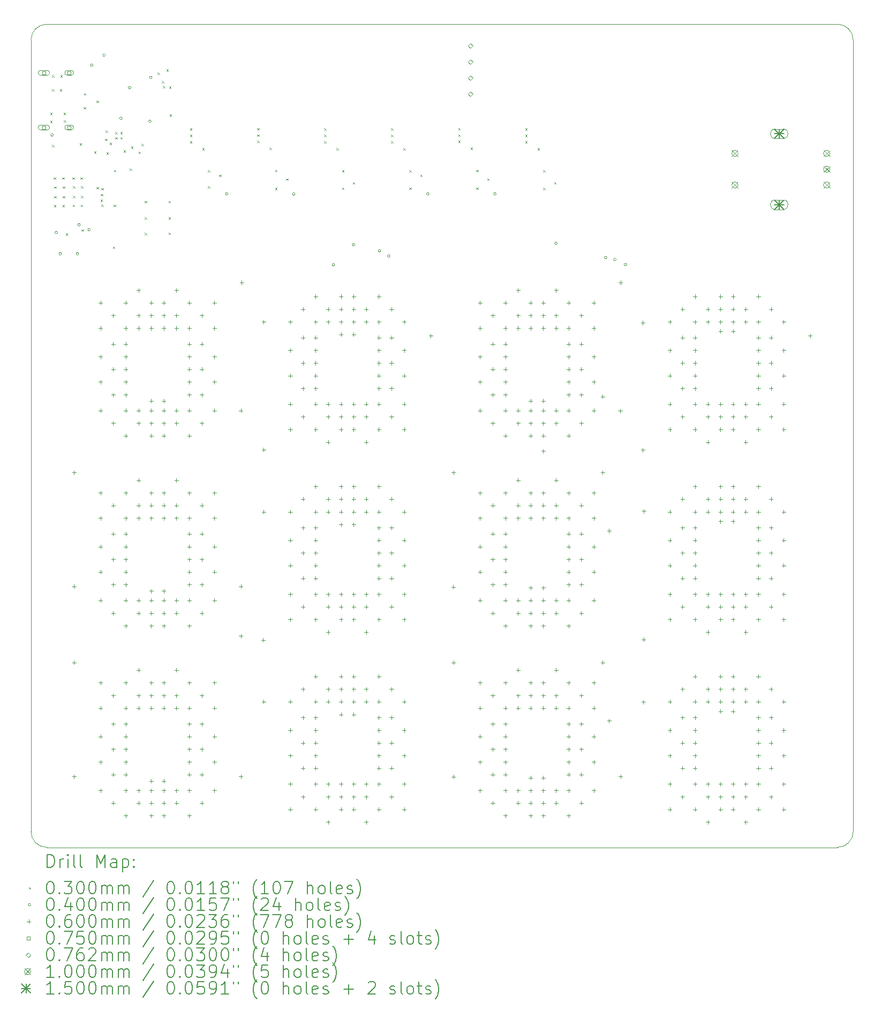
<source format=gbr>
%TF.GenerationSoftware,KiCad,Pcbnew,9.0.0*%
%TF.CreationDate,2025-03-20T12:53:02+01:00*%
%TF.ProjectId,backlight,6261636b-6c69-4676-9874-2e6b69636164,rev?*%
%TF.SameCoordinates,Original*%
%TF.FileFunction,Drillmap*%
%TF.FilePolarity,Positive*%
%FSLAX45Y45*%
G04 Gerber Fmt 4.5, Leading zero omitted, Abs format (unit mm)*
G04 Created by KiCad (PCBNEW 9.0.0) date 2025-03-20 12:53:02*
%MOMM*%
%LPD*%
G01*
G04 APERTURE LIST*
%ADD10C,0.050000*%
%ADD11C,0.200000*%
%ADD12C,0.100000*%
%ADD13C,0.150000*%
G04 APERTURE END LIST*
D10*
X5300000Y-2125000D02*
X17800000Y-2125000D01*
X17800000Y-15125000D02*
X5300000Y-15125000D01*
X5300000Y-15125000D02*
G75*
G02*
X5050000Y-14875000I0J250000D01*
G01*
X17800000Y-2125000D02*
G75*
G02*
X18050000Y-2375000I0J-250000D01*
G01*
X5050000Y-2375000D02*
G75*
G02*
X5300000Y-2125000I250000J0D01*
G01*
X5050000Y-14875000D02*
X5050000Y-2375000D01*
X18050000Y-2375000D02*
X18050000Y-14875000D01*
X18050000Y-14875000D02*
G75*
G02*
X17800000Y-15125000I-250000J0D01*
G01*
D11*
D12*
X5355000Y-3525000D02*
X5385000Y-3555000D01*
X5385000Y-3525000D02*
X5355000Y-3555000D01*
X5355000Y-3650000D02*
X5385000Y-3680000D01*
X5385000Y-3650000D02*
X5355000Y-3680000D01*
X5385000Y-2930000D02*
X5415000Y-2960000D01*
X5415000Y-2930000D02*
X5385000Y-2960000D01*
X5385000Y-3150000D02*
X5415000Y-3180000D01*
X5415000Y-3150000D02*
X5385000Y-3180000D01*
X5386217Y-4031359D02*
X5416217Y-4061359D01*
X5416217Y-4031359D02*
X5386217Y-4061359D01*
X5410000Y-4545000D02*
X5440000Y-4575000D01*
X5440000Y-4545000D02*
X5410000Y-4575000D01*
X5415000Y-4977500D02*
X5445000Y-5007500D01*
X5445000Y-4977500D02*
X5415000Y-5007500D01*
X5417500Y-4687500D02*
X5447500Y-4717500D01*
X5447500Y-4687500D02*
X5417500Y-4717500D01*
X5417500Y-4840000D02*
X5447500Y-4870000D01*
X5447500Y-4840000D02*
X5417500Y-4870000D01*
X5505000Y-3150000D02*
X5535000Y-3180000D01*
X5535000Y-3150000D02*
X5505000Y-3180000D01*
X5515000Y-2930000D02*
X5545000Y-2960000D01*
X5545000Y-2930000D02*
X5515000Y-2960000D01*
X5545000Y-4545000D02*
X5575000Y-4575000D01*
X5575000Y-4545000D02*
X5545000Y-4575000D01*
X5550000Y-4977500D02*
X5580000Y-5007500D01*
X5580000Y-4977500D02*
X5550000Y-5007500D01*
X5552500Y-4687500D02*
X5582500Y-4717500D01*
X5582500Y-4687500D02*
X5552500Y-4717500D01*
X5552500Y-4840000D02*
X5582500Y-4870000D01*
X5582500Y-4840000D02*
X5552500Y-4870000D01*
X5565000Y-3525000D02*
X5595000Y-3555000D01*
X5595000Y-3525000D02*
X5565000Y-3555000D01*
X5570000Y-3640000D02*
X5600000Y-3670000D01*
X5600000Y-3640000D02*
X5570000Y-3670000D01*
X5599038Y-5428462D02*
X5629038Y-5458462D01*
X5629038Y-5428462D02*
X5599038Y-5458462D01*
X5705000Y-4542500D02*
X5735000Y-4572500D01*
X5735000Y-4542500D02*
X5705000Y-4572500D01*
X5710000Y-4975000D02*
X5740000Y-5005000D01*
X5740000Y-4975000D02*
X5710000Y-5005000D01*
X5712500Y-4685000D02*
X5742500Y-4715000D01*
X5742500Y-4685000D02*
X5712500Y-4715000D01*
X5712500Y-4837500D02*
X5742500Y-4867500D01*
X5742500Y-4837500D02*
X5712500Y-4867500D01*
X5821600Y-4004900D02*
X5851600Y-4034900D01*
X5851600Y-4004900D02*
X5821600Y-4034900D01*
X5832500Y-4542500D02*
X5862500Y-4572500D01*
X5862500Y-4542500D02*
X5832500Y-4572500D01*
X5837500Y-4975000D02*
X5867500Y-5005000D01*
X5867500Y-4975000D02*
X5837500Y-5005000D01*
X5840000Y-4685000D02*
X5870000Y-4715000D01*
X5870000Y-4685000D02*
X5840000Y-4715000D01*
X5840000Y-4837500D02*
X5870000Y-4867500D01*
X5870000Y-4837500D02*
X5840000Y-4867500D01*
X5850038Y-5362600D02*
X5880038Y-5392600D01*
X5880038Y-5362600D02*
X5850038Y-5392600D01*
X5883200Y-3435200D02*
X5913200Y-3465200D01*
X5913200Y-3435200D02*
X5883200Y-3465200D01*
X5888822Y-3213086D02*
X5918822Y-3243086D01*
X5918822Y-3213086D02*
X5888822Y-3243086D01*
X6050200Y-4133450D02*
X6080200Y-4163450D01*
X6080200Y-4133450D02*
X6050200Y-4163450D01*
X6085000Y-3334300D02*
X6115000Y-3364300D01*
X6115000Y-3334300D02*
X6085000Y-3364300D01*
X6085000Y-4697500D02*
X6115000Y-4727500D01*
X6115000Y-4697500D02*
X6085000Y-4727500D01*
X6151950Y-4893559D02*
X6181950Y-4923559D01*
X6181950Y-4893559D02*
X6151950Y-4923559D01*
X6156507Y-4804149D02*
X6186507Y-4834149D01*
X6186507Y-4804149D02*
X6156507Y-4834149D01*
X6163250Y-4972757D02*
X6193250Y-5002757D01*
X6193250Y-4972757D02*
X6163250Y-5002757D01*
X6163646Y-4712157D02*
X6193646Y-4742157D01*
X6193646Y-4712157D02*
X6163646Y-4742157D01*
X6224089Y-3933500D02*
X6254089Y-3963500D01*
X6254089Y-3933500D02*
X6224089Y-3963500D01*
X6229096Y-3801596D02*
X6259096Y-3831596D01*
X6259096Y-3801596D02*
X6229096Y-3831596D01*
X6242700Y-4149700D02*
X6272700Y-4179700D01*
X6272700Y-4149700D02*
X6242700Y-4179700D01*
X6295000Y-3998100D02*
X6325000Y-4028100D01*
X6325000Y-3998100D02*
X6295000Y-4028100D01*
X6344500Y-5634200D02*
X6374500Y-5664200D01*
X6374500Y-5634200D02*
X6344500Y-5664200D01*
X6360000Y-4975000D02*
X6390000Y-5005000D01*
X6390000Y-4975000D02*
X6360000Y-5005000D01*
X6361500Y-4423750D02*
X6391500Y-4453750D01*
X6391500Y-4423750D02*
X6361500Y-4453750D01*
X6385000Y-3830000D02*
X6415000Y-3860000D01*
X6415000Y-3830000D02*
X6385000Y-3860000D01*
X6385000Y-3910000D02*
X6415000Y-3940000D01*
X6415000Y-3910000D02*
X6385000Y-3940000D01*
X6465000Y-3830000D02*
X6495000Y-3860000D01*
X6495000Y-3830000D02*
X6465000Y-3860000D01*
X6465000Y-3910000D02*
X6495000Y-3940000D01*
X6495000Y-3910000D02*
X6465000Y-3940000D01*
X6516250Y-4113750D02*
X6546250Y-4143750D01*
X6546250Y-4113750D02*
X6516250Y-4143750D01*
X6612500Y-4405000D02*
X6642500Y-4435000D01*
X6642500Y-4405000D02*
X6612500Y-4435000D01*
X6632500Y-4055000D02*
X6662500Y-4085000D01*
X6662500Y-4055000D02*
X6632500Y-4085000D01*
X6752500Y-4137500D02*
X6782500Y-4167500D01*
X6782500Y-4137500D02*
X6752500Y-4167500D01*
X6799200Y-4012400D02*
X6829200Y-4042400D01*
X6829200Y-4012400D02*
X6799200Y-4042400D01*
X6847900Y-5173100D02*
X6877900Y-5203100D01*
X6877900Y-5173100D02*
X6847900Y-5203100D01*
X6849100Y-4916700D02*
X6879100Y-4946700D01*
X6879100Y-4916700D02*
X6849100Y-4946700D01*
X6850000Y-5418700D02*
X6880000Y-5448700D01*
X6880000Y-5418700D02*
X6850000Y-5448700D01*
X7050780Y-2885781D02*
X7080780Y-2915781D01*
X7080780Y-2885781D02*
X7050780Y-2915781D01*
X7120000Y-3023000D02*
X7150000Y-3053000D01*
X7150000Y-3023000D02*
X7120000Y-3053000D01*
X7136316Y-3101319D02*
X7166316Y-3131319D01*
X7166316Y-3101319D02*
X7136316Y-3131319D01*
X7190000Y-2835000D02*
X7220000Y-2865000D01*
X7220000Y-2835000D02*
X7190000Y-2865000D01*
X7224500Y-5415700D02*
X7254500Y-5445700D01*
X7254500Y-5415700D02*
X7224500Y-5445700D01*
X7224700Y-4915300D02*
X7254700Y-4945300D01*
X7254700Y-4915300D02*
X7224700Y-4945300D01*
X7225200Y-5172200D02*
X7255200Y-5202200D01*
X7255200Y-5172200D02*
X7225200Y-5202200D01*
X7235000Y-3110000D02*
X7265000Y-3140000D01*
X7265000Y-3110000D02*
X7235000Y-3140000D01*
X7241300Y-3548600D02*
X7271300Y-3578600D01*
X7271300Y-3548600D02*
X7241300Y-3578600D01*
X7565000Y-3770000D02*
X7595000Y-3800000D01*
X7595000Y-3770000D02*
X7565000Y-3800000D01*
X7565000Y-3870000D02*
X7595000Y-3900000D01*
X7595000Y-3870000D02*
X7565000Y-3900000D01*
X7565000Y-3970000D02*
X7595000Y-4000000D01*
X7595000Y-3970000D02*
X7565000Y-4000000D01*
X7760000Y-4080000D02*
X7790000Y-4110000D01*
X7790000Y-4080000D02*
X7760000Y-4110000D01*
X7850000Y-4430000D02*
X7880000Y-4460000D01*
X7880000Y-4430000D02*
X7850000Y-4460000D01*
X7850000Y-4682500D02*
X7880000Y-4712500D01*
X7880000Y-4682500D02*
X7850000Y-4712500D01*
X8025000Y-4500000D02*
X8055000Y-4530000D01*
X8055000Y-4500000D02*
X8025000Y-4530000D01*
X8625000Y-3765000D02*
X8655000Y-3795000D01*
X8655000Y-3765000D02*
X8625000Y-3795000D01*
X8625000Y-3865000D02*
X8655000Y-3895000D01*
X8655000Y-3865000D02*
X8625000Y-3895000D01*
X8625000Y-3965000D02*
X8655000Y-3995000D01*
X8655000Y-3965000D02*
X8625000Y-3995000D01*
X8820000Y-4075000D02*
X8850000Y-4105000D01*
X8850000Y-4075000D02*
X8820000Y-4105000D01*
X8909400Y-4706900D02*
X8939400Y-4736900D01*
X8939400Y-4706900D02*
X8909400Y-4736900D01*
X8910000Y-4425000D02*
X8940000Y-4455000D01*
X8940000Y-4425000D02*
X8910000Y-4455000D01*
X9085000Y-4560000D02*
X9115000Y-4590000D01*
X9115000Y-4560000D02*
X9085000Y-4590000D01*
X9685000Y-3770000D02*
X9715000Y-3800000D01*
X9715000Y-3770000D02*
X9685000Y-3800000D01*
X9685000Y-3870000D02*
X9715000Y-3900000D01*
X9715000Y-3870000D02*
X9685000Y-3900000D01*
X9685000Y-3970000D02*
X9715000Y-4000000D01*
X9715000Y-3970000D02*
X9685000Y-4000000D01*
X9880000Y-4080000D02*
X9910000Y-4110000D01*
X9910000Y-4080000D02*
X9880000Y-4110000D01*
X9969600Y-4706000D02*
X9999600Y-4736000D01*
X9999600Y-4706000D02*
X9969600Y-4736000D01*
X9970000Y-4430000D02*
X10000000Y-4460000D01*
X10000000Y-4430000D02*
X9970000Y-4460000D01*
X10140000Y-4620000D02*
X10170000Y-4650000D01*
X10170000Y-4620000D02*
X10140000Y-4650000D01*
X10745000Y-3770000D02*
X10775000Y-3800000D01*
X10775000Y-3770000D02*
X10745000Y-3800000D01*
X10745000Y-3870000D02*
X10775000Y-3900000D01*
X10775000Y-3870000D02*
X10745000Y-3900000D01*
X10745000Y-3970000D02*
X10775000Y-4000000D01*
X10775000Y-3970000D02*
X10745000Y-4000000D01*
X10940000Y-4080000D02*
X10970000Y-4110000D01*
X10970000Y-4080000D02*
X10940000Y-4110000D01*
X11030000Y-4430000D02*
X11060000Y-4460000D01*
X11060000Y-4430000D02*
X11030000Y-4460000D01*
X11030000Y-4705000D02*
X11060000Y-4735000D01*
X11060000Y-4705000D02*
X11030000Y-4735000D01*
X11205000Y-4500000D02*
X11235000Y-4530000D01*
X11235000Y-4500000D02*
X11205000Y-4530000D01*
X11805000Y-3765000D02*
X11835000Y-3795000D01*
X11835000Y-3765000D02*
X11805000Y-3795000D01*
X11805000Y-3865000D02*
X11835000Y-3895000D01*
X11835000Y-3865000D02*
X11805000Y-3895000D01*
X11805000Y-3965000D02*
X11835000Y-3995000D01*
X11835000Y-3965000D02*
X11805000Y-3995000D01*
X12000000Y-4075000D02*
X12030000Y-4105000D01*
X12030000Y-4075000D02*
X12000000Y-4105000D01*
X12090000Y-4425000D02*
X12120000Y-4455000D01*
X12120000Y-4425000D02*
X12090000Y-4455000D01*
X12090000Y-4705000D02*
X12120000Y-4735000D01*
X12120000Y-4705000D02*
X12090000Y-4735000D01*
X12265000Y-4560000D02*
X12295000Y-4590000D01*
X12295000Y-4560000D02*
X12265000Y-4590000D01*
X12865000Y-3770000D02*
X12895000Y-3800000D01*
X12895000Y-3770000D02*
X12865000Y-3800000D01*
X12865000Y-3870000D02*
X12895000Y-3900000D01*
X12895000Y-3870000D02*
X12865000Y-3900000D01*
X12865000Y-3970000D02*
X12895000Y-4000000D01*
X12895000Y-3970000D02*
X12865000Y-4000000D01*
X13060000Y-4080000D02*
X13090000Y-4110000D01*
X13090000Y-4080000D02*
X13060000Y-4110000D01*
X13150000Y-4430000D02*
X13180000Y-4460000D01*
X13180000Y-4430000D02*
X13150000Y-4460000D01*
X13150000Y-4710000D02*
X13180000Y-4740000D01*
X13180000Y-4710000D02*
X13150000Y-4740000D01*
X13319929Y-4618679D02*
X13349929Y-4648679D01*
X13349929Y-4618679D02*
X13319929Y-4648679D01*
X5404000Y-3875000D02*
G75*
G02*
X5364000Y-3875000I-20000J0D01*
G01*
X5364000Y-3875000D02*
G75*
G02*
X5404000Y-3875000I20000J0D01*
G01*
X5470000Y-5415000D02*
G75*
G02*
X5430000Y-5415000I-20000J0D01*
G01*
X5430000Y-5415000D02*
G75*
G02*
X5470000Y-5415000I20000J0D01*
G01*
X5532517Y-5749018D02*
G75*
G02*
X5492517Y-5749018I-20000J0D01*
G01*
X5492517Y-5749018D02*
G75*
G02*
X5532517Y-5749018I20000J0D01*
G01*
X5805000Y-5750000D02*
G75*
G02*
X5765000Y-5750000I-20000J0D01*
G01*
X5765000Y-5750000D02*
G75*
G02*
X5805000Y-5750000I20000J0D01*
G01*
X5830000Y-5292500D02*
G75*
G02*
X5790000Y-5292500I-20000J0D01*
G01*
X5790000Y-5292500D02*
G75*
G02*
X5830000Y-5292500I20000J0D01*
G01*
X5989750Y-5369750D02*
G75*
G02*
X5949750Y-5369750I-20000J0D01*
G01*
X5949750Y-5369750D02*
G75*
G02*
X5989750Y-5369750I20000J0D01*
G01*
X6030000Y-2770000D02*
G75*
G02*
X5990000Y-2770000I-20000J0D01*
G01*
X5990000Y-2770000D02*
G75*
G02*
X6030000Y-2770000I20000J0D01*
G01*
X6225000Y-2615000D02*
G75*
G02*
X6185000Y-2615000I-20000J0D01*
G01*
X6185000Y-2615000D02*
G75*
G02*
X6225000Y-2615000I20000J0D01*
G01*
X6492450Y-3609950D02*
G75*
G02*
X6452450Y-3609950I-20000J0D01*
G01*
X6452450Y-3609950D02*
G75*
G02*
X6492450Y-3609950I20000J0D01*
G01*
X6630000Y-3125000D02*
G75*
G02*
X6590000Y-3125000I-20000J0D01*
G01*
X6590000Y-3125000D02*
G75*
G02*
X6630000Y-3125000I20000J0D01*
G01*
X6950000Y-3657500D02*
G75*
G02*
X6910000Y-3657500I-20000J0D01*
G01*
X6910000Y-3657500D02*
G75*
G02*
X6950000Y-3657500I20000J0D01*
G01*
X6964259Y-2965639D02*
G75*
G02*
X6924259Y-2965639I-20000J0D01*
G01*
X6924259Y-2965639D02*
G75*
G02*
X6964259Y-2965639I20000J0D01*
G01*
X8165000Y-4805000D02*
G75*
G02*
X8125000Y-4805000I-20000J0D01*
G01*
X8125000Y-4805000D02*
G75*
G02*
X8165000Y-4805000I20000J0D01*
G01*
X9225000Y-4805000D02*
G75*
G02*
X9185000Y-4805000I-20000J0D01*
G01*
X9185000Y-4805000D02*
G75*
G02*
X9225000Y-4805000I20000J0D01*
G01*
X9850000Y-5925000D02*
G75*
G02*
X9810000Y-5925000I-20000J0D01*
G01*
X9810000Y-5925000D02*
G75*
G02*
X9850000Y-5925000I20000J0D01*
G01*
X10170000Y-5610000D02*
G75*
G02*
X10130000Y-5610000I-20000J0D01*
G01*
X10130000Y-5610000D02*
G75*
G02*
X10170000Y-5610000I20000J0D01*
G01*
X10580000Y-5705000D02*
G75*
G02*
X10540000Y-5705000I-20000J0D01*
G01*
X10540000Y-5705000D02*
G75*
G02*
X10580000Y-5705000I20000J0D01*
G01*
X10725000Y-5785000D02*
G75*
G02*
X10685000Y-5785000I-20000J0D01*
G01*
X10685000Y-5785000D02*
G75*
G02*
X10725000Y-5785000I20000J0D01*
G01*
X11345000Y-4805000D02*
G75*
G02*
X11305000Y-4805000I-20000J0D01*
G01*
X11305000Y-4805000D02*
G75*
G02*
X11345000Y-4805000I20000J0D01*
G01*
X12405000Y-4805000D02*
G75*
G02*
X12365000Y-4805000I-20000J0D01*
G01*
X12365000Y-4805000D02*
G75*
G02*
X12405000Y-4805000I20000J0D01*
G01*
X13370000Y-5585000D02*
G75*
G02*
X13330000Y-5585000I-20000J0D01*
G01*
X13330000Y-5585000D02*
G75*
G02*
X13370000Y-5585000I20000J0D01*
G01*
X14155931Y-5809900D02*
G75*
G02*
X14115931Y-5809900I-20000J0D01*
G01*
X14115931Y-5809900D02*
G75*
G02*
X14155931Y-5809900I20000J0D01*
G01*
X14300000Y-5840000D02*
G75*
G02*
X14260000Y-5840000I-20000J0D01*
G01*
X14260000Y-5840000D02*
G75*
G02*
X14300000Y-5840000I20000J0D01*
G01*
X14470000Y-5920000D02*
G75*
G02*
X14430000Y-5920000I-20000J0D01*
G01*
X14430000Y-5920000D02*
G75*
G02*
X14470000Y-5920000I20000J0D01*
G01*
X5730000Y-9175000D02*
X5730000Y-9235000D01*
X5700000Y-9205000D02*
X5760000Y-9205000D01*
X5730000Y-10975000D02*
X5730000Y-11035000D01*
X5700000Y-11005000D02*
X5760000Y-11005000D01*
X5730000Y-12175000D02*
X5730000Y-12235000D01*
X5700000Y-12205000D02*
X5760000Y-12205000D01*
X5730000Y-13975000D02*
X5730000Y-14035000D01*
X5700000Y-14005000D02*
X5760000Y-14005000D01*
X6150000Y-6495000D02*
X6150000Y-6555000D01*
X6120000Y-6525000D02*
X6180000Y-6525000D01*
X6150000Y-6895000D02*
X6150000Y-6955000D01*
X6120000Y-6925000D02*
X6180000Y-6925000D01*
X6150000Y-7345000D02*
X6150000Y-7405000D01*
X6120000Y-7375000D02*
X6180000Y-7375000D01*
X6150000Y-7745000D02*
X6150000Y-7805000D01*
X6120000Y-7775000D02*
X6180000Y-7775000D01*
X6150000Y-8195000D02*
X6150000Y-8255000D01*
X6120000Y-8225000D02*
X6180000Y-8225000D01*
X6150000Y-9495000D02*
X6150000Y-9555000D01*
X6120000Y-9525000D02*
X6180000Y-9525000D01*
X6150000Y-9895000D02*
X6150000Y-9955000D01*
X6120000Y-9925000D02*
X6180000Y-9925000D01*
X6150000Y-10345000D02*
X6150000Y-10405000D01*
X6120000Y-10375000D02*
X6180000Y-10375000D01*
X6150000Y-10745000D02*
X6150000Y-10805000D01*
X6120000Y-10775000D02*
X6180000Y-10775000D01*
X6150000Y-11195000D02*
X6150000Y-11255000D01*
X6120000Y-11225000D02*
X6180000Y-11225000D01*
X6150000Y-12495000D02*
X6150000Y-12555000D01*
X6120000Y-12525000D02*
X6180000Y-12525000D01*
X6150000Y-12895000D02*
X6150000Y-12955000D01*
X6120000Y-12925000D02*
X6180000Y-12925000D01*
X6150000Y-13345000D02*
X6150000Y-13405000D01*
X6120000Y-13375000D02*
X6180000Y-13375000D01*
X6150000Y-13745000D02*
X6150000Y-13805000D01*
X6120000Y-13775000D02*
X6180000Y-13775000D01*
X6150000Y-14195000D02*
X6150000Y-14255000D01*
X6120000Y-14225000D02*
X6180000Y-14225000D01*
X6350000Y-6695000D02*
X6350000Y-6755000D01*
X6320000Y-6725000D02*
X6380000Y-6725000D01*
X6350000Y-7145000D02*
X6350000Y-7205000D01*
X6320000Y-7175000D02*
X6380000Y-7175000D01*
X6350000Y-7545000D02*
X6350000Y-7605000D01*
X6320000Y-7575000D02*
X6380000Y-7575000D01*
X6350000Y-7945000D02*
X6350000Y-8005000D01*
X6320000Y-7975000D02*
X6380000Y-7975000D01*
X6350000Y-8395000D02*
X6350000Y-8455000D01*
X6320000Y-8425000D02*
X6380000Y-8425000D01*
X6350000Y-9695000D02*
X6350000Y-9755000D01*
X6320000Y-9725000D02*
X6380000Y-9725000D01*
X6350000Y-10145000D02*
X6350000Y-10205000D01*
X6320000Y-10175000D02*
X6380000Y-10175000D01*
X6350000Y-10545000D02*
X6350000Y-10605000D01*
X6320000Y-10575000D02*
X6380000Y-10575000D01*
X6350000Y-10945000D02*
X6350000Y-11005000D01*
X6320000Y-10975000D02*
X6380000Y-10975000D01*
X6350000Y-11395000D02*
X6350000Y-11455000D01*
X6320000Y-11425000D02*
X6380000Y-11425000D01*
X6350000Y-12695000D02*
X6350000Y-12755000D01*
X6320000Y-12725000D02*
X6380000Y-12725000D01*
X6350000Y-13145000D02*
X6350000Y-13205000D01*
X6320000Y-13175000D02*
X6380000Y-13175000D01*
X6350000Y-13545000D02*
X6350000Y-13605000D01*
X6320000Y-13575000D02*
X6380000Y-13575000D01*
X6350000Y-13945000D02*
X6350000Y-14005000D01*
X6320000Y-13975000D02*
X6380000Y-13975000D01*
X6350000Y-14395000D02*
X6350000Y-14455000D01*
X6320000Y-14425000D02*
X6380000Y-14425000D01*
X6550000Y-6495000D02*
X6550000Y-6555000D01*
X6520000Y-6525000D02*
X6580000Y-6525000D01*
X6550000Y-6895000D02*
X6550000Y-6955000D01*
X6520000Y-6925000D02*
X6580000Y-6925000D01*
X6550000Y-7145000D02*
X6550000Y-7205000D01*
X6520000Y-7175000D02*
X6580000Y-7175000D01*
X6550000Y-7345000D02*
X6550000Y-7405000D01*
X6520000Y-7375000D02*
X6580000Y-7375000D01*
X6550000Y-7545000D02*
X6550000Y-7605000D01*
X6520000Y-7575000D02*
X6580000Y-7575000D01*
X6550000Y-7745000D02*
X6550000Y-7805000D01*
X6520000Y-7775000D02*
X6580000Y-7775000D01*
X6550000Y-7945000D02*
X6550000Y-8005000D01*
X6520000Y-7975000D02*
X6580000Y-7975000D01*
X6550000Y-8195000D02*
X6550000Y-8255000D01*
X6520000Y-8225000D02*
X6580000Y-8225000D01*
X6550000Y-8595000D02*
X6550000Y-8655000D01*
X6520000Y-8625000D02*
X6580000Y-8625000D01*
X6550000Y-9495000D02*
X6550000Y-9555000D01*
X6520000Y-9525000D02*
X6580000Y-9525000D01*
X6550000Y-9895000D02*
X6550000Y-9955000D01*
X6520000Y-9925000D02*
X6580000Y-9925000D01*
X6550000Y-10145000D02*
X6550000Y-10205000D01*
X6520000Y-10175000D02*
X6580000Y-10175000D01*
X6550000Y-10345000D02*
X6550000Y-10405000D01*
X6520000Y-10375000D02*
X6580000Y-10375000D01*
X6550000Y-10545000D02*
X6550000Y-10605000D01*
X6520000Y-10575000D02*
X6580000Y-10575000D01*
X6550000Y-10745000D02*
X6550000Y-10805000D01*
X6520000Y-10775000D02*
X6580000Y-10775000D01*
X6550000Y-10945000D02*
X6550000Y-11005000D01*
X6520000Y-10975000D02*
X6580000Y-10975000D01*
X6550000Y-11195000D02*
X6550000Y-11255000D01*
X6520000Y-11225000D02*
X6580000Y-11225000D01*
X6550000Y-11595000D02*
X6550000Y-11655000D01*
X6520000Y-11625000D02*
X6580000Y-11625000D01*
X6550000Y-12495000D02*
X6550000Y-12555000D01*
X6520000Y-12525000D02*
X6580000Y-12525000D01*
X6550000Y-12895000D02*
X6550000Y-12955000D01*
X6520000Y-12925000D02*
X6580000Y-12925000D01*
X6550000Y-13145000D02*
X6550000Y-13205000D01*
X6520000Y-13175000D02*
X6580000Y-13175000D01*
X6550000Y-13345000D02*
X6550000Y-13405000D01*
X6520000Y-13375000D02*
X6580000Y-13375000D01*
X6550000Y-13545000D02*
X6550000Y-13605000D01*
X6520000Y-13575000D02*
X6580000Y-13575000D01*
X6550000Y-13745000D02*
X6550000Y-13805000D01*
X6520000Y-13775000D02*
X6580000Y-13775000D01*
X6550000Y-13945000D02*
X6550000Y-14005000D01*
X6520000Y-13975000D02*
X6580000Y-13975000D01*
X6550000Y-14195000D02*
X6550000Y-14255000D01*
X6520000Y-14225000D02*
X6580000Y-14225000D01*
X6550000Y-14595000D02*
X6550000Y-14655000D01*
X6520000Y-14625000D02*
X6580000Y-14625000D01*
X6750000Y-6295000D02*
X6750000Y-6355000D01*
X6720000Y-6325000D02*
X6780000Y-6325000D01*
X6750000Y-6695000D02*
X6750000Y-6755000D01*
X6720000Y-6725000D02*
X6780000Y-6725000D01*
X6750000Y-6895000D02*
X6750000Y-6955000D01*
X6720000Y-6925000D02*
X6780000Y-6925000D01*
X6750000Y-8195000D02*
X6750000Y-8255000D01*
X6720000Y-8225000D02*
X6780000Y-8225000D01*
X6750000Y-8395000D02*
X6750000Y-8455000D01*
X6720000Y-8425000D02*
X6780000Y-8425000D01*
X6750000Y-9295000D02*
X6750000Y-9355000D01*
X6720000Y-9325000D02*
X6780000Y-9325000D01*
X6750000Y-9695000D02*
X6750000Y-9755000D01*
X6720000Y-9725000D02*
X6780000Y-9725000D01*
X6750000Y-9895000D02*
X6750000Y-9955000D01*
X6720000Y-9925000D02*
X6780000Y-9925000D01*
X6750000Y-11195000D02*
X6750000Y-11255000D01*
X6720000Y-11225000D02*
X6780000Y-11225000D01*
X6750000Y-11395000D02*
X6750000Y-11455000D01*
X6720000Y-11425000D02*
X6780000Y-11425000D01*
X6750000Y-12295000D02*
X6750000Y-12355000D01*
X6720000Y-12325000D02*
X6780000Y-12325000D01*
X6750000Y-12695000D02*
X6750000Y-12755000D01*
X6720000Y-12725000D02*
X6780000Y-12725000D01*
X6750000Y-12895000D02*
X6750000Y-12955000D01*
X6720000Y-12925000D02*
X6780000Y-12925000D01*
X6750000Y-14195000D02*
X6750000Y-14255000D01*
X6720000Y-14225000D02*
X6780000Y-14225000D01*
X6750000Y-14395000D02*
X6750000Y-14455000D01*
X6720000Y-14425000D02*
X6780000Y-14425000D01*
X6950000Y-6495000D02*
X6950000Y-6555000D01*
X6920000Y-6525000D02*
X6980000Y-6525000D01*
X6950000Y-6695000D02*
X6950000Y-6755000D01*
X6920000Y-6725000D02*
X6980000Y-6725000D01*
X6950000Y-6895000D02*
X6950000Y-6955000D01*
X6920000Y-6925000D02*
X6980000Y-6925000D01*
X6950000Y-8045000D02*
X6950000Y-8105000D01*
X6920000Y-8075000D02*
X6980000Y-8075000D01*
X6950000Y-8195000D02*
X6950000Y-8255000D01*
X6920000Y-8225000D02*
X6980000Y-8225000D01*
X6950000Y-8395000D02*
X6950000Y-8455000D01*
X6920000Y-8425000D02*
X6980000Y-8425000D01*
X6950000Y-8595000D02*
X6950000Y-8655000D01*
X6920000Y-8625000D02*
X6980000Y-8625000D01*
X6950000Y-9495000D02*
X6950000Y-9555000D01*
X6920000Y-9525000D02*
X6980000Y-9525000D01*
X6950000Y-9695000D02*
X6950000Y-9755000D01*
X6920000Y-9725000D02*
X6980000Y-9725000D01*
X6950000Y-9895000D02*
X6950000Y-9955000D01*
X6920000Y-9925000D02*
X6980000Y-9925000D01*
X6950000Y-11045000D02*
X6950000Y-11105000D01*
X6920000Y-11075000D02*
X6980000Y-11075000D01*
X6950000Y-11195000D02*
X6950000Y-11255000D01*
X6920000Y-11225000D02*
X6980000Y-11225000D01*
X6950000Y-11395000D02*
X6950000Y-11455000D01*
X6920000Y-11425000D02*
X6980000Y-11425000D01*
X6950000Y-11595000D02*
X6950000Y-11655000D01*
X6920000Y-11625000D02*
X6980000Y-11625000D01*
X6950000Y-12495000D02*
X6950000Y-12555000D01*
X6920000Y-12525000D02*
X6980000Y-12525000D01*
X6950000Y-12695000D02*
X6950000Y-12755000D01*
X6920000Y-12725000D02*
X6980000Y-12725000D01*
X6950000Y-12895000D02*
X6950000Y-12955000D01*
X6920000Y-12925000D02*
X6980000Y-12925000D01*
X6950000Y-14045000D02*
X6950000Y-14105000D01*
X6920000Y-14075000D02*
X6980000Y-14075000D01*
X6950000Y-14195000D02*
X6950000Y-14255000D01*
X6920000Y-14225000D02*
X6980000Y-14225000D01*
X6950000Y-14395000D02*
X6950000Y-14455000D01*
X6920000Y-14425000D02*
X6980000Y-14425000D01*
X6950000Y-14595000D02*
X6950000Y-14655000D01*
X6920000Y-14625000D02*
X6980000Y-14625000D01*
X7150000Y-6495000D02*
X7150000Y-6555000D01*
X7120000Y-6525000D02*
X7180000Y-6525000D01*
X7150000Y-6695000D02*
X7150000Y-6755000D01*
X7120000Y-6725000D02*
X7180000Y-6725000D01*
X7150000Y-6895000D02*
X7150000Y-6955000D01*
X7120000Y-6925000D02*
X7180000Y-6925000D01*
X7150000Y-8045000D02*
X7150000Y-8105000D01*
X7120000Y-8075000D02*
X7180000Y-8075000D01*
X7150000Y-8195000D02*
X7150000Y-8255000D01*
X7120000Y-8225000D02*
X7180000Y-8225000D01*
X7150000Y-8395000D02*
X7150000Y-8455000D01*
X7120000Y-8425000D02*
X7180000Y-8425000D01*
X7150000Y-8595000D02*
X7150000Y-8655000D01*
X7120000Y-8625000D02*
X7180000Y-8625000D01*
X7150000Y-9495000D02*
X7150000Y-9555000D01*
X7120000Y-9525000D02*
X7180000Y-9525000D01*
X7150000Y-9695000D02*
X7150000Y-9755000D01*
X7120000Y-9725000D02*
X7180000Y-9725000D01*
X7150000Y-9895000D02*
X7150000Y-9955000D01*
X7120000Y-9925000D02*
X7180000Y-9925000D01*
X7150000Y-11045000D02*
X7150000Y-11105000D01*
X7120000Y-11075000D02*
X7180000Y-11075000D01*
X7150000Y-11195000D02*
X7150000Y-11255000D01*
X7120000Y-11225000D02*
X7180000Y-11225000D01*
X7150000Y-11395000D02*
X7150000Y-11455000D01*
X7120000Y-11425000D02*
X7180000Y-11425000D01*
X7150000Y-11595000D02*
X7150000Y-11655000D01*
X7120000Y-11625000D02*
X7180000Y-11625000D01*
X7150000Y-12495000D02*
X7150000Y-12555000D01*
X7120000Y-12525000D02*
X7180000Y-12525000D01*
X7150000Y-12695000D02*
X7150000Y-12755000D01*
X7120000Y-12725000D02*
X7180000Y-12725000D01*
X7150000Y-12895000D02*
X7150000Y-12955000D01*
X7120000Y-12925000D02*
X7180000Y-12925000D01*
X7150000Y-14045000D02*
X7150000Y-14105000D01*
X7120000Y-14075000D02*
X7180000Y-14075000D01*
X7150000Y-14195000D02*
X7150000Y-14255000D01*
X7120000Y-14225000D02*
X7180000Y-14225000D01*
X7150000Y-14395000D02*
X7150000Y-14455000D01*
X7120000Y-14425000D02*
X7180000Y-14425000D01*
X7150000Y-14595000D02*
X7150000Y-14655000D01*
X7120000Y-14625000D02*
X7180000Y-14625000D01*
X7350000Y-6295000D02*
X7350000Y-6355000D01*
X7320000Y-6325000D02*
X7380000Y-6325000D01*
X7350000Y-6695000D02*
X7350000Y-6755000D01*
X7320000Y-6725000D02*
X7380000Y-6725000D01*
X7350000Y-6895000D02*
X7350000Y-6955000D01*
X7320000Y-6925000D02*
X7380000Y-6925000D01*
X7350000Y-8195000D02*
X7350000Y-8255000D01*
X7320000Y-8225000D02*
X7380000Y-8225000D01*
X7350000Y-8395000D02*
X7350000Y-8455000D01*
X7320000Y-8425000D02*
X7380000Y-8425000D01*
X7350000Y-9295000D02*
X7350000Y-9355000D01*
X7320000Y-9325000D02*
X7380000Y-9325000D01*
X7350000Y-9695000D02*
X7350000Y-9755000D01*
X7320000Y-9725000D02*
X7380000Y-9725000D01*
X7350000Y-9895000D02*
X7350000Y-9955000D01*
X7320000Y-9925000D02*
X7380000Y-9925000D01*
X7350000Y-11195000D02*
X7350000Y-11255000D01*
X7320000Y-11225000D02*
X7380000Y-11225000D01*
X7350000Y-11395000D02*
X7350000Y-11455000D01*
X7320000Y-11425000D02*
X7380000Y-11425000D01*
X7350000Y-12295000D02*
X7350000Y-12355000D01*
X7320000Y-12325000D02*
X7380000Y-12325000D01*
X7350000Y-12695000D02*
X7350000Y-12755000D01*
X7320000Y-12725000D02*
X7380000Y-12725000D01*
X7350000Y-12895000D02*
X7350000Y-12955000D01*
X7320000Y-12925000D02*
X7380000Y-12925000D01*
X7350000Y-14195000D02*
X7350000Y-14255000D01*
X7320000Y-14225000D02*
X7380000Y-14225000D01*
X7350000Y-14395000D02*
X7350000Y-14455000D01*
X7320000Y-14425000D02*
X7380000Y-14425000D01*
X7550000Y-6495000D02*
X7550000Y-6555000D01*
X7520000Y-6525000D02*
X7580000Y-6525000D01*
X7550000Y-6895000D02*
X7550000Y-6955000D01*
X7520000Y-6925000D02*
X7580000Y-6925000D01*
X7550000Y-7145000D02*
X7550000Y-7205000D01*
X7520000Y-7175000D02*
X7580000Y-7175000D01*
X7550000Y-7345000D02*
X7550000Y-7405000D01*
X7520000Y-7375000D02*
X7580000Y-7375000D01*
X7550000Y-7545000D02*
X7550000Y-7605000D01*
X7520000Y-7575000D02*
X7580000Y-7575000D01*
X7550000Y-7745000D02*
X7550000Y-7805000D01*
X7520000Y-7775000D02*
X7580000Y-7775000D01*
X7550000Y-7945000D02*
X7550000Y-8005000D01*
X7520000Y-7975000D02*
X7580000Y-7975000D01*
X7550000Y-8195000D02*
X7550000Y-8255000D01*
X7520000Y-8225000D02*
X7580000Y-8225000D01*
X7550000Y-8595000D02*
X7550000Y-8655000D01*
X7520000Y-8625000D02*
X7580000Y-8625000D01*
X7550000Y-9495000D02*
X7550000Y-9555000D01*
X7520000Y-9525000D02*
X7580000Y-9525000D01*
X7550000Y-9895000D02*
X7550000Y-9955000D01*
X7520000Y-9925000D02*
X7580000Y-9925000D01*
X7550000Y-10145000D02*
X7550000Y-10205000D01*
X7520000Y-10175000D02*
X7580000Y-10175000D01*
X7550000Y-10345000D02*
X7550000Y-10405000D01*
X7520000Y-10375000D02*
X7580000Y-10375000D01*
X7550000Y-10545000D02*
X7550000Y-10605000D01*
X7520000Y-10575000D02*
X7580000Y-10575000D01*
X7550000Y-10745000D02*
X7550000Y-10805000D01*
X7520000Y-10775000D02*
X7580000Y-10775000D01*
X7550000Y-10945000D02*
X7550000Y-11005000D01*
X7520000Y-10975000D02*
X7580000Y-10975000D01*
X7550000Y-11195000D02*
X7550000Y-11255000D01*
X7520000Y-11225000D02*
X7580000Y-11225000D01*
X7550000Y-11595000D02*
X7550000Y-11655000D01*
X7520000Y-11625000D02*
X7580000Y-11625000D01*
X7550000Y-12495000D02*
X7550000Y-12555000D01*
X7520000Y-12525000D02*
X7580000Y-12525000D01*
X7550000Y-12895000D02*
X7550000Y-12955000D01*
X7520000Y-12925000D02*
X7580000Y-12925000D01*
X7550000Y-13145000D02*
X7550000Y-13205000D01*
X7520000Y-13175000D02*
X7580000Y-13175000D01*
X7550000Y-13345000D02*
X7550000Y-13405000D01*
X7520000Y-13375000D02*
X7580000Y-13375000D01*
X7550000Y-13545000D02*
X7550000Y-13605000D01*
X7520000Y-13575000D02*
X7580000Y-13575000D01*
X7550000Y-13745000D02*
X7550000Y-13805000D01*
X7520000Y-13775000D02*
X7580000Y-13775000D01*
X7550000Y-13945000D02*
X7550000Y-14005000D01*
X7520000Y-13975000D02*
X7580000Y-13975000D01*
X7550000Y-14195000D02*
X7550000Y-14255000D01*
X7520000Y-14225000D02*
X7580000Y-14225000D01*
X7550000Y-14595000D02*
X7550000Y-14655000D01*
X7520000Y-14625000D02*
X7580000Y-14625000D01*
X7750000Y-6695000D02*
X7750000Y-6755000D01*
X7720000Y-6725000D02*
X7780000Y-6725000D01*
X7750000Y-7145000D02*
X7750000Y-7205000D01*
X7720000Y-7175000D02*
X7780000Y-7175000D01*
X7750000Y-7545000D02*
X7750000Y-7605000D01*
X7720000Y-7575000D02*
X7780000Y-7575000D01*
X7750000Y-7945000D02*
X7750000Y-8005000D01*
X7720000Y-7975000D02*
X7780000Y-7975000D01*
X7750000Y-8395000D02*
X7750000Y-8455000D01*
X7720000Y-8425000D02*
X7780000Y-8425000D01*
X7750000Y-9695000D02*
X7750000Y-9755000D01*
X7720000Y-9725000D02*
X7780000Y-9725000D01*
X7750000Y-10145000D02*
X7750000Y-10205000D01*
X7720000Y-10175000D02*
X7780000Y-10175000D01*
X7750000Y-10545000D02*
X7750000Y-10605000D01*
X7720000Y-10575000D02*
X7780000Y-10575000D01*
X7750000Y-10945000D02*
X7750000Y-11005000D01*
X7720000Y-10975000D02*
X7780000Y-10975000D01*
X7750000Y-11395000D02*
X7750000Y-11455000D01*
X7720000Y-11425000D02*
X7780000Y-11425000D01*
X7750000Y-12695000D02*
X7750000Y-12755000D01*
X7720000Y-12725000D02*
X7780000Y-12725000D01*
X7750000Y-13145000D02*
X7750000Y-13205000D01*
X7720000Y-13175000D02*
X7780000Y-13175000D01*
X7750000Y-13545000D02*
X7750000Y-13605000D01*
X7720000Y-13575000D02*
X7780000Y-13575000D01*
X7750000Y-13945000D02*
X7750000Y-14005000D01*
X7720000Y-13975000D02*
X7780000Y-13975000D01*
X7750000Y-14395000D02*
X7750000Y-14455000D01*
X7720000Y-14425000D02*
X7780000Y-14425000D01*
X7950000Y-6495000D02*
X7950000Y-6555000D01*
X7920000Y-6525000D02*
X7980000Y-6525000D01*
X7950000Y-6895000D02*
X7950000Y-6955000D01*
X7920000Y-6925000D02*
X7980000Y-6925000D01*
X7950000Y-7345000D02*
X7950000Y-7405000D01*
X7920000Y-7375000D02*
X7980000Y-7375000D01*
X7950000Y-7745000D02*
X7950000Y-7805000D01*
X7920000Y-7775000D02*
X7980000Y-7775000D01*
X7950000Y-8195000D02*
X7950000Y-8255000D01*
X7920000Y-8225000D02*
X7980000Y-8225000D01*
X7950000Y-9495000D02*
X7950000Y-9555000D01*
X7920000Y-9525000D02*
X7980000Y-9525000D01*
X7950000Y-9895000D02*
X7950000Y-9955000D01*
X7920000Y-9925000D02*
X7980000Y-9925000D01*
X7950000Y-10345000D02*
X7950000Y-10405000D01*
X7920000Y-10375000D02*
X7980000Y-10375000D01*
X7950000Y-10745000D02*
X7950000Y-10805000D01*
X7920000Y-10775000D02*
X7980000Y-10775000D01*
X7950000Y-11195000D02*
X7950000Y-11255000D01*
X7920000Y-11225000D02*
X7980000Y-11225000D01*
X7950000Y-12495000D02*
X7950000Y-12555000D01*
X7920000Y-12525000D02*
X7980000Y-12525000D01*
X7950000Y-12895000D02*
X7950000Y-12955000D01*
X7920000Y-12925000D02*
X7980000Y-12925000D01*
X7950000Y-13345000D02*
X7950000Y-13405000D01*
X7920000Y-13375000D02*
X7980000Y-13375000D01*
X7950000Y-13745000D02*
X7950000Y-13805000D01*
X7920000Y-13775000D02*
X7980000Y-13775000D01*
X7950000Y-14195000D02*
X7950000Y-14255000D01*
X7920000Y-14225000D02*
X7980000Y-14225000D01*
X8370000Y-8195000D02*
X8370000Y-8255000D01*
X8340000Y-8225000D02*
X8400000Y-8225000D01*
X8370000Y-10975000D02*
X8370000Y-11035000D01*
X8340000Y-11005000D02*
X8400000Y-11005000D01*
X8370000Y-11755000D02*
X8370000Y-11815000D01*
X8340000Y-11785000D02*
X8400000Y-11785000D01*
X8370000Y-13975000D02*
X8370000Y-14035000D01*
X8340000Y-14005000D02*
X8400000Y-14005000D01*
X8380000Y-6175000D02*
X8380000Y-6235000D01*
X8350000Y-6205000D02*
X8410000Y-6205000D01*
X8720000Y-11820000D02*
X8720000Y-11880000D01*
X8690000Y-11850000D02*
X8750000Y-11850000D01*
X8730000Y-6795000D02*
X8730000Y-6855000D01*
X8700000Y-6825000D02*
X8760000Y-6825000D01*
X8730000Y-8815000D02*
X8730000Y-8875000D01*
X8700000Y-8845000D02*
X8760000Y-8845000D01*
X8730000Y-9795000D02*
X8730000Y-9855000D01*
X8700000Y-9825000D02*
X8760000Y-9825000D01*
X8730000Y-12795000D02*
X8730000Y-12855000D01*
X8700000Y-12825000D02*
X8760000Y-12825000D01*
X9150000Y-6795000D02*
X9150000Y-6855000D01*
X9120000Y-6825000D02*
X9180000Y-6825000D01*
X9150000Y-7245000D02*
X9150000Y-7305000D01*
X9120000Y-7275000D02*
X9180000Y-7275000D01*
X9150000Y-7645000D02*
X9150000Y-7705000D01*
X9120000Y-7675000D02*
X9180000Y-7675000D01*
X9150000Y-8095000D02*
X9150000Y-8155000D01*
X9120000Y-8125000D02*
X9180000Y-8125000D01*
X9150000Y-8495000D02*
X9150000Y-8555000D01*
X9120000Y-8525000D02*
X9180000Y-8525000D01*
X9150000Y-9795000D02*
X9150000Y-9855000D01*
X9120000Y-9825000D02*
X9180000Y-9825000D01*
X9150000Y-10245000D02*
X9150000Y-10305000D01*
X9120000Y-10275000D02*
X9180000Y-10275000D01*
X9150000Y-10645000D02*
X9150000Y-10705000D01*
X9120000Y-10675000D02*
X9180000Y-10675000D01*
X9150000Y-11095000D02*
X9150000Y-11155000D01*
X9120000Y-11125000D02*
X9180000Y-11125000D01*
X9150000Y-11495000D02*
X9150000Y-11555000D01*
X9120000Y-11525000D02*
X9180000Y-11525000D01*
X9150000Y-12795000D02*
X9150000Y-12855000D01*
X9120000Y-12825000D02*
X9180000Y-12825000D01*
X9150000Y-13245000D02*
X9150000Y-13305000D01*
X9120000Y-13275000D02*
X9180000Y-13275000D01*
X9150000Y-13645000D02*
X9150000Y-13705000D01*
X9120000Y-13675000D02*
X9180000Y-13675000D01*
X9150000Y-14095000D02*
X9150000Y-14155000D01*
X9120000Y-14125000D02*
X9180000Y-14125000D01*
X9150000Y-14495000D02*
X9150000Y-14555000D01*
X9120000Y-14525000D02*
X9180000Y-14525000D01*
X9350000Y-6595000D02*
X9350000Y-6655000D01*
X9320000Y-6625000D02*
X9380000Y-6625000D01*
X9350000Y-7045000D02*
X9350000Y-7105000D01*
X9320000Y-7075000D02*
X9380000Y-7075000D01*
X9350000Y-7445000D02*
X9350000Y-7505000D01*
X9320000Y-7475000D02*
X9380000Y-7475000D01*
X9350000Y-7845000D02*
X9350000Y-7905000D01*
X9320000Y-7875000D02*
X9380000Y-7875000D01*
X9350000Y-8295000D02*
X9350000Y-8355000D01*
X9320000Y-8325000D02*
X9380000Y-8325000D01*
X9350000Y-9595000D02*
X9350000Y-9655000D01*
X9320000Y-9625000D02*
X9380000Y-9625000D01*
X9350000Y-10045000D02*
X9350000Y-10105000D01*
X9320000Y-10075000D02*
X9380000Y-10075000D01*
X9350000Y-10445000D02*
X9350000Y-10505000D01*
X9320000Y-10475000D02*
X9380000Y-10475000D01*
X9350000Y-10845000D02*
X9350000Y-10905000D01*
X9320000Y-10875000D02*
X9380000Y-10875000D01*
X9350000Y-11295000D02*
X9350000Y-11355000D01*
X9320000Y-11325000D02*
X9380000Y-11325000D01*
X9350000Y-12595000D02*
X9350000Y-12655000D01*
X9320000Y-12625000D02*
X9380000Y-12625000D01*
X9350000Y-13045000D02*
X9350000Y-13105000D01*
X9320000Y-13075000D02*
X9380000Y-13075000D01*
X9350000Y-13445000D02*
X9350000Y-13505000D01*
X9320000Y-13475000D02*
X9380000Y-13475000D01*
X9350000Y-13845000D02*
X9350000Y-13905000D01*
X9320000Y-13875000D02*
X9380000Y-13875000D01*
X9350000Y-14295000D02*
X9350000Y-14355000D01*
X9320000Y-14325000D02*
X9380000Y-14325000D01*
X9550000Y-7445000D02*
X9550000Y-7505000D01*
X9520000Y-7475000D02*
X9580000Y-7475000D01*
X9550000Y-7845000D02*
X9550000Y-7905000D01*
X9520000Y-7875000D02*
X9580000Y-7875000D01*
X9550000Y-6395000D02*
X9550000Y-6455000D01*
X9520000Y-6425000D02*
X9580000Y-6425000D01*
X9550000Y-6795000D02*
X9550000Y-6855000D01*
X9520000Y-6825000D02*
X9580000Y-6825000D01*
X9550000Y-7045000D02*
X9550000Y-7105000D01*
X9520000Y-7075000D02*
X9580000Y-7075000D01*
X9550000Y-7245000D02*
X9550000Y-7305000D01*
X9520000Y-7275000D02*
X9580000Y-7275000D01*
X9550000Y-7645000D02*
X9550000Y-7705000D01*
X9520000Y-7675000D02*
X9580000Y-7675000D01*
X9550000Y-8095000D02*
X9550000Y-8155000D01*
X9520000Y-8125000D02*
X9580000Y-8125000D01*
X9550000Y-8495000D02*
X9550000Y-8555000D01*
X9520000Y-8525000D02*
X9580000Y-8525000D01*
X9550000Y-10445000D02*
X9550000Y-10505000D01*
X9520000Y-10475000D02*
X9580000Y-10475000D01*
X9550000Y-10845000D02*
X9550000Y-10905000D01*
X9520000Y-10875000D02*
X9580000Y-10875000D01*
X9550000Y-13445000D02*
X9550000Y-13505000D01*
X9520000Y-13475000D02*
X9580000Y-13475000D01*
X9550000Y-13845000D02*
X9550000Y-13905000D01*
X9520000Y-13875000D02*
X9580000Y-13875000D01*
X9550000Y-9395000D02*
X9550000Y-9455000D01*
X9520000Y-9425000D02*
X9580000Y-9425000D01*
X9550000Y-9795000D02*
X9550000Y-9855000D01*
X9520000Y-9825000D02*
X9580000Y-9825000D01*
X9550000Y-10045000D02*
X9550000Y-10105000D01*
X9520000Y-10075000D02*
X9580000Y-10075000D01*
X9550000Y-10245000D02*
X9550000Y-10305000D01*
X9520000Y-10275000D02*
X9580000Y-10275000D01*
X9550000Y-10645000D02*
X9550000Y-10705000D01*
X9520000Y-10675000D02*
X9580000Y-10675000D01*
X9550000Y-11095000D02*
X9550000Y-11155000D01*
X9520000Y-11125000D02*
X9580000Y-11125000D01*
X9550000Y-11495000D02*
X9550000Y-11555000D01*
X9520000Y-11525000D02*
X9580000Y-11525000D01*
X9550000Y-12395000D02*
X9550000Y-12455000D01*
X9520000Y-12425000D02*
X9580000Y-12425000D01*
X9550000Y-12795000D02*
X9550000Y-12855000D01*
X9520000Y-12825000D02*
X9580000Y-12825000D01*
X9550000Y-13045000D02*
X9550000Y-13105000D01*
X9520000Y-13075000D02*
X9580000Y-13075000D01*
X9550000Y-13245000D02*
X9550000Y-13305000D01*
X9520000Y-13275000D02*
X9580000Y-13275000D01*
X9550000Y-13645000D02*
X9550000Y-13705000D01*
X9520000Y-13675000D02*
X9580000Y-13675000D01*
X9550000Y-14095000D02*
X9550000Y-14155000D01*
X9520000Y-14125000D02*
X9580000Y-14125000D01*
X9550000Y-14495000D02*
X9550000Y-14555000D01*
X9520000Y-14525000D02*
X9580000Y-14525000D01*
X9750000Y-6795000D02*
X9750000Y-6855000D01*
X9720000Y-6825000D02*
X9780000Y-6825000D01*
X9750000Y-8095000D02*
X9750000Y-8155000D01*
X9720000Y-8125000D02*
X9780000Y-8125000D01*
X9750000Y-6595000D02*
X9750000Y-6655000D01*
X9720000Y-6625000D02*
X9780000Y-6625000D01*
X9750000Y-8295000D02*
X9750000Y-8355000D01*
X9720000Y-8325000D02*
X9780000Y-8325000D01*
X9750000Y-8695000D02*
X9750000Y-8755000D01*
X9720000Y-8725000D02*
X9780000Y-8725000D01*
X9750000Y-9795000D02*
X9750000Y-9855000D01*
X9720000Y-9825000D02*
X9780000Y-9825000D01*
X9750000Y-11095000D02*
X9750000Y-11155000D01*
X9720000Y-11125000D02*
X9780000Y-11125000D01*
X9750000Y-12795000D02*
X9750000Y-12855000D01*
X9720000Y-12825000D02*
X9780000Y-12825000D01*
X9750000Y-14095000D02*
X9750000Y-14155000D01*
X9720000Y-14125000D02*
X9780000Y-14125000D01*
X9750000Y-9595000D02*
X9750000Y-9655000D01*
X9720000Y-9625000D02*
X9780000Y-9625000D01*
X9750000Y-11295000D02*
X9750000Y-11355000D01*
X9720000Y-11325000D02*
X9780000Y-11325000D01*
X9750000Y-11695000D02*
X9750000Y-11755000D01*
X9720000Y-11725000D02*
X9780000Y-11725000D01*
X9750000Y-12595000D02*
X9750000Y-12655000D01*
X9720000Y-12625000D02*
X9780000Y-12625000D01*
X9750000Y-14295000D02*
X9750000Y-14355000D01*
X9720000Y-14325000D02*
X9780000Y-14325000D01*
X9750000Y-14695000D02*
X9750000Y-14755000D01*
X9720000Y-14725000D02*
X9780000Y-14725000D01*
X9950000Y-6595000D02*
X9950000Y-6655000D01*
X9920000Y-6625000D02*
X9980000Y-6625000D01*
X9950000Y-6995000D02*
X9950000Y-7055000D01*
X9920000Y-7025000D02*
X9980000Y-7025000D01*
X9950000Y-6395000D02*
X9950000Y-6455000D01*
X9920000Y-6425000D02*
X9980000Y-6425000D01*
X9950000Y-8095000D02*
X9950000Y-8155000D01*
X9920000Y-8125000D02*
X9980000Y-8125000D01*
X9950000Y-8295000D02*
X9950000Y-8355000D01*
X9920000Y-8325000D02*
X9980000Y-8325000D01*
X9950000Y-8495000D02*
X9950000Y-8555000D01*
X9920000Y-8525000D02*
X9980000Y-8525000D01*
X9950000Y-9595000D02*
X9950000Y-9655000D01*
X9920000Y-9625000D02*
X9980000Y-9625000D01*
X9950000Y-9995000D02*
X9950000Y-10055000D01*
X9920000Y-10025000D02*
X9980000Y-10025000D01*
X9950000Y-12595000D02*
X9950000Y-12655000D01*
X9920000Y-12625000D02*
X9980000Y-12625000D01*
X9950000Y-12995000D02*
X9950000Y-13055000D01*
X9920000Y-13025000D02*
X9980000Y-13025000D01*
X9950000Y-6795000D02*
X9950000Y-6855000D01*
X9920000Y-6825000D02*
X9980000Y-6825000D01*
X9950000Y-9395000D02*
X9950000Y-9455000D01*
X9920000Y-9425000D02*
X9980000Y-9425000D01*
X9950000Y-11095000D02*
X9950000Y-11155000D01*
X9920000Y-11125000D02*
X9980000Y-11125000D01*
X9950000Y-11295000D02*
X9950000Y-11355000D01*
X9920000Y-11325000D02*
X9980000Y-11325000D01*
X9950000Y-11495000D02*
X9950000Y-11555000D01*
X9920000Y-11525000D02*
X9980000Y-11525000D01*
X9950000Y-12395000D02*
X9950000Y-12455000D01*
X9920000Y-12425000D02*
X9980000Y-12425000D01*
X9950000Y-14095000D02*
X9950000Y-14155000D01*
X9920000Y-14125000D02*
X9980000Y-14125000D01*
X9950000Y-14295000D02*
X9950000Y-14355000D01*
X9920000Y-14325000D02*
X9980000Y-14325000D01*
X9950000Y-14495000D02*
X9950000Y-14555000D01*
X9920000Y-14525000D02*
X9980000Y-14525000D01*
X9950000Y-9795000D02*
X9950000Y-9855000D01*
X9920000Y-9825000D02*
X9980000Y-9825000D01*
X9950000Y-12795000D02*
X9950000Y-12855000D01*
X9920000Y-12825000D02*
X9980000Y-12825000D01*
X10150000Y-6795000D02*
X10150000Y-6855000D01*
X10120000Y-6825000D02*
X10180000Y-6825000D01*
X10150000Y-6395000D02*
X10150000Y-6455000D01*
X10120000Y-6425000D02*
X10180000Y-6425000D01*
X10150000Y-8095000D02*
X10150000Y-8155000D01*
X10120000Y-8125000D02*
X10180000Y-8125000D01*
X10150000Y-8295000D02*
X10150000Y-8355000D01*
X10120000Y-8325000D02*
X10180000Y-8325000D01*
X10150000Y-8495000D02*
X10150000Y-8555000D01*
X10120000Y-8525000D02*
X10180000Y-8525000D01*
X10150000Y-9795000D02*
X10150000Y-9855000D01*
X10120000Y-9825000D02*
X10180000Y-9825000D01*
X10150000Y-12795000D02*
X10150000Y-12855000D01*
X10120000Y-12825000D02*
X10180000Y-12825000D01*
X10150000Y-6595000D02*
X10150000Y-6655000D01*
X10120000Y-6625000D02*
X10180000Y-6625000D01*
X10150000Y-6995000D02*
X10150000Y-7055000D01*
X10120000Y-7025000D02*
X10180000Y-7025000D01*
X10150000Y-9395000D02*
X10150000Y-9455000D01*
X10120000Y-9425000D02*
X10180000Y-9425000D01*
X10150000Y-11095000D02*
X10150000Y-11155000D01*
X10120000Y-11125000D02*
X10180000Y-11125000D01*
X10150000Y-11295000D02*
X10150000Y-11355000D01*
X10120000Y-11325000D02*
X10180000Y-11325000D01*
X10150000Y-11495000D02*
X10150000Y-11555000D01*
X10120000Y-11525000D02*
X10180000Y-11525000D01*
X10150000Y-12395000D02*
X10150000Y-12455000D01*
X10120000Y-12425000D02*
X10180000Y-12425000D01*
X10150000Y-14095000D02*
X10150000Y-14155000D01*
X10120000Y-14125000D02*
X10180000Y-14125000D01*
X10150000Y-14295000D02*
X10150000Y-14355000D01*
X10120000Y-14325000D02*
X10180000Y-14325000D01*
X10150000Y-14495000D02*
X10150000Y-14555000D01*
X10120000Y-14525000D02*
X10180000Y-14525000D01*
X10150000Y-9595000D02*
X10150000Y-9655000D01*
X10120000Y-9625000D02*
X10180000Y-9625000D01*
X10150000Y-9995000D02*
X10150000Y-10055000D01*
X10120000Y-10025000D02*
X10180000Y-10025000D01*
X10150000Y-12595000D02*
X10150000Y-12655000D01*
X10120000Y-12625000D02*
X10180000Y-12625000D01*
X10150000Y-12995000D02*
X10150000Y-13055000D01*
X10120000Y-13025000D02*
X10180000Y-13025000D01*
X10350000Y-6595000D02*
X10350000Y-6655000D01*
X10320000Y-6625000D02*
X10380000Y-6625000D01*
X10350000Y-8295000D02*
X10350000Y-8355000D01*
X10320000Y-8325000D02*
X10380000Y-8325000D01*
X10350000Y-8695000D02*
X10350000Y-8755000D01*
X10320000Y-8725000D02*
X10380000Y-8725000D01*
X10350000Y-6795000D02*
X10350000Y-6855000D01*
X10320000Y-6825000D02*
X10380000Y-6825000D01*
X10350000Y-8095000D02*
X10350000Y-8155000D01*
X10320000Y-8125000D02*
X10380000Y-8125000D01*
X10350000Y-9595000D02*
X10350000Y-9655000D01*
X10320000Y-9625000D02*
X10380000Y-9625000D01*
X10350000Y-11295000D02*
X10350000Y-11355000D01*
X10320000Y-11325000D02*
X10380000Y-11325000D01*
X10350000Y-11695000D02*
X10350000Y-11755000D01*
X10320000Y-11725000D02*
X10380000Y-11725000D01*
X10350000Y-12595000D02*
X10350000Y-12655000D01*
X10320000Y-12625000D02*
X10380000Y-12625000D01*
X10350000Y-14295000D02*
X10350000Y-14355000D01*
X10320000Y-14325000D02*
X10380000Y-14325000D01*
X10350000Y-14695000D02*
X10350000Y-14755000D01*
X10320000Y-14725000D02*
X10380000Y-14725000D01*
X10350000Y-9795000D02*
X10350000Y-9855000D01*
X10320000Y-9825000D02*
X10380000Y-9825000D01*
X10350000Y-11095000D02*
X10350000Y-11155000D01*
X10320000Y-11125000D02*
X10380000Y-11125000D01*
X10350000Y-12795000D02*
X10350000Y-12855000D01*
X10320000Y-12825000D02*
X10380000Y-12825000D01*
X10350000Y-14095000D02*
X10350000Y-14155000D01*
X10320000Y-14125000D02*
X10380000Y-14125000D01*
X10550000Y-6395000D02*
X10550000Y-6455000D01*
X10520000Y-6425000D02*
X10580000Y-6425000D01*
X10550000Y-6795000D02*
X10550000Y-6855000D01*
X10520000Y-6825000D02*
X10580000Y-6825000D01*
X10550000Y-7045000D02*
X10550000Y-7105000D01*
X10520000Y-7075000D02*
X10580000Y-7075000D01*
X10550000Y-7245000D02*
X10550000Y-7305000D01*
X10520000Y-7275000D02*
X10580000Y-7275000D01*
X10550000Y-7645000D02*
X10550000Y-7705000D01*
X10520000Y-7675000D02*
X10580000Y-7675000D01*
X10550000Y-8095000D02*
X10550000Y-8155000D01*
X10520000Y-8125000D02*
X10580000Y-8125000D01*
X10550000Y-8495000D02*
X10550000Y-8555000D01*
X10520000Y-8525000D02*
X10580000Y-8525000D01*
X10550000Y-7445000D02*
X10550000Y-7505000D01*
X10520000Y-7475000D02*
X10580000Y-7475000D01*
X10550000Y-7845000D02*
X10550000Y-7905000D01*
X10520000Y-7875000D02*
X10580000Y-7875000D01*
X10550000Y-9395000D02*
X10550000Y-9455000D01*
X10520000Y-9425000D02*
X10580000Y-9425000D01*
X10550000Y-9795000D02*
X10550000Y-9855000D01*
X10520000Y-9825000D02*
X10580000Y-9825000D01*
X10550000Y-10045000D02*
X10550000Y-10105000D01*
X10520000Y-10075000D02*
X10580000Y-10075000D01*
X10550000Y-10245000D02*
X10550000Y-10305000D01*
X10520000Y-10275000D02*
X10580000Y-10275000D01*
X10550000Y-10645000D02*
X10550000Y-10705000D01*
X10520000Y-10675000D02*
X10580000Y-10675000D01*
X10550000Y-11095000D02*
X10550000Y-11155000D01*
X10520000Y-11125000D02*
X10580000Y-11125000D01*
X10550000Y-11495000D02*
X10550000Y-11555000D01*
X10520000Y-11525000D02*
X10580000Y-11525000D01*
X10550000Y-12395000D02*
X10550000Y-12455000D01*
X10520000Y-12425000D02*
X10580000Y-12425000D01*
X10550000Y-12795000D02*
X10550000Y-12855000D01*
X10520000Y-12825000D02*
X10580000Y-12825000D01*
X10550000Y-13045000D02*
X10550000Y-13105000D01*
X10520000Y-13075000D02*
X10580000Y-13075000D01*
X10550000Y-13245000D02*
X10550000Y-13305000D01*
X10520000Y-13275000D02*
X10580000Y-13275000D01*
X10550000Y-13645000D02*
X10550000Y-13705000D01*
X10520000Y-13675000D02*
X10580000Y-13675000D01*
X10550000Y-14095000D02*
X10550000Y-14155000D01*
X10520000Y-14125000D02*
X10580000Y-14125000D01*
X10550000Y-14495000D02*
X10550000Y-14555000D01*
X10520000Y-14525000D02*
X10580000Y-14525000D01*
X10550000Y-10445000D02*
X10550000Y-10505000D01*
X10520000Y-10475000D02*
X10580000Y-10475000D01*
X10550000Y-10845000D02*
X10550000Y-10905000D01*
X10520000Y-10875000D02*
X10580000Y-10875000D01*
X10550000Y-13445000D02*
X10550000Y-13505000D01*
X10520000Y-13475000D02*
X10580000Y-13475000D01*
X10550000Y-13845000D02*
X10550000Y-13905000D01*
X10520000Y-13875000D02*
X10580000Y-13875000D01*
X10750000Y-6595000D02*
X10750000Y-6655000D01*
X10720000Y-6625000D02*
X10780000Y-6625000D01*
X10750000Y-7045000D02*
X10750000Y-7105000D01*
X10720000Y-7075000D02*
X10780000Y-7075000D01*
X10750000Y-7445000D02*
X10750000Y-7505000D01*
X10720000Y-7475000D02*
X10780000Y-7475000D01*
X10750000Y-7845000D02*
X10750000Y-7905000D01*
X10720000Y-7875000D02*
X10780000Y-7875000D01*
X10750000Y-8295000D02*
X10750000Y-8355000D01*
X10720000Y-8325000D02*
X10780000Y-8325000D01*
X10750000Y-9595000D02*
X10750000Y-9655000D01*
X10720000Y-9625000D02*
X10780000Y-9625000D01*
X10750000Y-10045000D02*
X10750000Y-10105000D01*
X10720000Y-10075000D02*
X10780000Y-10075000D01*
X10750000Y-10445000D02*
X10750000Y-10505000D01*
X10720000Y-10475000D02*
X10780000Y-10475000D01*
X10750000Y-10845000D02*
X10750000Y-10905000D01*
X10720000Y-10875000D02*
X10780000Y-10875000D01*
X10750000Y-11295000D02*
X10750000Y-11355000D01*
X10720000Y-11325000D02*
X10780000Y-11325000D01*
X10750000Y-12595000D02*
X10750000Y-12655000D01*
X10720000Y-12625000D02*
X10780000Y-12625000D01*
X10750000Y-13045000D02*
X10750000Y-13105000D01*
X10720000Y-13075000D02*
X10780000Y-13075000D01*
X10750000Y-13445000D02*
X10750000Y-13505000D01*
X10720000Y-13475000D02*
X10780000Y-13475000D01*
X10750000Y-13845000D02*
X10750000Y-13905000D01*
X10720000Y-13875000D02*
X10780000Y-13875000D01*
X10750000Y-14295000D02*
X10750000Y-14355000D01*
X10720000Y-14325000D02*
X10780000Y-14325000D01*
X10950000Y-6795000D02*
X10950000Y-6855000D01*
X10920000Y-6825000D02*
X10980000Y-6825000D01*
X10950000Y-7245000D02*
X10950000Y-7305000D01*
X10920000Y-7275000D02*
X10980000Y-7275000D01*
X10950000Y-7645000D02*
X10950000Y-7705000D01*
X10920000Y-7675000D02*
X10980000Y-7675000D01*
X10950000Y-8095000D02*
X10950000Y-8155000D01*
X10920000Y-8125000D02*
X10980000Y-8125000D01*
X10950000Y-8495000D02*
X10950000Y-8555000D01*
X10920000Y-8525000D02*
X10980000Y-8525000D01*
X10950000Y-9795000D02*
X10950000Y-9855000D01*
X10920000Y-9825000D02*
X10980000Y-9825000D01*
X10950000Y-10245000D02*
X10950000Y-10305000D01*
X10920000Y-10275000D02*
X10980000Y-10275000D01*
X10950000Y-10645000D02*
X10950000Y-10705000D01*
X10920000Y-10675000D02*
X10980000Y-10675000D01*
X10950000Y-11095000D02*
X10950000Y-11155000D01*
X10920000Y-11125000D02*
X10980000Y-11125000D01*
X10950000Y-11495000D02*
X10950000Y-11555000D01*
X10920000Y-11525000D02*
X10980000Y-11525000D01*
X10950000Y-12795000D02*
X10950000Y-12855000D01*
X10920000Y-12825000D02*
X10980000Y-12825000D01*
X10950000Y-13245000D02*
X10950000Y-13305000D01*
X10920000Y-13275000D02*
X10980000Y-13275000D01*
X10950000Y-13645000D02*
X10950000Y-13705000D01*
X10920000Y-13675000D02*
X10980000Y-13675000D01*
X10950000Y-14095000D02*
X10950000Y-14155000D01*
X10920000Y-14125000D02*
X10980000Y-14125000D01*
X10950000Y-14495000D02*
X10950000Y-14555000D01*
X10920000Y-14525000D02*
X10980000Y-14525000D01*
X11370000Y-7015000D02*
X11370000Y-7075000D01*
X11340000Y-7045000D02*
X11400000Y-7045000D01*
X11725000Y-10980000D02*
X11725000Y-11040000D01*
X11695000Y-11010000D02*
X11755000Y-11010000D01*
X11730000Y-9175000D02*
X11730000Y-9235000D01*
X11700000Y-9205000D02*
X11760000Y-9205000D01*
X11730000Y-12175000D02*
X11730000Y-12235000D01*
X11700000Y-12205000D02*
X11760000Y-12205000D01*
X11730000Y-13980000D02*
X11730000Y-14040000D01*
X11700000Y-14010000D02*
X11760000Y-14010000D01*
X12150000Y-6495000D02*
X12150000Y-6555000D01*
X12120000Y-6525000D02*
X12180000Y-6525000D01*
X12150000Y-6895000D02*
X12150000Y-6955000D01*
X12120000Y-6925000D02*
X12180000Y-6925000D01*
X12150000Y-7345000D02*
X12150000Y-7405000D01*
X12120000Y-7375000D02*
X12180000Y-7375000D01*
X12150000Y-7745000D02*
X12150000Y-7805000D01*
X12120000Y-7775000D02*
X12180000Y-7775000D01*
X12150000Y-8195000D02*
X12150000Y-8255000D01*
X12120000Y-8225000D02*
X12180000Y-8225000D01*
X12150000Y-9495000D02*
X12150000Y-9555000D01*
X12120000Y-9525000D02*
X12180000Y-9525000D01*
X12150000Y-9895000D02*
X12150000Y-9955000D01*
X12120000Y-9925000D02*
X12180000Y-9925000D01*
X12150000Y-10345000D02*
X12150000Y-10405000D01*
X12120000Y-10375000D02*
X12180000Y-10375000D01*
X12150000Y-10745000D02*
X12150000Y-10805000D01*
X12120000Y-10775000D02*
X12180000Y-10775000D01*
X12150000Y-11195000D02*
X12150000Y-11255000D01*
X12120000Y-11225000D02*
X12180000Y-11225000D01*
X12150000Y-12495000D02*
X12150000Y-12555000D01*
X12120000Y-12525000D02*
X12180000Y-12525000D01*
X12150000Y-12895000D02*
X12150000Y-12955000D01*
X12120000Y-12925000D02*
X12180000Y-12925000D01*
X12150000Y-13345000D02*
X12150000Y-13405000D01*
X12120000Y-13375000D02*
X12180000Y-13375000D01*
X12150000Y-13745000D02*
X12150000Y-13805000D01*
X12120000Y-13775000D02*
X12180000Y-13775000D01*
X12150000Y-14195000D02*
X12150000Y-14255000D01*
X12120000Y-14225000D02*
X12180000Y-14225000D01*
X12350000Y-6695000D02*
X12350000Y-6755000D01*
X12320000Y-6725000D02*
X12380000Y-6725000D01*
X12350000Y-7145000D02*
X12350000Y-7205000D01*
X12320000Y-7175000D02*
X12380000Y-7175000D01*
X12350000Y-7545000D02*
X12350000Y-7605000D01*
X12320000Y-7575000D02*
X12380000Y-7575000D01*
X12350000Y-7945000D02*
X12350000Y-8005000D01*
X12320000Y-7975000D02*
X12380000Y-7975000D01*
X12350000Y-8395000D02*
X12350000Y-8455000D01*
X12320000Y-8425000D02*
X12380000Y-8425000D01*
X12350000Y-9695000D02*
X12350000Y-9755000D01*
X12320000Y-9725000D02*
X12380000Y-9725000D01*
X12350000Y-10145000D02*
X12350000Y-10205000D01*
X12320000Y-10175000D02*
X12380000Y-10175000D01*
X12350000Y-10545000D02*
X12350000Y-10605000D01*
X12320000Y-10575000D02*
X12380000Y-10575000D01*
X12350000Y-10945000D02*
X12350000Y-11005000D01*
X12320000Y-10975000D02*
X12380000Y-10975000D01*
X12350000Y-11395000D02*
X12350000Y-11455000D01*
X12320000Y-11425000D02*
X12380000Y-11425000D01*
X12350000Y-12695000D02*
X12350000Y-12755000D01*
X12320000Y-12725000D02*
X12380000Y-12725000D01*
X12350000Y-13145000D02*
X12350000Y-13205000D01*
X12320000Y-13175000D02*
X12380000Y-13175000D01*
X12350000Y-13545000D02*
X12350000Y-13605000D01*
X12320000Y-13575000D02*
X12380000Y-13575000D01*
X12350000Y-13945000D02*
X12350000Y-14005000D01*
X12320000Y-13975000D02*
X12380000Y-13975000D01*
X12350000Y-14395000D02*
X12350000Y-14455000D01*
X12320000Y-14425000D02*
X12380000Y-14425000D01*
X12550000Y-6495000D02*
X12550000Y-6555000D01*
X12520000Y-6525000D02*
X12580000Y-6525000D01*
X12550000Y-6895000D02*
X12550000Y-6955000D01*
X12520000Y-6925000D02*
X12580000Y-6925000D01*
X12550000Y-7145000D02*
X12550000Y-7205000D01*
X12520000Y-7175000D02*
X12580000Y-7175000D01*
X12550000Y-7345000D02*
X12550000Y-7405000D01*
X12520000Y-7375000D02*
X12580000Y-7375000D01*
X12550000Y-7545000D02*
X12550000Y-7605000D01*
X12520000Y-7575000D02*
X12580000Y-7575000D01*
X12550000Y-7745000D02*
X12550000Y-7805000D01*
X12520000Y-7775000D02*
X12580000Y-7775000D01*
X12550000Y-7945000D02*
X12550000Y-8005000D01*
X12520000Y-7975000D02*
X12580000Y-7975000D01*
X12550000Y-8195000D02*
X12550000Y-8255000D01*
X12520000Y-8225000D02*
X12580000Y-8225000D01*
X12550000Y-8595000D02*
X12550000Y-8655000D01*
X12520000Y-8625000D02*
X12580000Y-8625000D01*
X12550000Y-9495000D02*
X12550000Y-9555000D01*
X12520000Y-9525000D02*
X12580000Y-9525000D01*
X12550000Y-9895000D02*
X12550000Y-9955000D01*
X12520000Y-9925000D02*
X12580000Y-9925000D01*
X12550000Y-10145000D02*
X12550000Y-10205000D01*
X12520000Y-10175000D02*
X12580000Y-10175000D01*
X12550000Y-10345000D02*
X12550000Y-10405000D01*
X12520000Y-10375000D02*
X12580000Y-10375000D01*
X12550000Y-10545000D02*
X12550000Y-10605000D01*
X12520000Y-10575000D02*
X12580000Y-10575000D01*
X12550000Y-10745000D02*
X12550000Y-10805000D01*
X12520000Y-10775000D02*
X12580000Y-10775000D01*
X12550000Y-10945000D02*
X12550000Y-11005000D01*
X12520000Y-10975000D02*
X12580000Y-10975000D01*
X12550000Y-11195000D02*
X12550000Y-11255000D01*
X12520000Y-11225000D02*
X12580000Y-11225000D01*
X12550000Y-11595000D02*
X12550000Y-11655000D01*
X12520000Y-11625000D02*
X12580000Y-11625000D01*
X12550000Y-12495000D02*
X12550000Y-12555000D01*
X12520000Y-12525000D02*
X12580000Y-12525000D01*
X12550000Y-12895000D02*
X12550000Y-12955000D01*
X12520000Y-12925000D02*
X12580000Y-12925000D01*
X12550000Y-13145000D02*
X12550000Y-13205000D01*
X12520000Y-13175000D02*
X12580000Y-13175000D01*
X12550000Y-13345000D02*
X12550000Y-13405000D01*
X12520000Y-13375000D02*
X12580000Y-13375000D01*
X12550000Y-13545000D02*
X12550000Y-13605000D01*
X12520000Y-13575000D02*
X12580000Y-13575000D01*
X12550000Y-13745000D02*
X12550000Y-13805000D01*
X12520000Y-13775000D02*
X12580000Y-13775000D01*
X12550000Y-13945000D02*
X12550000Y-14005000D01*
X12520000Y-13975000D02*
X12580000Y-13975000D01*
X12550000Y-14195000D02*
X12550000Y-14255000D01*
X12520000Y-14225000D02*
X12580000Y-14225000D01*
X12550000Y-14595000D02*
X12550000Y-14655000D01*
X12520000Y-14625000D02*
X12580000Y-14625000D01*
X12750000Y-6295000D02*
X12750000Y-6355000D01*
X12720000Y-6325000D02*
X12780000Y-6325000D01*
X12750000Y-6695000D02*
X12750000Y-6755000D01*
X12720000Y-6725000D02*
X12780000Y-6725000D01*
X12750000Y-6895000D02*
X12750000Y-6955000D01*
X12720000Y-6925000D02*
X12780000Y-6925000D01*
X12750000Y-8195000D02*
X12750000Y-8255000D01*
X12720000Y-8225000D02*
X12780000Y-8225000D01*
X12750000Y-8395000D02*
X12750000Y-8455000D01*
X12720000Y-8425000D02*
X12780000Y-8425000D01*
X12750000Y-9295000D02*
X12750000Y-9355000D01*
X12720000Y-9325000D02*
X12780000Y-9325000D01*
X12750000Y-9695000D02*
X12750000Y-9755000D01*
X12720000Y-9725000D02*
X12780000Y-9725000D01*
X12750000Y-9895000D02*
X12750000Y-9955000D01*
X12720000Y-9925000D02*
X12780000Y-9925000D01*
X12750000Y-11195000D02*
X12750000Y-11255000D01*
X12720000Y-11225000D02*
X12780000Y-11225000D01*
X12750000Y-11395000D02*
X12750000Y-11455000D01*
X12720000Y-11425000D02*
X12780000Y-11425000D01*
X12750000Y-12295000D02*
X12750000Y-12355000D01*
X12720000Y-12325000D02*
X12780000Y-12325000D01*
X12750000Y-12695000D02*
X12750000Y-12755000D01*
X12720000Y-12725000D02*
X12780000Y-12725000D01*
X12750000Y-12895000D02*
X12750000Y-12955000D01*
X12720000Y-12925000D02*
X12780000Y-12925000D01*
X12750000Y-14195000D02*
X12750000Y-14255000D01*
X12720000Y-14225000D02*
X12780000Y-14225000D01*
X12750000Y-14395000D02*
X12750000Y-14455000D01*
X12720000Y-14425000D02*
X12780000Y-14425000D01*
X12950000Y-6495000D02*
X12950000Y-6555000D01*
X12920000Y-6525000D02*
X12980000Y-6525000D01*
X12950000Y-6695000D02*
X12950000Y-6755000D01*
X12920000Y-6725000D02*
X12980000Y-6725000D01*
X12950000Y-6895000D02*
X12950000Y-6955000D01*
X12920000Y-6925000D02*
X12980000Y-6925000D01*
X12950000Y-8045000D02*
X12950000Y-8105000D01*
X12920000Y-8075000D02*
X12980000Y-8075000D01*
X12950000Y-8195000D02*
X12950000Y-8255000D01*
X12920000Y-8225000D02*
X12980000Y-8225000D01*
X12950000Y-8395000D02*
X12950000Y-8455000D01*
X12920000Y-8425000D02*
X12980000Y-8425000D01*
X12950000Y-8595000D02*
X12950000Y-8655000D01*
X12920000Y-8625000D02*
X12980000Y-8625000D01*
X12950000Y-9495000D02*
X12950000Y-9555000D01*
X12920000Y-9525000D02*
X12980000Y-9525000D01*
X12950000Y-9695000D02*
X12950000Y-9755000D01*
X12920000Y-9725000D02*
X12980000Y-9725000D01*
X12950000Y-9895000D02*
X12950000Y-9955000D01*
X12920000Y-9925000D02*
X12980000Y-9925000D01*
X12950000Y-10995000D02*
X12950000Y-11055000D01*
X12920000Y-11025000D02*
X12980000Y-11025000D01*
X12950000Y-11195000D02*
X12950000Y-11255000D01*
X12920000Y-11225000D02*
X12980000Y-11225000D01*
X12950000Y-11395000D02*
X12950000Y-11455000D01*
X12920000Y-11425000D02*
X12980000Y-11425000D01*
X12950000Y-11595000D02*
X12950000Y-11655000D01*
X12920000Y-11625000D02*
X12980000Y-11625000D01*
X12950000Y-12495000D02*
X12950000Y-12555000D01*
X12920000Y-12525000D02*
X12980000Y-12525000D01*
X12950000Y-12695000D02*
X12950000Y-12755000D01*
X12920000Y-12725000D02*
X12980000Y-12725000D01*
X12950000Y-12895000D02*
X12950000Y-12955000D01*
X12920000Y-12925000D02*
X12980000Y-12925000D01*
X12950000Y-13995000D02*
X12950000Y-14055000D01*
X12920000Y-14025000D02*
X12980000Y-14025000D01*
X12950000Y-14195000D02*
X12950000Y-14255000D01*
X12920000Y-14225000D02*
X12980000Y-14225000D01*
X12950000Y-14395000D02*
X12950000Y-14455000D01*
X12920000Y-14425000D02*
X12980000Y-14425000D01*
X12950000Y-14595000D02*
X12950000Y-14655000D01*
X12920000Y-14625000D02*
X12980000Y-14625000D01*
X13150000Y-6495000D02*
X13150000Y-6555000D01*
X13120000Y-6525000D02*
X13180000Y-6525000D01*
X13150000Y-6695000D02*
X13150000Y-6755000D01*
X13120000Y-6725000D02*
X13180000Y-6725000D01*
X13150000Y-6895000D02*
X13150000Y-6955000D01*
X13120000Y-6925000D02*
X13180000Y-6925000D01*
X13150000Y-8045000D02*
X13150000Y-8105000D01*
X13120000Y-8075000D02*
X13180000Y-8075000D01*
X13150000Y-8195000D02*
X13150000Y-8255000D01*
X13120000Y-8225000D02*
X13180000Y-8225000D01*
X13150000Y-8395000D02*
X13150000Y-8455000D01*
X13120000Y-8425000D02*
X13180000Y-8425000D01*
X13150000Y-8595000D02*
X13150000Y-8655000D01*
X13120000Y-8625000D02*
X13180000Y-8625000D01*
X13150000Y-8835000D02*
X13150000Y-8895000D01*
X13120000Y-8865000D02*
X13180000Y-8865000D01*
X13150000Y-9495000D02*
X13150000Y-9555000D01*
X13120000Y-9525000D02*
X13180000Y-9525000D01*
X13150000Y-9695000D02*
X13150000Y-9755000D01*
X13120000Y-9725000D02*
X13180000Y-9725000D01*
X13150000Y-9895000D02*
X13150000Y-9955000D01*
X13120000Y-9925000D02*
X13180000Y-9925000D01*
X13150000Y-10995000D02*
X13150000Y-11055000D01*
X13120000Y-11025000D02*
X13180000Y-11025000D01*
X13150000Y-11195000D02*
X13150000Y-11255000D01*
X13120000Y-11225000D02*
X13180000Y-11225000D01*
X13150000Y-11395000D02*
X13150000Y-11455000D01*
X13120000Y-11425000D02*
X13180000Y-11425000D01*
X13150000Y-11595000D02*
X13150000Y-11655000D01*
X13120000Y-11625000D02*
X13180000Y-11625000D01*
X13150000Y-12495000D02*
X13150000Y-12555000D01*
X13120000Y-12525000D02*
X13180000Y-12525000D01*
X13150000Y-12695000D02*
X13150000Y-12755000D01*
X13120000Y-12725000D02*
X13180000Y-12725000D01*
X13150000Y-12895000D02*
X13150000Y-12955000D01*
X13120000Y-12925000D02*
X13180000Y-12925000D01*
X13150000Y-13995000D02*
X13150000Y-14055000D01*
X13120000Y-14025000D02*
X13180000Y-14025000D01*
X13150000Y-14195000D02*
X13150000Y-14255000D01*
X13120000Y-14225000D02*
X13180000Y-14225000D01*
X13150000Y-14395000D02*
X13150000Y-14455000D01*
X13120000Y-14425000D02*
X13180000Y-14425000D01*
X13150000Y-14595000D02*
X13150000Y-14655000D01*
X13120000Y-14625000D02*
X13180000Y-14625000D01*
X13350000Y-6295000D02*
X13350000Y-6355000D01*
X13320000Y-6325000D02*
X13380000Y-6325000D01*
X13350000Y-6695000D02*
X13350000Y-6755000D01*
X13320000Y-6725000D02*
X13380000Y-6725000D01*
X13350000Y-6895000D02*
X13350000Y-6955000D01*
X13320000Y-6925000D02*
X13380000Y-6925000D01*
X13350000Y-8195000D02*
X13350000Y-8255000D01*
X13320000Y-8225000D02*
X13380000Y-8225000D01*
X13350000Y-8395000D02*
X13350000Y-8455000D01*
X13320000Y-8425000D02*
X13380000Y-8425000D01*
X13350000Y-9295000D02*
X13350000Y-9355000D01*
X13320000Y-9325000D02*
X13380000Y-9325000D01*
X13350000Y-9695000D02*
X13350000Y-9755000D01*
X13320000Y-9725000D02*
X13380000Y-9725000D01*
X13350000Y-9895000D02*
X13350000Y-9955000D01*
X13320000Y-9925000D02*
X13380000Y-9925000D01*
X13350000Y-11195000D02*
X13350000Y-11255000D01*
X13320000Y-11225000D02*
X13380000Y-11225000D01*
X13350000Y-11395000D02*
X13350000Y-11455000D01*
X13320000Y-11425000D02*
X13380000Y-11425000D01*
X13350000Y-12295000D02*
X13350000Y-12355000D01*
X13320000Y-12325000D02*
X13380000Y-12325000D01*
X13350000Y-12695000D02*
X13350000Y-12755000D01*
X13320000Y-12725000D02*
X13380000Y-12725000D01*
X13350000Y-12895000D02*
X13350000Y-12955000D01*
X13320000Y-12925000D02*
X13380000Y-12925000D01*
X13350000Y-14195000D02*
X13350000Y-14255000D01*
X13320000Y-14225000D02*
X13380000Y-14225000D01*
X13350000Y-14395000D02*
X13350000Y-14455000D01*
X13320000Y-14425000D02*
X13380000Y-14425000D01*
X13550000Y-6495000D02*
X13550000Y-6555000D01*
X13520000Y-6525000D02*
X13580000Y-6525000D01*
X13550000Y-6895000D02*
X13550000Y-6955000D01*
X13520000Y-6925000D02*
X13580000Y-6925000D01*
X13550000Y-7145000D02*
X13550000Y-7205000D01*
X13520000Y-7175000D02*
X13580000Y-7175000D01*
X13550000Y-7345000D02*
X13550000Y-7405000D01*
X13520000Y-7375000D02*
X13580000Y-7375000D01*
X13550000Y-7545000D02*
X13550000Y-7605000D01*
X13520000Y-7575000D02*
X13580000Y-7575000D01*
X13550000Y-7745000D02*
X13550000Y-7805000D01*
X13520000Y-7775000D02*
X13580000Y-7775000D01*
X13550000Y-7945000D02*
X13550000Y-8005000D01*
X13520000Y-7975000D02*
X13580000Y-7975000D01*
X13550000Y-8195000D02*
X13550000Y-8255000D01*
X13520000Y-8225000D02*
X13580000Y-8225000D01*
X13550000Y-8595000D02*
X13550000Y-8655000D01*
X13520000Y-8625000D02*
X13580000Y-8625000D01*
X13550000Y-9495000D02*
X13550000Y-9555000D01*
X13520000Y-9525000D02*
X13580000Y-9525000D01*
X13550000Y-9895000D02*
X13550000Y-9955000D01*
X13520000Y-9925000D02*
X13580000Y-9925000D01*
X13550000Y-10145000D02*
X13550000Y-10205000D01*
X13520000Y-10175000D02*
X13580000Y-10175000D01*
X13550000Y-10345000D02*
X13550000Y-10405000D01*
X13520000Y-10375000D02*
X13580000Y-10375000D01*
X13550000Y-10545000D02*
X13550000Y-10605000D01*
X13520000Y-10575000D02*
X13580000Y-10575000D01*
X13550000Y-10745000D02*
X13550000Y-10805000D01*
X13520000Y-10775000D02*
X13580000Y-10775000D01*
X13550000Y-10945000D02*
X13550000Y-11005000D01*
X13520000Y-10975000D02*
X13580000Y-10975000D01*
X13550000Y-11195000D02*
X13550000Y-11255000D01*
X13520000Y-11225000D02*
X13580000Y-11225000D01*
X13550000Y-11595000D02*
X13550000Y-11655000D01*
X13520000Y-11625000D02*
X13580000Y-11625000D01*
X13550000Y-12495000D02*
X13550000Y-12555000D01*
X13520000Y-12525000D02*
X13580000Y-12525000D01*
X13550000Y-12895000D02*
X13550000Y-12955000D01*
X13520000Y-12925000D02*
X13580000Y-12925000D01*
X13550000Y-13145000D02*
X13550000Y-13205000D01*
X13520000Y-13175000D02*
X13580000Y-13175000D01*
X13550000Y-13345000D02*
X13550000Y-13405000D01*
X13520000Y-13375000D02*
X13580000Y-13375000D01*
X13550000Y-13545000D02*
X13550000Y-13605000D01*
X13520000Y-13575000D02*
X13580000Y-13575000D01*
X13550000Y-13745000D02*
X13550000Y-13805000D01*
X13520000Y-13775000D02*
X13580000Y-13775000D01*
X13550000Y-13945000D02*
X13550000Y-14005000D01*
X13520000Y-13975000D02*
X13580000Y-13975000D01*
X13550000Y-14195000D02*
X13550000Y-14255000D01*
X13520000Y-14225000D02*
X13580000Y-14225000D01*
X13550000Y-14595000D02*
X13550000Y-14655000D01*
X13520000Y-14625000D02*
X13580000Y-14625000D01*
X13750000Y-6695000D02*
X13750000Y-6755000D01*
X13720000Y-6725000D02*
X13780000Y-6725000D01*
X13750000Y-7145000D02*
X13750000Y-7205000D01*
X13720000Y-7175000D02*
X13780000Y-7175000D01*
X13750000Y-7545000D02*
X13750000Y-7605000D01*
X13720000Y-7575000D02*
X13780000Y-7575000D01*
X13750000Y-7945000D02*
X13750000Y-8005000D01*
X13720000Y-7975000D02*
X13780000Y-7975000D01*
X13750000Y-8395000D02*
X13750000Y-8455000D01*
X13720000Y-8425000D02*
X13780000Y-8425000D01*
X13750000Y-9695000D02*
X13750000Y-9755000D01*
X13720000Y-9725000D02*
X13780000Y-9725000D01*
X13750000Y-10145000D02*
X13750000Y-10205000D01*
X13720000Y-10175000D02*
X13780000Y-10175000D01*
X13750000Y-10545000D02*
X13750000Y-10605000D01*
X13720000Y-10575000D02*
X13780000Y-10575000D01*
X13750000Y-10945000D02*
X13750000Y-11005000D01*
X13720000Y-10975000D02*
X13780000Y-10975000D01*
X13750000Y-11395000D02*
X13750000Y-11455000D01*
X13720000Y-11425000D02*
X13780000Y-11425000D01*
X13750000Y-12695000D02*
X13750000Y-12755000D01*
X13720000Y-12725000D02*
X13780000Y-12725000D01*
X13750000Y-13145000D02*
X13750000Y-13205000D01*
X13720000Y-13175000D02*
X13780000Y-13175000D01*
X13750000Y-13545000D02*
X13750000Y-13605000D01*
X13720000Y-13575000D02*
X13780000Y-13575000D01*
X13750000Y-13945000D02*
X13750000Y-14005000D01*
X13720000Y-13975000D02*
X13780000Y-13975000D01*
X13750000Y-14395000D02*
X13750000Y-14455000D01*
X13720000Y-14425000D02*
X13780000Y-14425000D01*
X13950000Y-6495000D02*
X13950000Y-6555000D01*
X13920000Y-6525000D02*
X13980000Y-6525000D01*
X13950000Y-6895000D02*
X13950000Y-6955000D01*
X13920000Y-6925000D02*
X13980000Y-6925000D01*
X13950000Y-7345000D02*
X13950000Y-7405000D01*
X13920000Y-7375000D02*
X13980000Y-7375000D01*
X13950000Y-7745000D02*
X13950000Y-7805000D01*
X13920000Y-7775000D02*
X13980000Y-7775000D01*
X13950000Y-8195000D02*
X13950000Y-8255000D01*
X13920000Y-8225000D02*
X13980000Y-8225000D01*
X13950000Y-9495000D02*
X13950000Y-9555000D01*
X13920000Y-9525000D02*
X13980000Y-9525000D01*
X13950000Y-9895000D02*
X13950000Y-9955000D01*
X13920000Y-9925000D02*
X13980000Y-9925000D01*
X13950000Y-10345000D02*
X13950000Y-10405000D01*
X13920000Y-10375000D02*
X13980000Y-10375000D01*
X13950000Y-10745000D02*
X13950000Y-10805000D01*
X13920000Y-10775000D02*
X13980000Y-10775000D01*
X13950000Y-11195000D02*
X13950000Y-11255000D01*
X13920000Y-11225000D02*
X13980000Y-11225000D01*
X13950000Y-12495000D02*
X13950000Y-12555000D01*
X13920000Y-12525000D02*
X13980000Y-12525000D01*
X13950000Y-12895000D02*
X13950000Y-12955000D01*
X13920000Y-12925000D02*
X13980000Y-12925000D01*
X13950000Y-13345000D02*
X13950000Y-13405000D01*
X13920000Y-13375000D02*
X13980000Y-13375000D01*
X13950000Y-13745000D02*
X13950000Y-13805000D01*
X13920000Y-13775000D02*
X13980000Y-13775000D01*
X13950000Y-14195000D02*
X13950000Y-14255000D01*
X13920000Y-14225000D02*
X13980000Y-14225000D01*
X14090000Y-7975000D02*
X14090000Y-8035000D01*
X14060000Y-8005000D02*
X14120000Y-8005000D01*
X14090000Y-9175000D02*
X14090000Y-9235000D01*
X14060000Y-9205000D02*
X14120000Y-9205000D01*
X14090000Y-12175000D02*
X14090000Y-12235000D01*
X14060000Y-12205000D02*
X14120000Y-12205000D01*
X14190000Y-10095000D02*
X14190000Y-10155000D01*
X14160000Y-10125000D02*
X14220000Y-10125000D01*
X14190000Y-13095000D02*
X14190000Y-13155000D01*
X14160000Y-13125000D02*
X14220000Y-13125000D01*
X14365000Y-8200000D02*
X14365000Y-8260000D01*
X14335000Y-8230000D02*
X14395000Y-8230000D01*
X14370000Y-6175000D02*
X14370000Y-6235000D01*
X14340000Y-6205000D02*
X14400000Y-6205000D01*
X14370000Y-13975000D02*
X14370000Y-14035000D01*
X14340000Y-14005000D02*
X14400000Y-14005000D01*
X14725000Y-6810000D02*
X14725000Y-6870000D01*
X14695000Y-6840000D02*
X14755000Y-6840000D01*
X14725000Y-8820000D02*
X14725000Y-8880000D01*
X14695000Y-8850000D02*
X14755000Y-8850000D01*
X14730000Y-12800000D02*
X14730000Y-12860000D01*
X14700000Y-12830000D02*
X14760000Y-12830000D01*
X14735000Y-11810000D02*
X14735000Y-11870000D01*
X14705000Y-11840000D02*
X14765000Y-11840000D01*
X14740000Y-9785000D02*
X14740000Y-9845000D01*
X14710000Y-9815000D02*
X14770000Y-9815000D01*
X15150000Y-6795000D02*
X15150000Y-6855000D01*
X15120000Y-6825000D02*
X15180000Y-6825000D01*
X15150000Y-7245000D02*
X15150000Y-7305000D01*
X15120000Y-7275000D02*
X15180000Y-7275000D01*
X15150000Y-7645000D02*
X15150000Y-7705000D01*
X15120000Y-7675000D02*
X15180000Y-7675000D01*
X15150000Y-8095000D02*
X15150000Y-8155000D01*
X15120000Y-8125000D02*
X15180000Y-8125000D01*
X15150000Y-8495000D02*
X15150000Y-8555000D01*
X15120000Y-8525000D02*
X15180000Y-8525000D01*
X15150000Y-9795000D02*
X15150000Y-9855000D01*
X15120000Y-9825000D02*
X15180000Y-9825000D01*
X15150000Y-10245000D02*
X15150000Y-10305000D01*
X15120000Y-10275000D02*
X15180000Y-10275000D01*
X15150000Y-10645000D02*
X15150000Y-10705000D01*
X15120000Y-10675000D02*
X15180000Y-10675000D01*
X15150000Y-11095000D02*
X15150000Y-11155000D01*
X15120000Y-11125000D02*
X15180000Y-11125000D01*
X15150000Y-11495000D02*
X15150000Y-11555000D01*
X15120000Y-11525000D02*
X15180000Y-11525000D01*
X15150000Y-12795000D02*
X15150000Y-12855000D01*
X15120000Y-12825000D02*
X15180000Y-12825000D01*
X15150000Y-14095000D02*
X15150000Y-14155000D01*
X15120000Y-14125000D02*
X15180000Y-14125000D01*
X15150000Y-14495000D02*
X15150000Y-14555000D01*
X15120000Y-14525000D02*
X15180000Y-14525000D01*
X15150000Y-13245000D02*
X15150000Y-13305000D01*
X15120000Y-13275000D02*
X15180000Y-13275000D01*
X15150000Y-13645000D02*
X15150000Y-13705000D01*
X15120000Y-13675000D02*
X15180000Y-13675000D01*
X15350000Y-7045000D02*
X15350000Y-7105000D01*
X15320000Y-7075000D02*
X15380000Y-7075000D01*
X15350000Y-7445000D02*
X15350000Y-7505000D01*
X15320000Y-7475000D02*
X15380000Y-7475000D01*
X15350000Y-7845000D02*
X15350000Y-7905000D01*
X15320000Y-7875000D02*
X15380000Y-7875000D01*
X15350000Y-8295000D02*
X15350000Y-8355000D01*
X15320000Y-8325000D02*
X15380000Y-8325000D01*
X15350000Y-10045000D02*
X15350000Y-10105000D01*
X15320000Y-10075000D02*
X15380000Y-10075000D01*
X15350000Y-10445000D02*
X15350000Y-10505000D01*
X15320000Y-10475000D02*
X15380000Y-10475000D01*
X15350000Y-10845000D02*
X15350000Y-10905000D01*
X15320000Y-10875000D02*
X15380000Y-10875000D01*
X15350000Y-11295000D02*
X15350000Y-11355000D01*
X15320000Y-11325000D02*
X15380000Y-11325000D01*
X15350000Y-13045000D02*
X15350000Y-13105000D01*
X15320000Y-13075000D02*
X15380000Y-13075000D01*
X15350000Y-13445000D02*
X15350000Y-13505000D01*
X15320000Y-13475000D02*
X15380000Y-13475000D01*
X15350000Y-13845000D02*
X15350000Y-13905000D01*
X15320000Y-13875000D02*
X15380000Y-13875000D01*
X15350000Y-14295000D02*
X15350000Y-14355000D01*
X15320000Y-14325000D02*
X15380000Y-14325000D01*
X15350000Y-6595000D02*
X15350000Y-6655000D01*
X15320000Y-6625000D02*
X15380000Y-6625000D01*
X15350000Y-9595000D02*
X15350000Y-9655000D01*
X15320000Y-9625000D02*
X15380000Y-9625000D01*
X15350000Y-12595000D02*
X15350000Y-12655000D01*
X15320000Y-12625000D02*
X15380000Y-12625000D01*
X15550000Y-7245000D02*
X15550000Y-7305000D01*
X15520000Y-7275000D02*
X15580000Y-7275000D01*
X15550000Y-7445000D02*
X15550000Y-7505000D01*
X15520000Y-7475000D02*
X15580000Y-7475000D01*
X15550000Y-7645000D02*
X15550000Y-7705000D01*
X15520000Y-7675000D02*
X15580000Y-7675000D01*
X15550000Y-7845000D02*
X15550000Y-7905000D01*
X15520000Y-7875000D02*
X15580000Y-7875000D01*
X15550000Y-8095000D02*
X15550000Y-8155000D01*
X15520000Y-8125000D02*
X15580000Y-8125000D01*
X15550000Y-8495000D02*
X15550000Y-8555000D01*
X15520000Y-8525000D02*
X15580000Y-8525000D01*
X15550000Y-10245000D02*
X15550000Y-10305000D01*
X15520000Y-10275000D02*
X15580000Y-10275000D01*
X15550000Y-10445000D02*
X15550000Y-10505000D01*
X15520000Y-10475000D02*
X15580000Y-10475000D01*
X15550000Y-10645000D02*
X15550000Y-10705000D01*
X15520000Y-10675000D02*
X15580000Y-10675000D01*
X15550000Y-10845000D02*
X15550000Y-10905000D01*
X15520000Y-10875000D02*
X15580000Y-10875000D01*
X15550000Y-11095000D02*
X15550000Y-11155000D01*
X15520000Y-11125000D02*
X15580000Y-11125000D01*
X15550000Y-11495000D02*
X15550000Y-11555000D01*
X15520000Y-11525000D02*
X15580000Y-11525000D01*
X15550000Y-13245000D02*
X15550000Y-13305000D01*
X15520000Y-13275000D02*
X15580000Y-13275000D01*
X15550000Y-13445000D02*
X15550000Y-13505000D01*
X15520000Y-13475000D02*
X15580000Y-13475000D01*
X15550000Y-13645000D02*
X15550000Y-13705000D01*
X15520000Y-13675000D02*
X15580000Y-13675000D01*
X15550000Y-13845000D02*
X15550000Y-13905000D01*
X15520000Y-13875000D02*
X15580000Y-13875000D01*
X15550000Y-14095000D02*
X15550000Y-14155000D01*
X15520000Y-14125000D02*
X15580000Y-14125000D01*
X15550000Y-14495000D02*
X15550000Y-14555000D01*
X15520000Y-14525000D02*
X15580000Y-14525000D01*
X15550000Y-6395000D02*
X15550000Y-6455000D01*
X15520000Y-6425000D02*
X15580000Y-6425000D01*
X15550000Y-6795000D02*
X15550000Y-6855000D01*
X15520000Y-6825000D02*
X15580000Y-6825000D01*
X15550000Y-7045000D02*
X15550000Y-7105000D01*
X15520000Y-7075000D02*
X15580000Y-7075000D01*
X15550000Y-9395000D02*
X15550000Y-9455000D01*
X15520000Y-9425000D02*
X15580000Y-9425000D01*
X15550000Y-9795000D02*
X15550000Y-9855000D01*
X15520000Y-9825000D02*
X15580000Y-9825000D01*
X15550000Y-10045000D02*
X15550000Y-10105000D01*
X15520000Y-10075000D02*
X15580000Y-10075000D01*
X15550000Y-12395000D02*
X15550000Y-12455000D01*
X15520000Y-12425000D02*
X15580000Y-12425000D01*
X15550000Y-12795000D02*
X15550000Y-12855000D01*
X15520000Y-12825000D02*
X15580000Y-12825000D01*
X15550000Y-13045000D02*
X15550000Y-13105000D01*
X15520000Y-13075000D02*
X15580000Y-13075000D01*
X15750000Y-6595000D02*
X15750000Y-6655000D01*
X15720000Y-6625000D02*
X15780000Y-6625000D01*
X15750000Y-6795000D02*
X15750000Y-6855000D01*
X15720000Y-6825000D02*
X15780000Y-6825000D01*
X15750000Y-8095000D02*
X15750000Y-8155000D01*
X15720000Y-8125000D02*
X15780000Y-8125000D01*
X15750000Y-8295000D02*
X15750000Y-8355000D01*
X15720000Y-8325000D02*
X15780000Y-8325000D01*
X15750000Y-8695000D02*
X15750000Y-8755000D01*
X15720000Y-8725000D02*
X15780000Y-8725000D01*
X15750000Y-9595000D02*
X15750000Y-9655000D01*
X15720000Y-9625000D02*
X15780000Y-9625000D01*
X15750000Y-9795000D02*
X15750000Y-9855000D01*
X15720000Y-9825000D02*
X15780000Y-9825000D01*
X15750000Y-11095000D02*
X15750000Y-11155000D01*
X15720000Y-11125000D02*
X15780000Y-11125000D01*
X15750000Y-11295000D02*
X15750000Y-11355000D01*
X15720000Y-11325000D02*
X15780000Y-11325000D01*
X15750000Y-11695000D02*
X15750000Y-11755000D01*
X15720000Y-11725000D02*
X15780000Y-11725000D01*
X15750000Y-12795000D02*
X15750000Y-12855000D01*
X15720000Y-12825000D02*
X15780000Y-12825000D01*
X15750000Y-14095000D02*
X15750000Y-14155000D01*
X15720000Y-14125000D02*
X15780000Y-14125000D01*
X15750000Y-14295000D02*
X15750000Y-14355000D01*
X15720000Y-14325000D02*
X15780000Y-14325000D01*
X15750000Y-14695000D02*
X15750000Y-14755000D01*
X15720000Y-14725000D02*
X15780000Y-14725000D01*
X15750000Y-12595000D02*
X15750000Y-12655000D01*
X15720000Y-12625000D02*
X15780000Y-12625000D01*
X15950000Y-6395000D02*
X15950000Y-6455000D01*
X15920000Y-6425000D02*
X15980000Y-6425000D01*
X15950000Y-6595000D02*
X15950000Y-6655000D01*
X15920000Y-6625000D02*
X15980000Y-6625000D01*
X15950000Y-6795000D02*
X15950000Y-6855000D01*
X15920000Y-6825000D02*
X15980000Y-6825000D01*
X15950000Y-6945000D02*
X15950000Y-7005000D01*
X15920000Y-6975000D02*
X15980000Y-6975000D01*
X15950000Y-8095000D02*
X15950000Y-8155000D01*
X15920000Y-8125000D02*
X15980000Y-8125000D01*
X15950000Y-8295000D02*
X15950000Y-8355000D01*
X15920000Y-8325000D02*
X15980000Y-8325000D01*
X15950000Y-8495000D02*
X15950000Y-8555000D01*
X15920000Y-8525000D02*
X15980000Y-8525000D01*
X15950000Y-9395000D02*
X15950000Y-9455000D01*
X15920000Y-9425000D02*
X15980000Y-9425000D01*
X15950000Y-9595000D02*
X15950000Y-9655000D01*
X15920000Y-9625000D02*
X15980000Y-9625000D01*
X15950000Y-9795000D02*
X15950000Y-9855000D01*
X15920000Y-9825000D02*
X15980000Y-9825000D01*
X15950000Y-9945000D02*
X15950000Y-10005000D01*
X15920000Y-9975000D02*
X15980000Y-9975000D01*
X15950000Y-11095000D02*
X15950000Y-11155000D01*
X15920000Y-11125000D02*
X15980000Y-11125000D01*
X15950000Y-11295000D02*
X15950000Y-11355000D01*
X15920000Y-11325000D02*
X15980000Y-11325000D01*
X15950000Y-11495000D02*
X15950000Y-11555000D01*
X15920000Y-11525000D02*
X15980000Y-11525000D01*
X15950000Y-12595000D02*
X15950000Y-12655000D01*
X15920000Y-12625000D02*
X15980000Y-12625000D01*
X15950000Y-14295000D02*
X15950000Y-14355000D01*
X15920000Y-14325000D02*
X15980000Y-14325000D01*
X15950000Y-14495000D02*
X15950000Y-14555000D01*
X15920000Y-14525000D02*
X15980000Y-14525000D01*
X15950000Y-12795000D02*
X15950000Y-12855000D01*
X15920000Y-12825000D02*
X15980000Y-12825000D01*
X15950000Y-12395000D02*
X15950000Y-12455000D01*
X15920000Y-12425000D02*
X15980000Y-12425000D01*
X15950000Y-12945000D02*
X15950000Y-13005000D01*
X15920000Y-12975000D02*
X15980000Y-12975000D01*
X15950000Y-14095000D02*
X15950000Y-14155000D01*
X15920000Y-14125000D02*
X15980000Y-14125000D01*
X16150000Y-6395000D02*
X16150000Y-6455000D01*
X16120000Y-6425000D02*
X16180000Y-6425000D01*
X16150000Y-6595000D02*
X16150000Y-6655000D01*
X16120000Y-6625000D02*
X16180000Y-6625000D01*
X16150000Y-6795000D02*
X16150000Y-6855000D01*
X16120000Y-6825000D02*
X16180000Y-6825000D01*
X16150000Y-6945000D02*
X16150000Y-7005000D01*
X16120000Y-6975000D02*
X16180000Y-6975000D01*
X16150000Y-8095000D02*
X16150000Y-8155000D01*
X16120000Y-8125000D02*
X16180000Y-8125000D01*
X16150000Y-8295000D02*
X16150000Y-8355000D01*
X16120000Y-8325000D02*
X16180000Y-8325000D01*
X16150000Y-8495000D02*
X16150000Y-8555000D01*
X16120000Y-8525000D02*
X16180000Y-8525000D01*
X16150000Y-9395000D02*
X16150000Y-9455000D01*
X16120000Y-9425000D02*
X16180000Y-9425000D01*
X16150000Y-9595000D02*
X16150000Y-9655000D01*
X16120000Y-9625000D02*
X16180000Y-9625000D01*
X16150000Y-9795000D02*
X16150000Y-9855000D01*
X16120000Y-9825000D02*
X16180000Y-9825000D01*
X16150000Y-9945000D02*
X16150000Y-10005000D01*
X16120000Y-9975000D02*
X16180000Y-9975000D01*
X16150000Y-11095000D02*
X16150000Y-11155000D01*
X16120000Y-11125000D02*
X16180000Y-11125000D01*
X16150000Y-11295000D02*
X16150000Y-11355000D01*
X16120000Y-11325000D02*
X16180000Y-11325000D01*
X16150000Y-11495000D02*
X16150000Y-11555000D01*
X16120000Y-11525000D02*
X16180000Y-11525000D01*
X16150000Y-12395000D02*
X16150000Y-12455000D01*
X16120000Y-12425000D02*
X16180000Y-12425000D01*
X16150000Y-12795000D02*
X16150000Y-12855000D01*
X16120000Y-12825000D02*
X16180000Y-12825000D01*
X16150000Y-12945000D02*
X16150000Y-13005000D01*
X16120000Y-12975000D02*
X16180000Y-12975000D01*
X16150000Y-14095000D02*
X16150000Y-14155000D01*
X16120000Y-14125000D02*
X16180000Y-14125000D01*
X16150000Y-12595000D02*
X16150000Y-12655000D01*
X16120000Y-12625000D02*
X16180000Y-12625000D01*
X16150000Y-14295000D02*
X16150000Y-14355000D01*
X16120000Y-14325000D02*
X16180000Y-14325000D01*
X16150000Y-14495000D02*
X16150000Y-14555000D01*
X16120000Y-14525000D02*
X16180000Y-14525000D01*
X16350000Y-6595000D02*
X16350000Y-6655000D01*
X16320000Y-6625000D02*
X16380000Y-6625000D01*
X16350000Y-6795000D02*
X16350000Y-6855000D01*
X16320000Y-6825000D02*
X16380000Y-6825000D01*
X16350000Y-8095000D02*
X16350000Y-8155000D01*
X16320000Y-8125000D02*
X16380000Y-8125000D01*
X16350000Y-8295000D02*
X16350000Y-8355000D01*
X16320000Y-8325000D02*
X16380000Y-8325000D01*
X16350000Y-8695000D02*
X16350000Y-8755000D01*
X16320000Y-8725000D02*
X16380000Y-8725000D01*
X16350000Y-9595000D02*
X16350000Y-9655000D01*
X16320000Y-9625000D02*
X16380000Y-9625000D01*
X16350000Y-9795000D02*
X16350000Y-9855000D01*
X16320000Y-9825000D02*
X16380000Y-9825000D01*
X16350000Y-11095000D02*
X16350000Y-11155000D01*
X16320000Y-11125000D02*
X16380000Y-11125000D01*
X16350000Y-11295000D02*
X16350000Y-11355000D01*
X16320000Y-11325000D02*
X16380000Y-11325000D01*
X16350000Y-11695000D02*
X16350000Y-11755000D01*
X16320000Y-11725000D02*
X16380000Y-11725000D01*
X16350000Y-12595000D02*
X16350000Y-12655000D01*
X16320000Y-12625000D02*
X16380000Y-12625000D01*
X16350000Y-14095000D02*
X16350000Y-14155000D01*
X16320000Y-14125000D02*
X16380000Y-14125000D01*
X16350000Y-14295000D02*
X16350000Y-14355000D01*
X16320000Y-14325000D02*
X16380000Y-14325000D01*
X16350000Y-14695000D02*
X16350000Y-14755000D01*
X16320000Y-14725000D02*
X16380000Y-14725000D01*
X16350000Y-12795000D02*
X16350000Y-12855000D01*
X16320000Y-12825000D02*
X16380000Y-12825000D01*
X16550000Y-6395000D02*
X16550000Y-6455000D01*
X16520000Y-6425000D02*
X16580000Y-6425000D01*
X16550000Y-6795000D02*
X16550000Y-6855000D01*
X16520000Y-6825000D02*
X16580000Y-6825000D01*
X16550000Y-7045000D02*
X16550000Y-7105000D01*
X16520000Y-7075000D02*
X16580000Y-7075000D01*
X16550000Y-9395000D02*
X16550000Y-9455000D01*
X16520000Y-9425000D02*
X16580000Y-9425000D01*
X16550000Y-9795000D02*
X16550000Y-9855000D01*
X16520000Y-9825000D02*
X16580000Y-9825000D01*
X16550000Y-10045000D02*
X16550000Y-10105000D01*
X16520000Y-10075000D02*
X16580000Y-10075000D01*
X16550000Y-7245000D02*
X16550000Y-7305000D01*
X16520000Y-7275000D02*
X16580000Y-7275000D01*
X16550000Y-7445000D02*
X16550000Y-7505000D01*
X16520000Y-7475000D02*
X16580000Y-7475000D01*
X16550000Y-7645000D02*
X16550000Y-7705000D01*
X16520000Y-7675000D02*
X16580000Y-7675000D01*
X16550000Y-7845000D02*
X16550000Y-7905000D01*
X16520000Y-7875000D02*
X16580000Y-7875000D01*
X16550000Y-8095000D02*
X16550000Y-8155000D01*
X16520000Y-8125000D02*
X16580000Y-8125000D01*
X16550000Y-8495000D02*
X16550000Y-8555000D01*
X16520000Y-8525000D02*
X16580000Y-8525000D01*
X16550000Y-10245000D02*
X16550000Y-10305000D01*
X16520000Y-10275000D02*
X16580000Y-10275000D01*
X16550000Y-10445000D02*
X16550000Y-10505000D01*
X16520000Y-10475000D02*
X16580000Y-10475000D01*
X16550000Y-10645000D02*
X16550000Y-10705000D01*
X16520000Y-10675000D02*
X16580000Y-10675000D01*
X16550000Y-10845000D02*
X16550000Y-10905000D01*
X16520000Y-10875000D02*
X16580000Y-10875000D01*
X16550000Y-11095000D02*
X16550000Y-11155000D01*
X16520000Y-11125000D02*
X16580000Y-11125000D01*
X16550000Y-11495000D02*
X16550000Y-11555000D01*
X16520000Y-11525000D02*
X16580000Y-11525000D01*
X16550000Y-12395000D02*
X16550000Y-12455000D01*
X16520000Y-12425000D02*
X16580000Y-12425000D01*
X16550000Y-12795000D02*
X16550000Y-12855000D01*
X16520000Y-12825000D02*
X16580000Y-12825000D01*
X16550000Y-13045000D02*
X16550000Y-13105000D01*
X16520000Y-13075000D02*
X16580000Y-13075000D01*
X16550000Y-13445000D02*
X16550000Y-13505000D01*
X16520000Y-13475000D02*
X16580000Y-13475000D01*
X16550000Y-13645000D02*
X16550000Y-13705000D01*
X16520000Y-13675000D02*
X16580000Y-13675000D01*
X16550000Y-13845000D02*
X16550000Y-13905000D01*
X16520000Y-13875000D02*
X16580000Y-13875000D01*
X16550000Y-14095000D02*
X16550000Y-14155000D01*
X16520000Y-14125000D02*
X16580000Y-14125000D01*
X16550000Y-14495000D02*
X16550000Y-14555000D01*
X16520000Y-14525000D02*
X16580000Y-14525000D01*
X16550000Y-13245000D02*
X16550000Y-13305000D01*
X16520000Y-13275000D02*
X16580000Y-13275000D01*
X16750000Y-6595000D02*
X16750000Y-6655000D01*
X16720000Y-6625000D02*
X16780000Y-6625000D01*
X16750000Y-9595000D02*
X16750000Y-9655000D01*
X16720000Y-9625000D02*
X16780000Y-9625000D01*
X16750000Y-7045000D02*
X16750000Y-7105000D01*
X16720000Y-7075000D02*
X16780000Y-7075000D01*
X16750000Y-7445000D02*
X16750000Y-7505000D01*
X16720000Y-7475000D02*
X16780000Y-7475000D01*
X16750000Y-7845000D02*
X16750000Y-7905000D01*
X16720000Y-7875000D02*
X16780000Y-7875000D01*
X16750000Y-8295000D02*
X16750000Y-8355000D01*
X16720000Y-8325000D02*
X16780000Y-8325000D01*
X16750000Y-10045000D02*
X16750000Y-10105000D01*
X16720000Y-10075000D02*
X16780000Y-10075000D01*
X16750000Y-10445000D02*
X16750000Y-10505000D01*
X16720000Y-10475000D02*
X16780000Y-10475000D01*
X16750000Y-10845000D02*
X16750000Y-10905000D01*
X16720000Y-10875000D02*
X16780000Y-10875000D01*
X16750000Y-11295000D02*
X16750000Y-11355000D01*
X16720000Y-11325000D02*
X16780000Y-11325000D01*
X16750000Y-12595000D02*
X16750000Y-12655000D01*
X16720000Y-12625000D02*
X16780000Y-12625000D01*
X16750000Y-13845000D02*
X16750000Y-13905000D01*
X16720000Y-13875000D02*
X16780000Y-13875000D01*
X16750000Y-14295000D02*
X16750000Y-14355000D01*
X16720000Y-14325000D02*
X16780000Y-14325000D01*
X16750000Y-13045000D02*
X16750000Y-13105000D01*
X16720000Y-13075000D02*
X16780000Y-13075000D01*
X16750000Y-13445000D02*
X16750000Y-13505000D01*
X16720000Y-13475000D02*
X16780000Y-13475000D01*
X16950000Y-6795000D02*
X16950000Y-6855000D01*
X16920000Y-6825000D02*
X16980000Y-6825000D01*
X16950000Y-7245000D02*
X16950000Y-7305000D01*
X16920000Y-7275000D02*
X16980000Y-7275000D01*
X16950000Y-7645000D02*
X16950000Y-7705000D01*
X16920000Y-7675000D02*
X16980000Y-7675000D01*
X16950000Y-8095000D02*
X16950000Y-8155000D01*
X16920000Y-8125000D02*
X16980000Y-8125000D01*
X16950000Y-8495000D02*
X16950000Y-8555000D01*
X16920000Y-8525000D02*
X16980000Y-8525000D01*
X16950000Y-9795000D02*
X16950000Y-9855000D01*
X16920000Y-9825000D02*
X16980000Y-9825000D01*
X16950000Y-10245000D02*
X16950000Y-10305000D01*
X16920000Y-10275000D02*
X16980000Y-10275000D01*
X16950000Y-10645000D02*
X16950000Y-10705000D01*
X16920000Y-10675000D02*
X16980000Y-10675000D01*
X16950000Y-11095000D02*
X16950000Y-11155000D01*
X16920000Y-11125000D02*
X16980000Y-11125000D01*
X16950000Y-11495000D02*
X16950000Y-11555000D01*
X16920000Y-11525000D02*
X16980000Y-11525000D01*
X16950000Y-12795000D02*
X16950000Y-12855000D01*
X16920000Y-12825000D02*
X16980000Y-12825000D01*
X16950000Y-13245000D02*
X16950000Y-13305000D01*
X16920000Y-13275000D02*
X16980000Y-13275000D01*
X16950000Y-13645000D02*
X16950000Y-13705000D01*
X16920000Y-13675000D02*
X16980000Y-13675000D01*
X16950000Y-14095000D02*
X16950000Y-14155000D01*
X16920000Y-14125000D02*
X16980000Y-14125000D01*
X16950000Y-14495000D02*
X16950000Y-14555000D01*
X16920000Y-14525000D02*
X16980000Y-14525000D01*
X17370000Y-7015000D02*
X17370000Y-7075000D01*
X17340000Y-7045000D02*
X17400000Y-7045000D01*
X5281517Y-2919517D02*
X5281517Y-2866483D01*
X5228483Y-2866483D01*
X5228483Y-2919517D01*
X5281517Y-2919517D01*
X5307500Y-2855500D02*
X5202500Y-2855500D01*
X5202500Y-2930500D02*
G75*
G02*
X5202500Y-2855500I0J37500D01*
G01*
X5202500Y-2930500D02*
X5307500Y-2930500D01*
X5307500Y-2930500D02*
G75*
G03*
X5307500Y-2855500I0J37500D01*
G01*
X5281517Y-3783517D02*
X5281517Y-3730483D01*
X5228483Y-3730483D01*
X5228483Y-3783517D01*
X5281517Y-3783517D01*
X5307500Y-3719500D02*
X5202500Y-3719500D01*
X5202500Y-3794500D02*
G75*
G02*
X5202500Y-3719500I0J37500D01*
G01*
X5202500Y-3794500D02*
X5307500Y-3794500D01*
X5307500Y-3794500D02*
G75*
G03*
X5307500Y-3719500I0J37500D01*
G01*
X5681517Y-2919517D02*
X5681517Y-2866483D01*
X5628483Y-2866483D01*
X5628483Y-2919517D01*
X5681517Y-2919517D01*
X5687500Y-2855500D02*
X5622500Y-2855500D01*
X5622500Y-2930500D02*
G75*
G02*
X5622500Y-2855500I0J37500D01*
G01*
X5622500Y-2930500D02*
X5687500Y-2930500D01*
X5687500Y-2930500D02*
G75*
G03*
X5687500Y-2855500I0J37500D01*
G01*
X5681517Y-3783517D02*
X5681517Y-3730483D01*
X5628483Y-3730483D01*
X5628483Y-3783517D01*
X5681517Y-3783517D01*
X5687500Y-3719500D02*
X5622500Y-3719500D01*
X5622500Y-3794500D02*
G75*
G02*
X5622500Y-3719500I0J37500D01*
G01*
X5622500Y-3794500D02*
X5687500Y-3794500D01*
X5687500Y-3794500D02*
G75*
G03*
X5687500Y-3719500I0J37500D01*
G01*
X11995000Y-2503100D02*
X12033100Y-2465000D01*
X11995000Y-2426900D01*
X11956900Y-2465000D01*
X11995000Y-2503100D01*
X11995000Y-2757100D02*
X12033100Y-2719000D01*
X11995000Y-2680900D01*
X11956900Y-2719000D01*
X11995000Y-2757100D01*
X11995000Y-3011100D02*
X12033100Y-2973000D01*
X11995000Y-2934900D01*
X11956900Y-2973000D01*
X11995000Y-3011100D01*
X11995000Y-3265100D02*
X12033100Y-3227000D01*
X11995000Y-3188900D01*
X11956900Y-3227000D01*
X11995000Y-3265100D01*
X16130000Y-4115000D02*
X16230000Y-4215000D01*
X16230000Y-4115000D02*
X16130000Y-4215000D01*
X16230000Y-4165000D02*
G75*
G02*
X16130000Y-4165000I-50000J0D01*
G01*
X16130000Y-4165000D02*
G75*
G02*
X16230000Y-4165000I50000J0D01*
G01*
X16130000Y-4615000D02*
X16230000Y-4715000D01*
X16230000Y-4615000D02*
X16130000Y-4715000D01*
X16230000Y-4665000D02*
G75*
G02*
X16130000Y-4665000I-50000J0D01*
G01*
X16130000Y-4665000D02*
G75*
G02*
X16230000Y-4665000I50000J0D01*
G01*
X17580000Y-4115000D02*
X17680000Y-4215000D01*
X17680000Y-4115000D02*
X17580000Y-4215000D01*
X17680000Y-4165000D02*
G75*
G02*
X17580000Y-4165000I-50000J0D01*
G01*
X17580000Y-4165000D02*
G75*
G02*
X17680000Y-4165000I50000J0D01*
G01*
X17580000Y-4365000D02*
X17680000Y-4465000D01*
X17680000Y-4365000D02*
X17580000Y-4465000D01*
X17680000Y-4415000D02*
G75*
G02*
X17580000Y-4415000I-50000J0D01*
G01*
X17580000Y-4415000D02*
G75*
G02*
X17680000Y-4415000I50000J0D01*
G01*
X17580000Y-4615000D02*
X17680000Y-4715000D01*
X17680000Y-4615000D02*
X17580000Y-4715000D01*
X17680000Y-4665000D02*
G75*
G02*
X17580000Y-4665000I-50000J0D01*
G01*
X17580000Y-4665000D02*
G75*
G02*
X17680000Y-4665000I50000J0D01*
G01*
D13*
X16805000Y-3780000D02*
X16955000Y-3930000D01*
X16955000Y-3780000D02*
X16805000Y-3930000D01*
X16880000Y-3780000D02*
X16880000Y-3930000D01*
X16805000Y-3855000D02*
X16955000Y-3855000D01*
D12*
X16945000Y-3780000D02*
X16815000Y-3780000D01*
X16815000Y-3930000D02*
G75*
G02*
X16815000Y-3780000I0J75000D01*
G01*
X16815000Y-3930000D02*
X16945000Y-3930000D01*
X16945000Y-3930000D02*
G75*
G03*
X16945000Y-3780000I0J75000D01*
G01*
D13*
X16805000Y-4900000D02*
X16955000Y-5050000D01*
X16955000Y-4900000D02*
X16805000Y-5050000D01*
X16880000Y-4900000D02*
X16880000Y-5050000D01*
X16805000Y-4975000D02*
X16955000Y-4975000D01*
D12*
X16945000Y-4900000D02*
X16815000Y-4900000D01*
X16815000Y-5050000D02*
G75*
G02*
X16815000Y-4900000I0J75000D01*
G01*
X16815000Y-5050000D02*
X16945000Y-5050000D01*
X16945000Y-5050000D02*
G75*
G03*
X16945000Y-4900000I0J75000D01*
G01*
D11*
X5308277Y-15438984D02*
X5308277Y-15238984D01*
X5308277Y-15238984D02*
X5355896Y-15238984D01*
X5355896Y-15238984D02*
X5384467Y-15248508D01*
X5384467Y-15248508D02*
X5403515Y-15267555D01*
X5403515Y-15267555D02*
X5413039Y-15286603D01*
X5413039Y-15286603D02*
X5422563Y-15324698D01*
X5422563Y-15324698D02*
X5422563Y-15353269D01*
X5422563Y-15353269D02*
X5413039Y-15391365D01*
X5413039Y-15391365D02*
X5403515Y-15410412D01*
X5403515Y-15410412D02*
X5384467Y-15429460D01*
X5384467Y-15429460D02*
X5355896Y-15438984D01*
X5355896Y-15438984D02*
X5308277Y-15438984D01*
X5508277Y-15438984D02*
X5508277Y-15305650D01*
X5508277Y-15343746D02*
X5517801Y-15324698D01*
X5517801Y-15324698D02*
X5527324Y-15315174D01*
X5527324Y-15315174D02*
X5546372Y-15305650D01*
X5546372Y-15305650D02*
X5565420Y-15305650D01*
X5632086Y-15438984D02*
X5632086Y-15305650D01*
X5632086Y-15238984D02*
X5622562Y-15248508D01*
X5622562Y-15248508D02*
X5632086Y-15258031D01*
X5632086Y-15258031D02*
X5641610Y-15248508D01*
X5641610Y-15248508D02*
X5632086Y-15238984D01*
X5632086Y-15238984D02*
X5632086Y-15258031D01*
X5755896Y-15438984D02*
X5736848Y-15429460D01*
X5736848Y-15429460D02*
X5727324Y-15410412D01*
X5727324Y-15410412D02*
X5727324Y-15238984D01*
X5860658Y-15438984D02*
X5841610Y-15429460D01*
X5841610Y-15429460D02*
X5832086Y-15410412D01*
X5832086Y-15410412D02*
X5832086Y-15238984D01*
X6089229Y-15438984D02*
X6089229Y-15238984D01*
X6089229Y-15238984D02*
X6155896Y-15381841D01*
X6155896Y-15381841D02*
X6222562Y-15238984D01*
X6222562Y-15238984D02*
X6222562Y-15438984D01*
X6403515Y-15438984D02*
X6403515Y-15334222D01*
X6403515Y-15334222D02*
X6393991Y-15315174D01*
X6393991Y-15315174D02*
X6374943Y-15305650D01*
X6374943Y-15305650D02*
X6336848Y-15305650D01*
X6336848Y-15305650D02*
X6317801Y-15315174D01*
X6403515Y-15429460D02*
X6384467Y-15438984D01*
X6384467Y-15438984D02*
X6336848Y-15438984D01*
X6336848Y-15438984D02*
X6317801Y-15429460D01*
X6317801Y-15429460D02*
X6308277Y-15410412D01*
X6308277Y-15410412D02*
X6308277Y-15391365D01*
X6308277Y-15391365D02*
X6317801Y-15372317D01*
X6317801Y-15372317D02*
X6336848Y-15362793D01*
X6336848Y-15362793D02*
X6384467Y-15362793D01*
X6384467Y-15362793D02*
X6403515Y-15353269D01*
X6498753Y-15305650D02*
X6498753Y-15505650D01*
X6498753Y-15315174D02*
X6517801Y-15305650D01*
X6517801Y-15305650D02*
X6555896Y-15305650D01*
X6555896Y-15305650D02*
X6574943Y-15315174D01*
X6574943Y-15315174D02*
X6584467Y-15324698D01*
X6584467Y-15324698D02*
X6593991Y-15343746D01*
X6593991Y-15343746D02*
X6593991Y-15400888D01*
X6593991Y-15400888D02*
X6584467Y-15419936D01*
X6584467Y-15419936D02*
X6574943Y-15429460D01*
X6574943Y-15429460D02*
X6555896Y-15438984D01*
X6555896Y-15438984D02*
X6517801Y-15438984D01*
X6517801Y-15438984D02*
X6498753Y-15429460D01*
X6679705Y-15419936D02*
X6689229Y-15429460D01*
X6689229Y-15429460D02*
X6679705Y-15438984D01*
X6679705Y-15438984D02*
X6670182Y-15429460D01*
X6670182Y-15429460D02*
X6679705Y-15419936D01*
X6679705Y-15419936D02*
X6679705Y-15438984D01*
X6679705Y-15315174D02*
X6689229Y-15324698D01*
X6689229Y-15324698D02*
X6679705Y-15334222D01*
X6679705Y-15334222D02*
X6670182Y-15324698D01*
X6670182Y-15324698D02*
X6679705Y-15315174D01*
X6679705Y-15315174D02*
X6679705Y-15334222D01*
D12*
X5017500Y-15752500D02*
X5047500Y-15782500D01*
X5047500Y-15752500D02*
X5017500Y-15782500D01*
D11*
X5346372Y-15658984D02*
X5365420Y-15658984D01*
X5365420Y-15658984D02*
X5384467Y-15668508D01*
X5384467Y-15668508D02*
X5393991Y-15678031D01*
X5393991Y-15678031D02*
X5403515Y-15697079D01*
X5403515Y-15697079D02*
X5413039Y-15735174D01*
X5413039Y-15735174D02*
X5413039Y-15782793D01*
X5413039Y-15782793D02*
X5403515Y-15820888D01*
X5403515Y-15820888D02*
X5393991Y-15839936D01*
X5393991Y-15839936D02*
X5384467Y-15849460D01*
X5384467Y-15849460D02*
X5365420Y-15858984D01*
X5365420Y-15858984D02*
X5346372Y-15858984D01*
X5346372Y-15858984D02*
X5327324Y-15849460D01*
X5327324Y-15849460D02*
X5317801Y-15839936D01*
X5317801Y-15839936D02*
X5308277Y-15820888D01*
X5308277Y-15820888D02*
X5298753Y-15782793D01*
X5298753Y-15782793D02*
X5298753Y-15735174D01*
X5298753Y-15735174D02*
X5308277Y-15697079D01*
X5308277Y-15697079D02*
X5317801Y-15678031D01*
X5317801Y-15678031D02*
X5327324Y-15668508D01*
X5327324Y-15668508D02*
X5346372Y-15658984D01*
X5498753Y-15839936D02*
X5508277Y-15849460D01*
X5508277Y-15849460D02*
X5498753Y-15858984D01*
X5498753Y-15858984D02*
X5489229Y-15849460D01*
X5489229Y-15849460D02*
X5498753Y-15839936D01*
X5498753Y-15839936D02*
X5498753Y-15858984D01*
X5574944Y-15658984D02*
X5698753Y-15658984D01*
X5698753Y-15658984D02*
X5632086Y-15735174D01*
X5632086Y-15735174D02*
X5660658Y-15735174D01*
X5660658Y-15735174D02*
X5679705Y-15744698D01*
X5679705Y-15744698D02*
X5689229Y-15754222D01*
X5689229Y-15754222D02*
X5698753Y-15773269D01*
X5698753Y-15773269D02*
X5698753Y-15820888D01*
X5698753Y-15820888D02*
X5689229Y-15839936D01*
X5689229Y-15839936D02*
X5679705Y-15849460D01*
X5679705Y-15849460D02*
X5660658Y-15858984D01*
X5660658Y-15858984D02*
X5603515Y-15858984D01*
X5603515Y-15858984D02*
X5584467Y-15849460D01*
X5584467Y-15849460D02*
X5574944Y-15839936D01*
X5822562Y-15658984D02*
X5841610Y-15658984D01*
X5841610Y-15658984D02*
X5860658Y-15668508D01*
X5860658Y-15668508D02*
X5870182Y-15678031D01*
X5870182Y-15678031D02*
X5879705Y-15697079D01*
X5879705Y-15697079D02*
X5889229Y-15735174D01*
X5889229Y-15735174D02*
X5889229Y-15782793D01*
X5889229Y-15782793D02*
X5879705Y-15820888D01*
X5879705Y-15820888D02*
X5870182Y-15839936D01*
X5870182Y-15839936D02*
X5860658Y-15849460D01*
X5860658Y-15849460D02*
X5841610Y-15858984D01*
X5841610Y-15858984D02*
X5822562Y-15858984D01*
X5822562Y-15858984D02*
X5803515Y-15849460D01*
X5803515Y-15849460D02*
X5793991Y-15839936D01*
X5793991Y-15839936D02*
X5784467Y-15820888D01*
X5784467Y-15820888D02*
X5774943Y-15782793D01*
X5774943Y-15782793D02*
X5774943Y-15735174D01*
X5774943Y-15735174D02*
X5784467Y-15697079D01*
X5784467Y-15697079D02*
X5793991Y-15678031D01*
X5793991Y-15678031D02*
X5803515Y-15668508D01*
X5803515Y-15668508D02*
X5822562Y-15658984D01*
X6013039Y-15658984D02*
X6032086Y-15658984D01*
X6032086Y-15658984D02*
X6051134Y-15668508D01*
X6051134Y-15668508D02*
X6060658Y-15678031D01*
X6060658Y-15678031D02*
X6070182Y-15697079D01*
X6070182Y-15697079D02*
X6079705Y-15735174D01*
X6079705Y-15735174D02*
X6079705Y-15782793D01*
X6079705Y-15782793D02*
X6070182Y-15820888D01*
X6070182Y-15820888D02*
X6060658Y-15839936D01*
X6060658Y-15839936D02*
X6051134Y-15849460D01*
X6051134Y-15849460D02*
X6032086Y-15858984D01*
X6032086Y-15858984D02*
X6013039Y-15858984D01*
X6013039Y-15858984D02*
X5993991Y-15849460D01*
X5993991Y-15849460D02*
X5984467Y-15839936D01*
X5984467Y-15839936D02*
X5974943Y-15820888D01*
X5974943Y-15820888D02*
X5965420Y-15782793D01*
X5965420Y-15782793D02*
X5965420Y-15735174D01*
X5965420Y-15735174D02*
X5974943Y-15697079D01*
X5974943Y-15697079D02*
X5984467Y-15678031D01*
X5984467Y-15678031D02*
X5993991Y-15668508D01*
X5993991Y-15668508D02*
X6013039Y-15658984D01*
X6165420Y-15858984D02*
X6165420Y-15725650D01*
X6165420Y-15744698D02*
X6174943Y-15735174D01*
X6174943Y-15735174D02*
X6193991Y-15725650D01*
X6193991Y-15725650D02*
X6222563Y-15725650D01*
X6222563Y-15725650D02*
X6241610Y-15735174D01*
X6241610Y-15735174D02*
X6251134Y-15754222D01*
X6251134Y-15754222D02*
X6251134Y-15858984D01*
X6251134Y-15754222D02*
X6260658Y-15735174D01*
X6260658Y-15735174D02*
X6279705Y-15725650D01*
X6279705Y-15725650D02*
X6308277Y-15725650D01*
X6308277Y-15725650D02*
X6327324Y-15735174D01*
X6327324Y-15735174D02*
X6336848Y-15754222D01*
X6336848Y-15754222D02*
X6336848Y-15858984D01*
X6432086Y-15858984D02*
X6432086Y-15725650D01*
X6432086Y-15744698D02*
X6441610Y-15735174D01*
X6441610Y-15735174D02*
X6460658Y-15725650D01*
X6460658Y-15725650D02*
X6489229Y-15725650D01*
X6489229Y-15725650D02*
X6508277Y-15735174D01*
X6508277Y-15735174D02*
X6517801Y-15754222D01*
X6517801Y-15754222D02*
X6517801Y-15858984D01*
X6517801Y-15754222D02*
X6527324Y-15735174D01*
X6527324Y-15735174D02*
X6546372Y-15725650D01*
X6546372Y-15725650D02*
X6574943Y-15725650D01*
X6574943Y-15725650D02*
X6593991Y-15735174D01*
X6593991Y-15735174D02*
X6603515Y-15754222D01*
X6603515Y-15754222D02*
X6603515Y-15858984D01*
X6993991Y-15649460D02*
X6822563Y-15906603D01*
X7251134Y-15658984D02*
X7270182Y-15658984D01*
X7270182Y-15658984D02*
X7289229Y-15668508D01*
X7289229Y-15668508D02*
X7298753Y-15678031D01*
X7298753Y-15678031D02*
X7308277Y-15697079D01*
X7308277Y-15697079D02*
X7317801Y-15735174D01*
X7317801Y-15735174D02*
X7317801Y-15782793D01*
X7317801Y-15782793D02*
X7308277Y-15820888D01*
X7308277Y-15820888D02*
X7298753Y-15839936D01*
X7298753Y-15839936D02*
X7289229Y-15849460D01*
X7289229Y-15849460D02*
X7270182Y-15858984D01*
X7270182Y-15858984D02*
X7251134Y-15858984D01*
X7251134Y-15858984D02*
X7232086Y-15849460D01*
X7232086Y-15849460D02*
X7222563Y-15839936D01*
X7222563Y-15839936D02*
X7213039Y-15820888D01*
X7213039Y-15820888D02*
X7203515Y-15782793D01*
X7203515Y-15782793D02*
X7203515Y-15735174D01*
X7203515Y-15735174D02*
X7213039Y-15697079D01*
X7213039Y-15697079D02*
X7222563Y-15678031D01*
X7222563Y-15678031D02*
X7232086Y-15668508D01*
X7232086Y-15668508D02*
X7251134Y-15658984D01*
X7403515Y-15839936D02*
X7413039Y-15849460D01*
X7413039Y-15849460D02*
X7403515Y-15858984D01*
X7403515Y-15858984D02*
X7393991Y-15849460D01*
X7393991Y-15849460D02*
X7403515Y-15839936D01*
X7403515Y-15839936D02*
X7403515Y-15858984D01*
X7536848Y-15658984D02*
X7555896Y-15658984D01*
X7555896Y-15658984D02*
X7574944Y-15668508D01*
X7574944Y-15668508D02*
X7584467Y-15678031D01*
X7584467Y-15678031D02*
X7593991Y-15697079D01*
X7593991Y-15697079D02*
X7603515Y-15735174D01*
X7603515Y-15735174D02*
X7603515Y-15782793D01*
X7603515Y-15782793D02*
X7593991Y-15820888D01*
X7593991Y-15820888D02*
X7584467Y-15839936D01*
X7584467Y-15839936D02*
X7574944Y-15849460D01*
X7574944Y-15849460D02*
X7555896Y-15858984D01*
X7555896Y-15858984D02*
X7536848Y-15858984D01*
X7536848Y-15858984D02*
X7517801Y-15849460D01*
X7517801Y-15849460D02*
X7508277Y-15839936D01*
X7508277Y-15839936D02*
X7498753Y-15820888D01*
X7498753Y-15820888D02*
X7489229Y-15782793D01*
X7489229Y-15782793D02*
X7489229Y-15735174D01*
X7489229Y-15735174D02*
X7498753Y-15697079D01*
X7498753Y-15697079D02*
X7508277Y-15678031D01*
X7508277Y-15678031D02*
X7517801Y-15668508D01*
X7517801Y-15668508D02*
X7536848Y-15658984D01*
X7793991Y-15858984D02*
X7679706Y-15858984D01*
X7736848Y-15858984D02*
X7736848Y-15658984D01*
X7736848Y-15658984D02*
X7717801Y-15687555D01*
X7717801Y-15687555D02*
X7698753Y-15706603D01*
X7698753Y-15706603D02*
X7679706Y-15716127D01*
X7984467Y-15858984D02*
X7870182Y-15858984D01*
X7927325Y-15858984D02*
X7927325Y-15658984D01*
X7927325Y-15658984D02*
X7908277Y-15687555D01*
X7908277Y-15687555D02*
X7889229Y-15706603D01*
X7889229Y-15706603D02*
X7870182Y-15716127D01*
X8098753Y-15744698D02*
X8079706Y-15735174D01*
X8079706Y-15735174D02*
X8070182Y-15725650D01*
X8070182Y-15725650D02*
X8060658Y-15706603D01*
X8060658Y-15706603D02*
X8060658Y-15697079D01*
X8060658Y-15697079D02*
X8070182Y-15678031D01*
X8070182Y-15678031D02*
X8079706Y-15668508D01*
X8079706Y-15668508D02*
X8098753Y-15658984D01*
X8098753Y-15658984D02*
X8136848Y-15658984D01*
X8136848Y-15658984D02*
X8155896Y-15668508D01*
X8155896Y-15668508D02*
X8165420Y-15678031D01*
X8165420Y-15678031D02*
X8174944Y-15697079D01*
X8174944Y-15697079D02*
X8174944Y-15706603D01*
X8174944Y-15706603D02*
X8165420Y-15725650D01*
X8165420Y-15725650D02*
X8155896Y-15735174D01*
X8155896Y-15735174D02*
X8136848Y-15744698D01*
X8136848Y-15744698D02*
X8098753Y-15744698D01*
X8098753Y-15744698D02*
X8079706Y-15754222D01*
X8079706Y-15754222D02*
X8070182Y-15763746D01*
X8070182Y-15763746D02*
X8060658Y-15782793D01*
X8060658Y-15782793D02*
X8060658Y-15820888D01*
X8060658Y-15820888D02*
X8070182Y-15839936D01*
X8070182Y-15839936D02*
X8079706Y-15849460D01*
X8079706Y-15849460D02*
X8098753Y-15858984D01*
X8098753Y-15858984D02*
X8136848Y-15858984D01*
X8136848Y-15858984D02*
X8155896Y-15849460D01*
X8155896Y-15849460D02*
X8165420Y-15839936D01*
X8165420Y-15839936D02*
X8174944Y-15820888D01*
X8174944Y-15820888D02*
X8174944Y-15782793D01*
X8174944Y-15782793D02*
X8165420Y-15763746D01*
X8165420Y-15763746D02*
X8155896Y-15754222D01*
X8155896Y-15754222D02*
X8136848Y-15744698D01*
X8251134Y-15658984D02*
X8251134Y-15697079D01*
X8327325Y-15658984D02*
X8327325Y-15697079D01*
X8622563Y-15935174D02*
X8613039Y-15925650D01*
X8613039Y-15925650D02*
X8593991Y-15897079D01*
X8593991Y-15897079D02*
X8584468Y-15878031D01*
X8584468Y-15878031D02*
X8574944Y-15849460D01*
X8574944Y-15849460D02*
X8565420Y-15801841D01*
X8565420Y-15801841D02*
X8565420Y-15763746D01*
X8565420Y-15763746D02*
X8574944Y-15716127D01*
X8574944Y-15716127D02*
X8584468Y-15687555D01*
X8584468Y-15687555D02*
X8593991Y-15668508D01*
X8593991Y-15668508D02*
X8613039Y-15639936D01*
X8613039Y-15639936D02*
X8622563Y-15630412D01*
X8803515Y-15858984D02*
X8689230Y-15858984D01*
X8746372Y-15858984D02*
X8746372Y-15658984D01*
X8746372Y-15658984D02*
X8727325Y-15687555D01*
X8727325Y-15687555D02*
X8708277Y-15706603D01*
X8708277Y-15706603D02*
X8689230Y-15716127D01*
X8927325Y-15658984D02*
X8946372Y-15658984D01*
X8946372Y-15658984D02*
X8965420Y-15668508D01*
X8965420Y-15668508D02*
X8974944Y-15678031D01*
X8974944Y-15678031D02*
X8984468Y-15697079D01*
X8984468Y-15697079D02*
X8993991Y-15735174D01*
X8993991Y-15735174D02*
X8993991Y-15782793D01*
X8993991Y-15782793D02*
X8984468Y-15820888D01*
X8984468Y-15820888D02*
X8974944Y-15839936D01*
X8974944Y-15839936D02*
X8965420Y-15849460D01*
X8965420Y-15849460D02*
X8946372Y-15858984D01*
X8946372Y-15858984D02*
X8927325Y-15858984D01*
X8927325Y-15858984D02*
X8908277Y-15849460D01*
X8908277Y-15849460D02*
X8898753Y-15839936D01*
X8898753Y-15839936D02*
X8889230Y-15820888D01*
X8889230Y-15820888D02*
X8879706Y-15782793D01*
X8879706Y-15782793D02*
X8879706Y-15735174D01*
X8879706Y-15735174D02*
X8889230Y-15697079D01*
X8889230Y-15697079D02*
X8898753Y-15678031D01*
X8898753Y-15678031D02*
X8908277Y-15668508D01*
X8908277Y-15668508D02*
X8927325Y-15658984D01*
X9060658Y-15658984D02*
X9193991Y-15658984D01*
X9193991Y-15658984D02*
X9108277Y-15858984D01*
X9422563Y-15858984D02*
X9422563Y-15658984D01*
X9508277Y-15858984D02*
X9508277Y-15754222D01*
X9508277Y-15754222D02*
X9498753Y-15735174D01*
X9498753Y-15735174D02*
X9479706Y-15725650D01*
X9479706Y-15725650D02*
X9451134Y-15725650D01*
X9451134Y-15725650D02*
X9432087Y-15735174D01*
X9432087Y-15735174D02*
X9422563Y-15744698D01*
X9632087Y-15858984D02*
X9613039Y-15849460D01*
X9613039Y-15849460D02*
X9603515Y-15839936D01*
X9603515Y-15839936D02*
X9593992Y-15820888D01*
X9593992Y-15820888D02*
X9593992Y-15763746D01*
X9593992Y-15763746D02*
X9603515Y-15744698D01*
X9603515Y-15744698D02*
X9613039Y-15735174D01*
X9613039Y-15735174D02*
X9632087Y-15725650D01*
X9632087Y-15725650D02*
X9660658Y-15725650D01*
X9660658Y-15725650D02*
X9679706Y-15735174D01*
X9679706Y-15735174D02*
X9689230Y-15744698D01*
X9689230Y-15744698D02*
X9698753Y-15763746D01*
X9698753Y-15763746D02*
X9698753Y-15820888D01*
X9698753Y-15820888D02*
X9689230Y-15839936D01*
X9689230Y-15839936D02*
X9679706Y-15849460D01*
X9679706Y-15849460D02*
X9660658Y-15858984D01*
X9660658Y-15858984D02*
X9632087Y-15858984D01*
X9813039Y-15858984D02*
X9793992Y-15849460D01*
X9793992Y-15849460D02*
X9784468Y-15830412D01*
X9784468Y-15830412D02*
X9784468Y-15658984D01*
X9965420Y-15849460D02*
X9946373Y-15858984D01*
X9946373Y-15858984D02*
X9908277Y-15858984D01*
X9908277Y-15858984D02*
X9889230Y-15849460D01*
X9889230Y-15849460D02*
X9879706Y-15830412D01*
X9879706Y-15830412D02*
X9879706Y-15754222D01*
X9879706Y-15754222D02*
X9889230Y-15735174D01*
X9889230Y-15735174D02*
X9908277Y-15725650D01*
X9908277Y-15725650D02*
X9946373Y-15725650D01*
X9946373Y-15725650D02*
X9965420Y-15735174D01*
X9965420Y-15735174D02*
X9974944Y-15754222D01*
X9974944Y-15754222D02*
X9974944Y-15773269D01*
X9974944Y-15773269D02*
X9879706Y-15792317D01*
X10051134Y-15849460D02*
X10070182Y-15858984D01*
X10070182Y-15858984D02*
X10108277Y-15858984D01*
X10108277Y-15858984D02*
X10127325Y-15849460D01*
X10127325Y-15849460D02*
X10136849Y-15830412D01*
X10136849Y-15830412D02*
X10136849Y-15820888D01*
X10136849Y-15820888D02*
X10127325Y-15801841D01*
X10127325Y-15801841D02*
X10108277Y-15792317D01*
X10108277Y-15792317D02*
X10079706Y-15792317D01*
X10079706Y-15792317D02*
X10060658Y-15782793D01*
X10060658Y-15782793D02*
X10051134Y-15763746D01*
X10051134Y-15763746D02*
X10051134Y-15754222D01*
X10051134Y-15754222D02*
X10060658Y-15735174D01*
X10060658Y-15735174D02*
X10079706Y-15725650D01*
X10079706Y-15725650D02*
X10108277Y-15725650D01*
X10108277Y-15725650D02*
X10127325Y-15735174D01*
X10203515Y-15935174D02*
X10213039Y-15925650D01*
X10213039Y-15925650D02*
X10232087Y-15897079D01*
X10232087Y-15897079D02*
X10241611Y-15878031D01*
X10241611Y-15878031D02*
X10251134Y-15849460D01*
X10251134Y-15849460D02*
X10260658Y-15801841D01*
X10260658Y-15801841D02*
X10260658Y-15763746D01*
X10260658Y-15763746D02*
X10251134Y-15716127D01*
X10251134Y-15716127D02*
X10241611Y-15687555D01*
X10241611Y-15687555D02*
X10232087Y-15668508D01*
X10232087Y-15668508D02*
X10213039Y-15639936D01*
X10213039Y-15639936D02*
X10203515Y-15630412D01*
D12*
X5047500Y-16031500D02*
G75*
G02*
X5007500Y-16031500I-20000J0D01*
G01*
X5007500Y-16031500D02*
G75*
G02*
X5047500Y-16031500I20000J0D01*
G01*
D11*
X5346372Y-15922984D02*
X5365420Y-15922984D01*
X5365420Y-15922984D02*
X5384467Y-15932508D01*
X5384467Y-15932508D02*
X5393991Y-15942031D01*
X5393991Y-15942031D02*
X5403515Y-15961079D01*
X5403515Y-15961079D02*
X5413039Y-15999174D01*
X5413039Y-15999174D02*
X5413039Y-16046793D01*
X5413039Y-16046793D02*
X5403515Y-16084888D01*
X5403515Y-16084888D02*
X5393991Y-16103936D01*
X5393991Y-16103936D02*
X5384467Y-16113460D01*
X5384467Y-16113460D02*
X5365420Y-16122984D01*
X5365420Y-16122984D02*
X5346372Y-16122984D01*
X5346372Y-16122984D02*
X5327324Y-16113460D01*
X5327324Y-16113460D02*
X5317801Y-16103936D01*
X5317801Y-16103936D02*
X5308277Y-16084888D01*
X5308277Y-16084888D02*
X5298753Y-16046793D01*
X5298753Y-16046793D02*
X5298753Y-15999174D01*
X5298753Y-15999174D02*
X5308277Y-15961079D01*
X5308277Y-15961079D02*
X5317801Y-15942031D01*
X5317801Y-15942031D02*
X5327324Y-15932508D01*
X5327324Y-15932508D02*
X5346372Y-15922984D01*
X5498753Y-16103936D02*
X5508277Y-16113460D01*
X5508277Y-16113460D02*
X5498753Y-16122984D01*
X5498753Y-16122984D02*
X5489229Y-16113460D01*
X5489229Y-16113460D02*
X5498753Y-16103936D01*
X5498753Y-16103936D02*
X5498753Y-16122984D01*
X5679705Y-15989650D02*
X5679705Y-16122984D01*
X5632086Y-15913460D02*
X5584467Y-16056317D01*
X5584467Y-16056317D02*
X5708277Y-16056317D01*
X5822562Y-15922984D02*
X5841610Y-15922984D01*
X5841610Y-15922984D02*
X5860658Y-15932508D01*
X5860658Y-15932508D02*
X5870182Y-15942031D01*
X5870182Y-15942031D02*
X5879705Y-15961079D01*
X5879705Y-15961079D02*
X5889229Y-15999174D01*
X5889229Y-15999174D02*
X5889229Y-16046793D01*
X5889229Y-16046793D02*
X5879705Y-16084888D01*
X5879705Y-16084888D02*
X5870182Y-16103936D01*
X5870182Y-16103936D02*
X5860658Y-16113460D01*
X5860658Y-16113460D02*
X5841610Y-16122984D01*
X5841610Y-16122984D02*
X5822562Y-16122984D01*
X5822562Y-16122984D02*
X5803515Y-16113460D01*
X5803515Y-16113460D02*
X5793991Y-16103936D01*
X5793991Y-16103936D02*
X5784467Y-16084888D01*
X5784467Y-16084888D02*
X5774943Y-16046793D01*
X5774943Y-16046793D02*
X5774943Y-15999174D01*
X5774943Y-15999174D02*
X5784467Y-15961079D01*
X5784467Y-15961079D02*
X5793991Y-15942031D01*
X5793991Y-15942031D02*
X5803515Y-15932508D01*
X5803515Y-15932508D02*
X5822562Y-15922984D01*
X6013039Y-15922984D02*
X6032086Y-15922984D01*
X6032086Y-15922984D02*
X6051134Y-15932508D01*
X6051134Y-15932508D02*
X6060658Y-15942031D01*
X6060658Y-15942031D02*
X6070182Y-15961079D01*
X6070182Y-15961079D02*
X6079705Y-15999174D01*
X6079705Y-15999174D02*
X6079705Y-16046793D01*
X6079705Y-16046793D02*
X6070182Y-16084888D01*
X6070182Y-16084888D02*
X6060658Y-16103936D01*
X6060658Y-16103936D02*
X6051134Y-16113460D01*
X6051134Y-16113460D02*
X6032086Y-16122984D01*
X6032086Y-16122984D02*
X6013039Y-16122984D01*
X6013039Y-16122984D02*
X5993991Y-16113460D01*
X5993991Y-16113460D02*
X5984467Y-16103936D01*
X5984467Y-16103936D02*
X5974943Y-16084888D01*
X5974943Y-16084888D02*
X5965420Y-16046793D01*
X5965420Y-16046793D02*
X5965420Y-15999174D01*
X5965420Y-15999174D02*
X5974943Y-15961079D01*
X5974943Y-15961079D02*
X5984467Y-15942031D01*
X5984467Y-15942031D02*
X5993991Y-15932508D01*
X5993991Y-15932508D02*
X6013039Y-15922984D01*
X6165420Y-16122984D02*
X6165420Y-15989650D01*
X6165420Y-16008698D02*
X6174943Y-15999174D01*
X6174943Y-15999174D02*
X6193991Y-15989650D01*
X6193991Y-15989650D02*
X6222563Y-15989650D01*
X6222563Y-15989650D02*
X6241610Y-15999174D01*
X6241610Y-15999174D02*
X6251134Y-16018222D01*
X6251134Y-16018222D02*
X6251134Y-16122984D01*
X6251134Y-16018222D02*
X6260658Y-15999174D01*
X6260658Y-15999174D02*
X6279705Y-15989650D01*
X6279705Y-15989650D02*
X6308277Y-15989650D01*
X6308277Y-15989650D02*
X6327324Y-15999174D01*
X6327324Y-15999174D02*
X6336848Y-16018222D01*
X6336848Y-16018222D02*
X6336848Y-16122984D01*
X6432086Y-16122984D02*
X6432086Y-15989650D01*
X6432086Y-16008698D02*
X6441610Y-15999174D01*
X6441610Y-15999174D02*
X6460658Y-15989650D01*
X6460658Y-15989650D02*
X6489229Y-15989650D01*
X6489229Y-15989650D02*
X6508277Y-15999174D01*
X6508277Y-15999174D02*
X6517801Y-16018222D01*
X6517801Y-16018222D02*
X6517801Y-16122984D01*
X6517801Y-16018222D02*
X6527324Y-15999174D01*
X6527324Y-15999174D02*
X6546372Y-15989650D01*
X6546372Y-15989650D02*
X6574943Y-15989650D01*
X6574943Y-15989650D02*
X6593991Y-15999174D01*
X6593991Y-15999174D02*
X6603515Y-16018222D01*
X6603515Y-16018222D02*
X6603515Y-16122984D01*
X6993991Y-15913460D02*
X6822563Y-16170603D01*
X7251134Y-15922984D02*
X7270182Y-15922984D01*
X7270182Y-15922984D02*
X7289229Y-15932508D01*
X7289229Y-15932508D02*
X7298753Y-15942031D01*
X7298753Y-15942031D02*
X7308277Y-15961079D01*
X7308277Y-15961079D02*
X7317801Y-15999174D01*
X7317801Y-15999174D02*
X7317801Y-16046793D01*
X7317801Y-16046793D02*
X7308277Y-16084888D01*
X7308277Y-16084888D02*
X7298753Y-16103936D01*
X7298753Y-16103936D02*
X7289229Y-16113460D01*
X7289229Y-16113460D02*
X7270182Y-16122984D01*
X7270182Y-16122984D02*
X7251134Y-16122984D01*
X7251134Y-16122984D02*
X7232086Y-16113460D01*
X7232086Y-16113460D02*
X7222563Y-16103936D01*
X7222563Y-16103936D02*
X7213039Y-16084888D01*
X7213039Y-16084888D02*
X7203515Y-16046793D01*
X7203515Y-16046793D02*
X7203515Y-15999174D01*
X7203515Y-15999174D02*
X7213039Y-15961079D01*
X7213039Y-15961079D02*
X7222563Y-15942031D01*
X7222563Y-15942031D02*
X7232086Y-15932508D01*
X7232086Y-15932508D02*
X7251134Y-15922984D01*
X7403515Y-16103936D02*
X7413039Y-16113460D01*
X7413039Y-16113460D02*
X7403515Y-16122984D01*
X7403515Y-16122984D02*
X7393991Y-16113460D01*
X7393991Y-16113460D02*
X7403515Y-16103936D01*
X7403515Y-16103936D02*
X7403515Y-16122984D01*
X7536848Y-15922984D02*
X7555896Y-15922984D01*
X7555896Y-15922984D02*
X7574944Y-15932508D01*
X7574944Y-15932508D02*
X7584467Y-15942031D01*
X7584467Y-15942031D02*
X7593991Y-15961079D01*
X7593991Y-15961079D02*
X7603515Y-15999174D01*
X7603515Y-15999174D02*
X7603515Y-16046793D01*
X7603515Y-16046793D02*
X7593991Y-16084888D01*
X7593991Y-16084888D02*
X7584467Y-16103936D01*
X7584467Y-16103936D02*
X7574944Y-16113460D01*
X7574944Y-16113460D02*
X7555896Y-16122984D01*
X7555896Y-16122984D02*
X7536848Y-16122984D01*
X7536848Y-16122984D02*
X7517801Y-16113460D01*
X7517801Y-16113460D02*
X7508277Y-16103936D01*
X7508277Y-16103936D02*
X7498753Y-16084888D01*
X7498753Y-16084888D02*
X7489229Y-16046793D01*
X7489229Y-16046793D02*
X7489229Y-15999174D01*
X7489229Y-15999174D02*
X7498753Y-15961079D01*
X7498753Y-15961079D02*
X7508277Y-15942031D01*
X7508277Y-15942031D02*
X7517801Y-15932508D01*
X7517801Y-15932508D02*
X7536848Y-15922984D01*
X7793991Y-16122984D02*
X7679706Y-16122984D01*
X7736848Y-16122984D02*
X7736848Y-15922984D01*
X7736848Y-15922984D02*
X7717801Y-15951555D01*
X7717801Y-15951555D02*
X7698753Y-15970603D01*
X7698753Y-15970603D02*
X7679706Y-15980127D01*
X7974944Y-15922984D02*
X7879706Y-15922984D01*
X7879706Y-15922984D02*
X7870182Y-16018222D01*
X7870182Y-16018222D02*
X7879706Y-16008698D01*
X7879706Y-16008698D02*
X7898753Y-15999174D01*
X7898753Y-15999174D02*
X7946372Y-15999174D01*
X7946372Y-15999174D02*
X7965420Y-16008698D01*
X7965420Y-16008698D02*
X7974944Y-16018222D01*
X7974944Y-16018222D02*
X7984467Y-16037269D01*
X7984467Y-16037269D02*
X7984467Y-16084888D01*
X7984467Y-16084888D02*
X7974944Y-16103936D01*
X7974944Y-16103936D02*
X7965420Y-16113460D01*
X7965420Y-16113460D02*
X7946372Y-16122984D01*
X7946372Y-16122984D02*
X7898753Y-16122984D01*
X7898753Y-16122984D02*
X7879706Y-16113460D01*
X7879706Y-16113460D02*
X7870182Y-16103936D01*
X8051134Y-15922984D02*
X8184467Y-15922984D01*
X8184467Y-15922984D02*
X8098753Y-16122984D01*
X8251134Y-15922984D02*
X8251134Y-15961079D01*
X8327325Y-15922984D02*
X8327325Y-15961079D01*
X8622563Y-16199174D02*
X8613039Y-16189650D01*
X8613039Y-16189650D02*
X8593991Y-16161079D01*
X8593991Y-16161079D02*
X8584468Y-16142031D01*
X8584468Y-16142031D02*
X8574944Y-16113460D01*
X8574944Y-16113460D02*
X8565420Y-16065841D01*
X8565420Y-16065841D02*
X8565420Y-16027746D01*
X8565420Y-16027746D02*
X8574944Y-15980127D01*
X8574944Y-15980127D02*
X8584468Y-15951555D01*
X8584468Y-15951555D02*
X8593991Y-15932508D01*
X8593991Y-15932508D02*
X8613039Y-15903936D01*
X8613039Y-15903936D02*
X8622563Y-15894412D01*
X8689230Y-15942031D02*
X8698753Y-15932508D01*
X8698753Y-15932508D02*
X8717801Y-15922984D01*
X8717801Y-15922984D02*
X8765420Y-15922984D01*
X8765420Y-15922984D02*
X8784468Y-15932508D01*
X8784468Y-15932508D02*
X8793991Y-15942031D01*
X8793991Y-15942031D02*
X8803515Y-15961079D01*
X8803515Y-15961079D02*
X8803515Y-15980127D01*
X8803515Y-15980127D02*
X8793991Y-16008698D01*
X8793991Y-16008698D02*
X8679706Y-16122984D01*
X8679706Y-16122984D02*
X8803515Y-16122984D01*
X8974944Y-15989650D02*
X8974944Y-16122984D01*
X8927325Y-15913460D02*
X8879706Y-16056317D01*
X8879706Y-16056317D02*
X9003515Y-16056317D01*
X9232087Y-16122984D02*
X9232087Y-15922984D01*
X9317801Y-16122984D02*
X9317801Y-16018222D01*
X9317801Y-16018222D02*
X9308277Y-15999174D01*
X9308277Y-15999174D02*
X9289230Y-15989650D01*
X9289230Y-15989650D02*
X9260658Y-15989650D01*
X9260658Y-15989650D02*
X9241611Y-15999174D01*
X9241611Y-15999174D02*
X9232087Y-16008698D01*
X9441611Y-16122984D02*
X9422563Y-16113460D01*
X9422563Y-16113460D02*
X9413039Y-16103936D01*
X9413039Y-16103936D02*
X9403515Y-16084888D01*
X9403515Y-16084888D02*
X9403515Y-16027746D01*
X9403515Y-16027746D02*
X9413039Y-16008698D01*
X9413039Y-16008698D02*
X9422563Y-15999174D01*
X9422563Y-15999174D02*
X9441611Y-15989650D01*
X9441611Y-15989650D02*
X9470182Y-15989650D01*
X9470182Y-15989650D02*
X9489230Y-15999174D01*
X9489230Y-15999174D02*
X9498753Y-16008698D01*
X9498753Y-16008698D02*
X9508277Y-16027746D01*
X9508277Y-16027746D02*
X9508277Y-16084888D01*
X9508277Y-16084888D02*
X9498753Y-16103936D01*
X9498753Y-16103936D02*
X9489230Y-16113460D01*
X9489230Y-16113460D02*
X9470182Y-16122984D01*
X9470182Y-16122984D02*
X9441611Y-16122984D01*
X9622563Y-16122984D02*
X9603515Y-16113460D01*
X9603515Y-16113460D02*
X9593992Y-16094412D01*
X9593992Y-16094412D02*
X9593992Y-15922984D01*
X9774944Y-16113460D02*
X9755896Y-16122984D01*
X9755896Y-16122984D02*
X9717801Y-16122984D01*
X9717801Y-16122984D02*
X9698753Y-16113460D01*
X9698753Y-16113460D02*
X9689230Y-16094412D01*
X9689230Y-16094412D02*
X9689230Y-16018222D01*
X9689230Y-16018222D02*
X9698753Y-15999174D01*
X9698753Y-15999174D02*
X9717801Y-15989650D01*
X9717801Y-15989650D02*
X9755896Y-15989650D01*
X9755896Y-15989650D02*
X9774944Y-15999174D01*
X9774944Y-15999174D02*
X9784468Y-16018222D01*
X9784468Y-16018222D02*
X9784468Y-16037269D01*
X9784468Y-16037269D02*
X9689230Y-16056317D01*
X9860658Y-16113460D02*
X9879706Y-16122984D01*
X9879706Y-16122984D02*
X9917801Y-16122984D01*
X9917801Y-16122984D02*
X9936849Y-16113460D01*
X9936849Y-16113460D02*
X9946373Y-16094412D01*
X9946373Y-16094412D02*
X9946373Y-16084888D01*
X9946373Y-16084888D02*
X9936849Y-16065841D01*
X9936849Y-16065841D02*
X9917801Y-16056317D01*
X9917801Y-16056317D02*
X9889230Y-16056317D01*
X9889230Y-16056317D02*
X9870182Y-16046793D01*
X9870182Y-16046793D02*
X9860658Y-16027746D01*
X9860658Y-16027746D02*
X9860658Y-16018222D01*
X9860658Y-16018222D02*
X9870182Y-15999174D01*
X9870182Y-15999174D02*
X9889230Y-15989650D01*
X9889230Y-15989650D02*
X9917801Y-15989650D01*
X9917801Y-15989650D02*
X9936849Y-15999174D01*
X10013039Y-16199174D02*
X10022563Y-16189650D01*
X10022563Y-16189650D02*
X10041611Y-16161079D01*
X10041611Y-16161079D02*
X10051134Y-16142031D01*
X10051134Y-16142031D02*
X10060658Y-16113460D01*
X10060658Y-16113460D02*
X10070182Y-16065841D01*
X10070182Y-16065841D02*
X10070182Y-16027746D01*
X10070182Y-16027746D02*
X10060658Y-15980127D01*
X10060658Y-15980127D02*
X10051134Y-15951555D01*
X10051134Y-15951555D02*
X10041611Y-15932508D01*
X10041611Y-15932508D02*
X10022563Y-15903936D01*
X10022563Y-15903936D02*
X10013039Y-15894412D01*
D12*
X5017500Y-16265500D02*
X5017500Y-16325500D01*
X4987500Y-16295500D02*
X5047500Y-16295500D01*
D11*
X5346372Y-16186984D02*
X5365420Y-16186984D01*
X5365420Y-16186984D02*
X5384467Y-16196508D01*
X5384467Y-16196508D02*
X5393991Y-16206031D01*
X5393991Y-16206031D02*
X5403515Y-16225079D01*
X5403515Y-16225079D02*
X5413039Y-16263174D01*
X5413039Y-16263174D02*
X5413039Y-16310793D01*
X5413039Y-16310793D02*
X5403515Y-16348888D01*
X5403515Y-16348888D02*
X5393991Y-16367936D01*
X5393991Y-16367936D02*
X5384467Y-16377460D01*
X5384467Y-16377460D02*
X5365420Y-16386984D01*
X5365420Y-16386984D02*
X5346372Y-16386984D01*
X5346372Y-16386984D02*
X5327324Y-16377460D01*
X5327324Y-16377460D02*
X5317801Y-16367936D01*
X5317801Y-16367936D02*
X5308277Y-16348888D01*
X5308277Y-16348888D02*
X5298753Y-16310793D01*
X5298753Y-16310793D02*
X5298753Y-16263174D01*
X5298753Y-16263174D02*
X5308277Y-16225079D01*
X5308277Y-16225079D02*
X5317801Y-16206031D01*
X5317801Y-16206031D02*
X5327324Y-16196508D01*
X5327324Y-16196508D02*
X5346372Y-16186984D01*
X5498753Y-16367936D02*
X5508277Y-16377460D01*
X5508277Y-16377460D02*
X5498753Y-16386984D01*
X5498753Y-16386984D02*
X5489229Y-16377460D01*
X5489229Y-16377460D02*
X5498753Y-16367936D01*
X5498753Y-16367936D02*
X5498753Y-16386984D01*
X5679705Y-16186984D02*
X5641610Y-16186984D01*
X5641610Y-16186984D02*
X5622562Y-16196508D01*
X5622562Y-16196508D02*
X5613039Y-16206031D01*
X5613039Y-16206031D02*
X5593991Y-16234603D01*
X5593991Y-16234603D02*
X5584467Y-16272698D01*
X5584467Y-16272698D02*
X5584467Y-16348888D01*
X5584467Y-16348888D02*
X5593991Y-16367936D01*
X5593991Y-16367936D02*
X5603515Y-16377460D01*
X5603515Y-16377460D02*
X5622562Y-16386984D01*
X5622562Y-16386984D02*
X5660658Y-16386984D01*
X5660658Y-16386984D02*
X5679705Y-16377460D01*
X5679705Y-16377460D02*
X5689229Y-16367936D01*
X5689229Y-16367936D02*
X5698753Y-16348888D01*
X5698753Y-16348888D02*
X5698753Y-16301269D01*
X5698753Y-16301269D02*
X5689229Y-16282222D01*
X5689229Y-16282222D02*
X5679705Y-16272698D01*
X5679705Y-16272698D02*
X5660658Y-16263174D01*
X5660658Y-16263174D02*
X5622562Y-16263174D01*
X5622562Y-16263174D02*
X5603515Y-16272698D01*
X5603515Y-16272698D02*
X5593991Y-16282222D01*
X5593991Y-16282222D02*
X5584467Y-16301269D01*
X5822562Y-16186984D02*
X5841610Y-16186984D01*
X5841610Y-16186984D02*
X5860658Y-16196508D01*
X5860658Y-16196508D02*
X5870182Y-16206031D01*
X5870182Y-16206031D02*
X5879705Y-16225079D01*
X5879705Y-16225079D02*
X5889229Y-16263174D01*
X5889229Y-16263174D02*
X5889229Y-16310793D01*
X5889229Y-16310793D02*
X5879705Y-16348888D01*
X5879705Y-16348888D02*
X5870182Y-16367936D01*
X5870182Y-16367936D02*
X5860658Y-16377460D01*
X5860658Y-16377460D02*
X5841610Y-16386984D01*
X5841610Y-16386984D02*
X5822562Y-16386984D01*
X5822562Y-16386984D02*
X5803515Y-16377460D01*
X5803515Y-16377460D02*
X5793991Y-16367936D01*
X5793991Y-16367936D02*
X5784467Y-16348888D01*
X5784467Y-16348888D02*
X5774943Y-16310793D01*
X5774943Y-16310793D02*
X5774943Y-16263174D01*
X5774943Y-16263174D02*
X5784467Y-16225079D01*
X5784467Y-16225079D02*
X5793991Y-16206031D01*
X5793991Y-16206031D02*
X5803515Y-16196508D01*
X5803515Y-16196508D02*
X5822562Y-16186984D01*
X6013039Y-16186984D02*
X6032086Y-16186984D01*
X6032086Y-16186984D02*
X6051134Y-16196508D01*
X6051134Y-16196508D02*
X6060658Y-16206031D01*
X6060658Y-16206031D02*
X6070182Y-16225079D01*
X6070182Y-16225079D02*
X6079705Y-16263174D01*
X6079705Y-16263174D02*
X6079705Y-16310793D01*
X6079705Y-16310793D02*
X6070182Y-16348888D01*
X6070182Y-16348888D02*
X6060658Y-16367936D01*
X6060658Y-16367936D02*
X6051134Y-16377460D01*
X6051134Y-16377460D02*
X6032086Y-16386984D01*
X6032086Y-16386984D02*
X6013039Y-16386984D01*
X6013039Y-16386984D02*
X5993991Y-16377460D01*
X5993991Y-16377460D02*
X5984467Y-16367936D01*
X5984467Y-16367936D02*
X5974943Y-16348888D01*
X5974943Y-16348888D02*
X5965420Y-16310793D01*
X5965420Y-16310793D02*
X5965420Y-16263174D01*
X5965420Y-16263174D02*
X5974943Y-16225079D01*
X5974943Y-16225079D02*
X5984467Y-16206031D01*
X5984467Y-16206031D02*
X5993991Y-16196508D01*
X5993991Y-16196508D02*
X6013039Y-16186984D01*
X6165420Y-16386984D02*
X6165420Y-16253650D01*
X6165420Y-16272698D02*
X6174943Y-16263174D01*
X6174943Y-16263174D02*
X6193991Y-16253650D01*
X6193991Y-16253650D02*
X6222563Y-16253650D01*
X6222563Y-16253650D02*
X6241610Y-16263174D01*
X6241610Y-16263174D02*
X6251134Y-16282222D01*
X6251134Y-16282222D02*
X6251134Y-16386984D01*
X6251134Y-16282222D02*
X6260658Y-16263174D01*
X6260658Y-16263174D02*
X6279705Y-16253650D01*
X6279705Y-16253650D02*
X6308277Y-16253650D01*
X6308277Y-16253650D02*
X6327324Y-16263174D01*
X6327324Y-16263174D02*
X6336848Y-16282222D01*
X6336848Y-16282222D02*
X6336848Y-16386984D01*
X6432086Y-16386984D02*
X6432086Y-16253650D01*
X6432086Y-16272698D02*
X6441610Y-16263174D01*
X6441610Y-16263174D02*
X6460658Y-16253650D01*
X6460658Y-16253650D02*
X6489229Y-16253650D01*
X6489229Y-16253650D02*
X6508277Y-16263174D01*
X6508277Y-16263174D02*
X6517801Y-16282222D01*
X6517801Y-16282222D02*
X6517801Y-16386984D01*
X6517801Y-16282222D02*
X6527324Y-16263174D01*
X6527324Y-16263174D02*
X6546372Y-16253650D01*
X6546372Y-16253650D02*
X6574943Y-16253650D01*
X6574943Y-16253650D02*
X6593991Y-16263174D01*
X6593991Y-16263174D02*
X6603515Y-16282222D01*
X6603515Y-16282222D02*
X6603515Y-16386984D01*
X6993991Y-16177460D02*
X6822563Y-16434603D01*
X7251134Y-16186984D02*
X7270182Y-16186984D01*
X7270182Y-16186984D02*
X7289229Y-16196508D01*
X7289229Y-16196508D02*
X7298753Y-16206031D01*
X7298753Y-16206031D02*
X7308277Y-16225079D01*
X7308277Y-16225079D02*
X7317801Y-16263174D01*
X7317801Y-16263174D02*
X7317801Y-16310793D01*
X7317801Y-16310793D02*
X7308277Y-16348888D01*
X7308277Y-16348888D02*
X7298753Y-16367936D01*
X7298753Y-16367936D02*
X7289229Y-16377460D01*
X7289229Y-16377460D02*
X7270182Y-16386984D01*
X7270182Y-16386984D02*
X7251134Y-16386984D01*
X7251134Y-16386984D02*
X7232086Y-16377460D01*
X7232086Y-16377460D02*
X7222563Y-16367936D01*
X7222563Y-16367936D02*
X7213039Y-16348888D01*
X7213039Y-16348888D02*
X7203515Y-16310793D01*
X7203515Y-16310793D02*
X7203515Y-16263174D01*
X7203515Y-16263174D02*
X7213039Y-16225079D01*
X7213039Y-16225079D02*
X7222563Y-16206031D01*
X7222563Y-16206031D02*
X7232086Y-16196508D01*
X7232086Y-16196508D02*
X7251134Y-16186984D01*
X7403515Y-16367936D02*
X7413039Y-16377460D01*
X7413039Y-16377460D02*
X7403515Y-16386984D01*
X7403515Y-16386984D02*
X7393991Y-16377460D01*
X7393991Y-16377460D02*
X7403515Y-16367936D01*
X7403515Y-16367936D02*
X7403515Y-16386984D01*
X7536848Y-16186984D02*
X7555896Y-16186984D01*
X7555896Y-16186984D02*
X7574944Y-16196508D01*
X7574944Y-16196508D02*
X7584467Y-16206031D01*
X7584467Y-16206031D02*
X7593991Y-16225079D01*
X7593991Y-16225079D02*
X7603515Y-16263174D01*
X7603515Y-16263174D02*
X7603515Y-16310793D01*
X7603515Y-16310793D02*
X7593991Y-16348888D01*
X7593991Y-16348888D02*
X7584467Y-16367936D01*
X7584467Y-16367936D02*
X7574944Y-16377460D01*
X7574944Y-16377460D02*
X7555896Y-16386984D01*
X7555896Y-16386984D02*
X7536848Y-16386984D01*
X7536848Y-16386984D02*
X7517801Y-16377460D01*
X7517801Y-16377460D02*
X7508277Y-16367936D01*
X7508277Y-16367936D02*
X7498753Y-16348888D01*
X7498753Y-16348888D02*
X7489229Y-16310793D01*
X7489229Y-16310793D02*
X7489229Y-16263174D01*
X7489229Y-16263174D02*
X7498753Y-16225079D01*
X7498753Y-16225079D02*
X7508277Y-16206031D01*
X7508277Y-16206031D02*
X7517801Y-16196508D01*
X7517801Y-16196508D02*
X7536848Y-16186984D01*
X7679706Y-16206031D02*
X7689229Y-16196508D01*
X7689229Y-16196508D02*
X7708277Y-16186984D01*
X7708277Y-16186984D02*
X7755896Y-16186984D01*
X7755896Y-16186984D02*
X7774944Y-16196508D01*
X7774944Y-16196508D02*
X7784467Y-16206031D01*
X7784467Y-16206031D02*
X7793991Y-16225079D01*
X7793991Y-16225079D02*
X7793991Y-16244127D01*
X7793991Y-16244127D02*
X7784467Y-16272698D01*
X7784467Y-16272698D02*
X7670182Y-16386984D01*
X7670182Y-16386984D02*
X7793991Y-16386984D01*
X7860658Y-16186984D02*
X7984467Y-16186984D01*
X7984467Y-16186984D02*
X7917801Y-16263174D01*
X7917801Y-16263174D02*
X7946372Y-16263174D01*
X7946372Y-16263174D02*
X7965420Y-16272698D01*
X7965420Y-16272698D02*
X7974944Y-16282222D01*
X7974944Y-16282222D02*
X7984467Y-16301269D01*
X7984467Y-16301269D02*
X7984467Y-16348888D01*
X7984467Y-16348888D02*
X7974944Y-16367936D01*
X7974944Y-16367936D02*
X7965420Y-16377460D01*
X7965420Y-16377460D02*
X7946372Y-16386984D01*
X7946372Y-16386984D02*
X7889229Y-16386984D01*
X7889229Y-16386984D02*
X7870182Y-16377460D01*
X7870182Y-16377460D02*
X7860658Y-16367936D01*
X8155896Y-16186984D02*
X8117801Y-16186984D01*
X8117801Y-16186984D02*
X8098753Y-16196508D01*
X8098753Y-16196508D02*
X8089229Y-16206031D01*
X8089229Y-16206031D02*
X8070182Y-16234603D01*
X8070182Y-16234603D02*
X8060658Y-16272698D01*
X8060658Y-16272698D02*
X8060658Y-16348888D01*
X8060658Y-16348888D02*
X8070182Y-16367936D01*
X8070182Y-16367936D02*
X8079706Y-16377460D01*
X8079706Y-16377460D02*
X8098753Y-16386984D01*
X8098753Y-16386984D02*
X8136848Y-16386984D01*
X8136848Y-16386984D02*
X8155896Y-16377460D01*
X8155896Y-16377460D02*
X8165420Y-16367936D01*
X8165420Y-16367936D02*
X8174944Y-16348888D01*
X8174944Y-16348888D02*
X8174944Y-16301269D01*
X8174944Y-16301269D02*
X8165420Y-16282222D01*
X8165420Y-16282222D02*
X8155896Y-16272698D01*
X8155896Y-16272698D02*
X8136848Y-16263174D01*
X8136848Y-16263174D02*
X8098753Y-16263174D01*
X8098753Y-16263174D02*
X8079706Y-16272698D01*
X8079706Y-16272698D02*
X8070182Y-16282222D01*
X8070182Y-16282222D02*
X8060658Y-16301269D01*
X8251134Y-16186984D02*
X8251134Y-16225079D01*
X8327325Y-16186984D02*
X8327325Y-16225079D01*
X8622563Y-16463174D02*
X8613039Y-16453650D01*
X8613039Y-16453650D02*
X8593991Y-16425079D01*
X8593991Y-16425079D02*
X8584468Y-16406031D01*
X8584468Y-16406031D02*
X8574944Y-16377460D01*
X8574944Y-16377460D02*
X8565420Y-16329841D01*
X8565420Y-16329841D02*
X8565420Y-16291746D01*
X8565420Y-16291746D02*
X8574944Y-16244127D01*
X8574944Y-16244127D02*
X8584468Y-16215555D01*
X8584468Y-16215555D02*
X8593991Y-16196508D01*
X8593991Y-16196508D02*
X8613039Y-16167936D01*
X8613039Y-16167936D02*
X8622563Y-16158412D01*
X8679706Y-16186984D02*
X8813039Y-16186984D01*
X8813039Y-16186984D02*
X8727325Y-16386984D01*
X8870182Y-16186984D02*
X9003515Y-16186984D01*
X9003515Y-16186984D02*
X8917801Y-16386984D01*
X9108277Y-16272698D02*
X9089230Y-16263174D01*
X9089230Y-16263174D02*
X9079706Y-16253650D01*
X9079706Y-16253650D02*
X9070182Y-16234603D01*
X9070182Y-16234603D02*
X9070182Y-16225079D01*
X9070182Y-16225079D02*
X9079706Y-16206031D01*
X9079706Y-16206031D02*
X9089230Y-16196508D01*
X9089230Y-16196508D02*
X9108277Y-16186984D01*
X9108277Y-16186984D02*
X9146372Y-16186984D01*
X9146372Y-16186984D02*
X9165420Y-16196508D01*
X9165420Y-16196508D02*
X9174944Y-16206031D01*
X9174944Y-16206031D02*
X9184468Y-16225079D01*
X9184468Y-16225079D02*
X9184468Y-16234603D01*
X9184468Y-16234603D02*
X9174944Y-16253650D01*
X9174944Y-16253650D02*
X9165420Y-16263174D01*
X9165420Y-16263174D02*
X9146372Y-16272698D01*
X9146372Y-16272698D02*
X9108277Y-16272698D01*
X9108277Y-16272698D02*
X9089230Y-16282222D01*
X9089230Y-16282222D02*
X9079706Y-16291746D01*
X9079706Y-16291746D02*
X9070182Y-16310793D01*
X9070182Y-16310793D02*
X9070182Y-16348888D01*
X9070182Y-16348888D02*
X9079706Y-16367936D01*
X9079706Y-16367936D02*
X9089230Y-16377460D01*
X9089230Y-16377460D02*
X9108277Y-16386984D01*
X9108277Y-16386984D02*
X9146372Y-16386984D01*
X9146372Y-16386984D02*
X9165420Y-16377460D01*
X9165420Y-16377460D02*
X9174944Y-16367936D01*
X9174944Y-16367936D02*
X9184468Y-16348888D01*
X9184468Y-16348888D02*
X9184468Y-16310793D01*
X9184468Y-16310793D02*
X9174944Y-16291746D01*
X9174944Y-16291746D02*
X9165420Y-16282222D01*
X9165420Y-16282222D02*
X9146372Y-16272698D01*
X9422563Y-16386984D02*
X9422563Y-16186984D01*
X9508277Y-16386984D02*
X9508277Y-16282222D01*
X9508277Y-16282222D02*
X9498753Y-16263174D01*
X9498753Y-16263174D02*
X9479706Y-16253650D01*
X9479706Y-16253650D02*
X9451134Y-16253650D01*
X9451134Y-16253650D02*
X9432087Y-16263174D01*
X9432087Y-16263174D02*
X9422563Y-16272698D01*
X9632087Y-16386984D02*
X9613039Y-16377460D01*
X9613039Y-16377460D02*
X9603515Y-16367936D01*
X9603515Y-16367936D02*
X9593992Y-16348888D01*
X9593992Y-16348888D02*
X9593992Y-16291746D01*
X9593992Y-16291746D02*
X9603515Y-16272698D01*
X9603515Y-16272698D02*
X9613039Y-16263174D01*
X9613039Y-16263174D02*
X9632087Y-16253650D01*
X9632087Y-16253650D02*
X9660658Y-16253650D01*
X9660658Y-16253650D02*
X9679706Y-16263174D01*
X9679706Y-16263174D02*
X9689230Y-16272698D01*
X9689230Y-16272698D02*
X9698753Y-16291746D01*
X9698753Y-16291746D02*
X9698753Y-16348888D01*
X9698753Y-16348888D02*
X9689230Y-16367936D01*
X9689230Y-16367936D02*
X9679706Y-16377460D01*
X9679706Y-16377460D02*
X9660658Y-16386984D01*
X9660658Y-16386984D02*
X9632087Y-16386984D01*
X9813039Y-16386984D02*
X9793992Y-16377460D01*
X9793992Y-16377460D02*
X9784468Y-16358412D01*
X9784468Y-16358412D02*
X9784468Y-16186984D01*
X9965420Y-16377460D02*
X9946373Y-16386984D01*
X9946373Y-16386984D02*
X9908277Y-16386984D01*
X9908277Y-16386984D02*
X9889230Y-16377460D01*
X9889230Y-16377460D02*
X9879706Y-16358412D01*
X9879706Y-16358412D02*
X9879706Y-16282222D01*
X9879706Y-16282222D02*
X9889230Y-16263174D01*
X9889230Y-16263174D02*
X9908277Y-16253650D01*
X9908277Y-16253650D02*
X9946373Y-16253650D01*
X9946373Y-16253650D02*
X9965420Y-16263174D01*
X9965420Y-16263174D02*
X9974944Y-16282222D01*
X9974944Y-16282222D02*
X9974944Y-16301269D01*
X9974944Y-16301269D02*
X9879706Y-16320317D01*
X10051134Y-16377460D02*
X10070182Y-16386984D01*
X10070182Y-16386984D02*
X10108277Y-16386984D01*
X10108277Y-16386984D02*
X10127325Y-16377460D01*
X10127325Y-16377460D02*
X10136849Y-16358412D01*
X10136849Y-16358412D02*
X10136849Y-16348888D01*
X10136849Y-16348888D02*
X10127325Y-16329841D01*
X10127325Y-16329841D02*
X10108277Y-16320317D01*
X10108277Y-16320317D02*
X10079706Y-16320317D01*
X10079706Y-16320317D02*
X10060658Y-16310793D01*
X10060658Y-16310793D02*
X10051134Y-16291746D01*
X10051134Y-16291746D02*
X10051134Y-16282222D01*
X10051134Y-16282222D02*
X10060658Y-16263174D01*
X10060658Y-16263174D02*
X10079706Y-16253650D01*
X10079706Y-16253650D02*
X10108277Y-16253650D01*
X10108277Y-16253650D02*
X10127325Y-16263174D01*
X10203515Y-16463174D02*
X10213039Y-16453650D01*
X10213039Y-16453650D02*
X10232087Y-16425079D01*
X10232087Y-16425079D02*
X10241611Y-16406031D01*
X10241611Y-16406031D02*
X10251134Y-16377460D01*
X10251134Y-16377460D02*
X10260658Y-16329841D01*
X10260658Y-16329841D02*
X10260658Y-16291746D01*
X10260658Y-16291746D02*
X10251134Y-16244127D01*
X10251134Y-16244127D02*
X10241611Y-16215555D01*
X10241611Y-16215555D02*
X10232087Y-16196508D01*
X10232087Y-16196508D02*
X10213039Y-16167936D01*
X10213039Y-16167936D02*
X10203515Y-16158412D01*
D12*
X5036517Y-16586017D02*
X5036517Y-16532983D01*
X4983483Y-16532983D01*
X4983483Y-16586017D01*
X5036517Y-16586017D01*
D11*
X5346372Y-16450984D02*
X5365420Y-16450984D01*
X5365420Y-16450984D02*
X5384467Y-16460508D01*
X5384467Y-16460508D02*
X5393991Y-16470031D01*
X5393991Y-16470031D02*
X5403515Y-16489079D01*
X5403515Y-16489079D02*
X5413039Y-16527174D01*
X5413039Y-16527174D02*
X5413039Y-16574793D01*
X5413039Y-16574793D02*
X5403515Y-16612888D01*
X5403515Y-16612888D02*
X5393991Y-16631936D01*
X5393991Y-16631936D02*
X5384467Y-16641460D01*
X5384467Y-16641460D02*
X5365420Y-16650984D01*
X5365420Y-16650984D02*
X5346372Y-16650984D01*
X5346372Y-16650984D02*
X5327324Y-16641460D01*
X5327324Y-16641460D02*
X5317801Y-16631936D01*
X5317801Y-16631936D02*
X5308277Y-16612888D01*
X5308277Y-16612888D02*
X5298753Y-16574793D01*
X5298753Y-16574793D02*
X5298753Y-16527174D01*
X5298753Y-16527174D02*
X5308277Y-16489079D01*
X5308277Y-16489079D02*
X5317801Y-16470031D01*
X5317801Y-16470031D02*
X5327324Y-16460508D01*
X5327324Y-16460508D02*
X5346372Y-16450984D01*
X5498753Y-16631936D02*
X5508277Y-16641460D01*
X5508277Y-16641460D02*
X5498753Y-16650984D01*
X5498753Y-16650984D02*
X5489229Y-16641460D01*
X5489229Y-16641460D02*
X5498753Y-16631936D01*
X5498753Y-16631936D02*
X5498753Y-16650984D01*
X5574944Y-16450984D02*
X5708277Y-16450984D01*
X5708277Y-16450984D02*
X5622562Y-16650984D01*
X5879705Y-16450984D02*
X5784467Y-16450984D01*
X5784467Y-16450984D02*
X5774943Y-16546222D01*
X5774943Y-16546222D02*
X5784467Y-16536698D01*
X5784467Y-16536698D02*
X5803515Y-16527174D01*
X5803515Y-16527174D02*
X5851134Y-16527174D01*
X5851134Y-16527174D02*
X5870182Y-16536698D01*
X5870182Y-16536698D02*
X5879705Y-16546222D01*
X5879705Y-16546222D02*
X5889229Y-16565269D01*
X5889229Y-16565269D02*
X5889229Y-16612888D01*
X5889229Y-16612888D02*
X5879705Y-16631936D01*
X5879705Y-16631936D02*
X5870182Y-16641460D01*
X5870182Y-16641460D02*
X5851134Y-16650984D01*
X5851134Y-16650984D02*
X5803515Y-16650984D01*
X5803515Y-16650984D02*
X5784467Y-16641460D01*
X5784467Y-16641460D02*
X5774943Y-16631936D01*
X6013039Y-16450984D02*
X6032086Y-16450984D01*
X6032086Y-16450984D02*
X6051134Y-16460508D01*
X6051134Y-16460508D02*
X6060658Y-16470031D01*
X6060658Y-16470031D02*
X6070182Y-16489079D01*
X6070182Y-16489079D02*
X6079705Y-16527174D01*
X6079705Y-16527174D02*
X6079705Y-16574793D01*
X6079705Y-16574793D02*
X6070182Y-16612888D01*
X6070182Y-16612888D02*
X6060658Y-16631936D01*
X6060658Y-16631936D02*
X6051134Y-16641460D01*
X6051134Y-16641460D02*
X6032086Y-16650984D01*
X6032086Y-16650984D02*
X6013039Y-16650984D01*
X6013039Y-16650984D02*
X5993991Y-16641460D01*
X5993991Y-16641460D02*
X5984467Y-16631936D01*
X5984467Y-16631936D02*
X5974943Y-16612888D01*
X5974943Y-16612888D02*
X5965420Y-16574793D01*
X5965420Y-16574793D02*
X5965420Y-16527174D01*
X5965420Y-16527174D02*
X5974943Y-16489079D01*
X5974943Y-16489079D02*
X5984467Y-16470031D01*
X5984467Y-16470031D02*
X5993991Y-16460508D01*
X5993991Y-16460508D02*
X6013039Y-16450984D01*
X6165420Y-16650984D02*
X6165420Y-16517650D01*
X6165420Y-16536698D02*
X6174943Y-16527174D01*
X6174943Y-16527174D02*
X6193991Y-16517650D01*
X6193991Y-16517650D02*
X6222563Y-16517650D01*
X6222563Y-16517650D02*
X6241610Y-16527174D01*
X6241610Y-16527174D02*
X6251134Y-16546222D01*
X6251134Y-16546222D02*
X6251134Y-16650984D01*
X6251134Y-16546222D02*
X6260658Y-16527174D01*
X6260658Y-16527174D02*
X6279705Y-16517650D01*
X6279705Y-16517650D02*
X6308277Y-16517650D01*
X6308277Y-16517650D02*
X6327324Y-16527174D01*
X6327324Y-16527174D02*
X6336848Y-16546222D01*
X6336848Y-16546222D02*
X6336848Y-16650984D01*
X6432086Y-16650984D02*
X6432086Y-16517650D01*
X6432086Y-16536698D02*
X6441610Y-16527174D01*
X6441610Y-16527174D02*
X6460658Y-16517650D01*
X6460658Y-16517650D02*
X6489229Y-16517650D01*
X6489229Y-16517650D02*
X6508277Y-16527174D01*
X6508277Y-16527174D02*
X6517801Y-16546222D01*
X6517801Y-16546222D02*
X6517801Y-16650984D01*
X6517801Y-16546222D02*
X6527324Y-16527174D01*
X6527324Y-16527174D02*
X6546372Y-16517650D01*
X6546372Y-16517650D02*
X6574943Y-16517650D01*
X6574943Y-16517650D02*
X6593991Y-16527174D01*
X6593991Y-16527174D02*
X6603515Y-16546222D01*
X6603515Y-16546222D02*
X6603515Y-16650984D01*
X6993991Y-16441460D02*
X6822563Y-16698603D01*
X7251134Y-16450984D02*
X7270182Y-16450984D01*
X7270182Y-16450984D02*
X7289229Y-16460508D01*
X7289229Y-16460508D02*
X7298753Y-16470031D01*
X7298753Y-16470031D02*
X7308277Y-16489079D01*
X7308277Y-16489079D02*
X7317801Y-16527174D01*
X7317801Y-16527174D02*
X7317801Y-16574793D01*
X7317801Y-16574793D02*
X7308277Y-16612888D01*
X7308277Y-16612888D02*
X7298753Y-16631936D01*
X7298753Y-16631936D02*
X7289229Y-16641460D01*
X7289229Y-16641460D02*
X7270182Y-16650984D01*
X7270182Y-16650984D02*
X7251134Y-16650984D01*
X7251134Y-16650984D02*
X7232086Y-16641460D01*
X7232086Y-16641460D02*
X7222563Y-16631936D01*
X7222563Y-16631936D02*
X7213039Y-16612888D01*
X7213039Y-16612888D02*
X7203515Y-16574793D01*
X7203515Y-16574793D02*
X7203515Y-16527174D01*
X7203515Y-16527174D02*
X7213039Y-16489079D01*
X7213039Y-16489079D02*
X7222563Y-16470031D01*
X7222563Y-16470031D02*
X7232086Y-16460508D01*
X7232086Y-16460508D02*
X7251134Y-16450984D01*
X7403515Y-16631936D02*
X7413039Y-16641460D01*
X7413039Y-16641460D02*
X7403515Y-16650984D01*
X7403515Y-16650984D02*
X7393991Y-16641460D01*
X7393991Y-16641460D02*
X7403515Y-16631936D01*
X7403515Y-16631936D02*
X7403515Y-16650984D01*
X7536848Y-16450984D02*
X7555896Y-16450984D01*
X7555896Y-16450984D02*
X7574944Y-16460508D01*
X7574944Y-16460508D02*
X7584467Y-16470031D01*
X7584467Y-16470031D02*
X7593991Y-16489079D01*
X7593991Y-16489079D02*
X7603515Y-16527174D01*
X7603515Y-16527174D02*
X7603515Y-16574793D01*
X7603515Y-16574793D02*
X7593991Y-16612888D01*
X7593991Y-16612888D02*
X7584467Y-16631936D01*
X7584467Y-16631936D02*
X7574944Y-16641460D01*
X7574944Y-16641460D02*
X7555896Y-16650984D01*
X7555896Y-16650984D02*
X7536848Y-16650984D01*
X7536848Y-16650984D02*
X7517801Y-16641460D01*
X7517801Y-16641460D02*
X7508277Y-16631936D01*
X7508277Y-16631936D02*
X7498753Y-16612888D01*
X7498753Y-16612888D02*
X7489229Y-16574793D01*
X7489229Y-16574793D02*
X7489229Y-16527174D01*
X7489229Y-16527174D02*
X7498753Y-16489079D01*
X7498753Y-16489079D02*
X7508277Y-16470031D01*
X7508277Y-16470031D02*
X7517801Y-16460508D01*
X7517801Y-16460508D02*
X7536848Y-16450984D01*
X7679706Y-16470031D02*
X7689229Y-16460508D01*
X7689229Y-16460508D02*
X7708277Y-16450984D01*
X7708277Y-16450984D02*
X7755896Y-16450984D01*
X7755896Y-16450984D02*
X7774944Y-16460508D01*
X7774944Y-16460508D02*
X7784467Y-16470031D01*
X7784467Y-16470031D02*
X7793991Y-16489079D01*
X7793991Y-16489079D02*
X7793991Y-16508127D01*
X7793991Y-16508127D02*
X7784467Y-16536698D01*
X7784467Y-16536698D02*
X7670182Y-16650984D01*
X7670182Y-16650984D02*
X7793991Y-16650984D01*
X7889229Y-16650984D02*
X7927325Y-16650984D01*
X7927325Y-16650984D02*
X7946372Y-16641460D01*
X7946372Y-16641460D02*
X7955896Y-16631936D01*
X7955896Y-16631936D02*
X7974944Y-16603365D01*
X7974944Y-16603365D02*
X7984467Y-16565269D01*
X7984467Y-16565269D02*
X7984467Y-16489079D01*
X7984467Y-16489079D02*
X7974944Y-16470031D01*
X7974944Y-16470031D02*
X7965420Y-16460508D01*
X7965420Y-16460508D02*
X7946372Y-16450984D01*
X7946372Y-16450984D02*
X7908277Y-16450984D01*
X7908277Y-16450984D02*
X7889229Y-16460508D01*
X7889229Y-16460508D02*
X7879706Y-16470031D01*
X7879706Y-16470031D02*
X7870182Y-16489079D01*
X7870182Y-16489079D02*
X7870182Y-16536698D01*
X7870182Y-16536698D02*
X7879706Y-16555746D01*
X7879706Y-16555746D02*
X7889229Y-16565269D01*
X7889229Y-16565269D02*
X7908277Y-16574793D01*
X7908277Y-16574793D02*
X7946372Y-16574793D01*
X7946372Y-16574793D02*
X7965420Y-16565269D01*
X7965420Y-16565269D02*
X7974944Y-16555746D01*
X7974944Y-16555746D02*
X7984467Y-16536698D01*
X8165420Y-16450984D02*
X8070182Y-16450984D01*
X8070182Y-16450984D02*
X8060658Y-16546222D01*
X8060658Y-16546222D02*
X8070182Y-16536698D01*
X8070182Y-16536698D02*
X8089229Y-16527174D01*
X8089229Y-16527174D02*
X8136848Y-16527174D01*
X8136848Y-16527174D02*
X8155896Y-16536698D01*
X8155896Y-16536698D02*
X8165420Y-16546222D01*
X8165420Y-16546222D02*
X8174944Y-16565269D01*
X8174944Y-16565269D02*
X8174944Y-16612888D01*
X8174944Y-16612888D02*
X8165420Y-16631936D01*
X8165420Y-16631936D02*
X8155896Y-16641460D01*
X8155896Y-16641460D02*
X8136848Y-16650984D01*
X8136848Y-16650984D02*
X8089229Y-16650984D01*
X8089229Y-16650984D02*
X8070182Y-16641460D01*
X8070182Y-16641460D02*
X8060658Y-16631936D01*
X8251134Y-16450984D02*
X8251134Y-16489079D01*
X8327325Y-16450984D02*
X8327325Y-16489079D01*
X8622563Y-16727174D02*
X8613039Y-16717650D01*
X8613039Y-16717650D02*
X8593991Y-16689079D01*
X8593991Y-16689079D02*
X8584468Y-16670031D01*
X8584468Y-16670031D02*
X8574944Y-16641460D01*
X8574944Y-16641460D02*
X8565420Y-16593841D01*
X8565420Y-16593841D02*
X8565420Y-16555746D01*
X8565420Y-16555746D02*
X8574944Y-16508127D01*
X8574944Y-16508127D02*
X8584468Y-16479555D01*
X8584468Y-16479555D02*
X8593991Y-16460508D01*
X8593991Y-16460508D02*
X8613039Y-16431936D01*
X8613039Y-16431936D02*
X8622563Y-16422412D01*
X8736849Y-16450984D02*
X8755896Y-16450984D01*
X8755896Y-16450984D02*
X8774944Y-16460508D01*
X8774944Y-16460508D02*
X8784468Y-16470031D01*
X8784468Y-16470031D02*
X8793991Y-16489079D01*
X8793991Y-16489079D02*
X8803515Y-16527174D01*
X8803515Y-16527174D02*
X8803515Y-16574793D01*
X8803515Y-16574793D02*
X8793991Y-16612888D01*
X8793991Y-16612888D02*
X8784468Y-16631936D01*
X8784468Y-16631936D02*
X8774944Y-16641460D01*
X8774944Y-16641460D02*
X8755896Y-16650984D01*
X8755896Y-16650984D02*
X8736849Y-16650984D01*
X8736849Y-16650984D02*
X8717801Y-16641460D01*
X8717801Y-16641460D02*
X8708277Y-16631936D01*
X8708277Y-16631936D02*
X8698753Y-16612888D01*
X8698753Y-16612888D02*
X8689230Y-16574793D01*
X8689230Y-16574793D02*
X8689230Y-16527174D01*
X8689230Y-16527174D02*
X8698753Y-16489079D01*
X8698753Y-16489079D02*
X8708277Y-16470031D01*
X8708277Y-16470031D02*
X8717801Y-16460508D01*
X8717801Y-16460508D02*
X8736849Y-16450984D01*
X9041611Y-16650984D02*
X9041611Y-16450984D01*
X9127325Y-16650984D02*
X9127325Y-16546222D01*
X9127325Y-16546222D02*
X9117801Y-16527174D01*
X9117801Y-16527174D02*
X9098753Y-16517650D01*
X9098753Y-16517650D02*
X9070182Y-16517650D01*
X9070182Y-16517650D02*
X9051134Y-16527174D01*
X9051134Y-16527174D02*
X9041611Y-16536698D01*
X9251134Y-16650984D02*
X9232087Y-16641460D01*
X9232087Y-16641460D02*
X9222563Y-16631936D01*
X9222563Y-16631936D02*
X9213039Y-16612888D01*
X9213039Y-16612888D02*
X9213039Y-16555746D01*
X9213039Y-16555746D02*
X9222563Y-16536698D01*
X9222563Y-16536698D02*
X9232087Y-16527174D01*
X9232087Y-16527174D02*
X9251134Y-16517650D01*
X9251134Y-16517650D02*
X9279706Y-16517650D01*
X9279706Y-16517650D02*
X9298753Y-16527174D01*
X9298753Y-16527174D02*
X9308277Y-16536698D01*
X9308277Y-16536698D02*
X9317801Y-16555746D01*
X9317801Y-16555746D02*
X9317801Y-16612888D01*
X9317801Y-16612888D02*
X9308277Y-16631936D01*
X9308277Y-16631936D02*
X9298753Y-16641460D01*
X9298753Y-16641460D02*
X9279706Y-16650984D01*
X9279706Y-16650984D02*
X9251134Y-16650984D01*
X9432087Y-16650984D02*
X9413039Y-16641460D01*
X9413039Y-16641460D02*
X9403515Y-16622412D01*
X9403515Y-16622412D02*
X9403515Y-16450984D01*
X9584468Y-16641460D02*
X9565420Y-16650984D01*
X9565420Y-16650984D02*
X9527325Y-16650984D01*
X9527325Y-16650984D02*
X9508277Y-16641460D01*
X9508277Y-16641460D02*
X9498753Y-16622412D01*
X9498753Y-16622412D02*
X9498753Y-16546222D01*
X9498753Y-16546222D02*
X9508277Y-16527174D01*
X9508277Y-16527174D02*
X9527325Y-16517650D01*
X9527325Y-16517650D02*
X9565420Y-16517650D01*
X9565420Y-16517650D02*
X9584468Y-16527174D01*
X9584468Y-16527174D02*
X9593992Y-16546222D01*
X9593992Y-16546222D02*
X9593992Y-16565269D01*
X9593992Y-16565269D02*
X9498753Y-16584317D01*
X9670182Y-16641460D02*
X9689230Y-16650984D01*
X9689230Y-16650984D02*
X9727325Y-16650984D01*
X9727325Y-16650984D02*
X9746373Y-16641460D01*
X9746373Y-16641460D02*
X9755896Y-16622412D01*
X9755896Y-16622412D02*
X9755896Y-16612888D01*
X9755896Y-16612888D02*
X9746373Y-16593841D01*
X9746373Y-16593841D02*
X9727325Y-16584317D01*
X9727325Y-16584317D02*
X9698753Y-16584317D01*
X9698753Y-16584317D02*
X9679706Y-16574793D01*
X9679706Y-16574793D02*
X9670182Y-16555746D01*
X9670182Y-16555746D02*
X9670182Y-16546222D01*
X9670182Y-16546222D02*
X9679706Y-16527174D01*
X9679706Y-16527174D02*
X9698753Y-16517650D01*
X9698753Y-16517650D02*
X9727325Y-16517650D01*
X9727325Y-16517650D02*
X9746373Y-16527174D01*
X9993992Y-16574793D02*
X10146373Y-16574793D01*
X10070182Y-16650984D02*
X10070182Y-16498603D01*
X10479706Y-16517650D02*
X10479706Y-16650984D01*
X10432087Y-16441460D02*
X10384468Y-16584317D01*
X10384468Y-16584317D02*
X10508277Y-16584317D01*
X10727325Y-16641460D02*
X10746373Y-16650984D01*
X10746373Y-16650984D02*
X10784468Y-16650984D01*
X10784468Y-16650984D02*
X10803516Y-16641460D01*
X10803516Y-16641460D02*
X10813039Y-16622412D01*
X10813039Y-16622412D02*
X10813039Y-16612888D01*
X10813039Y-16612888D02*
X10803516Y-16593841D01*
X10803516Y-16593841D02*
X10784468Y-16584317D01*
X10784468Y-16584317D02*
X10755896Y-16584317D01*
X10755896Y-16584317D02*
X10736849Y-16574793D01*
X10736849Y-16574793D02*
X10727325Y-16555746D01*
X10727325Y-16555746D02*
X10727325Y-16546222D01*
X10727325Y-16546222D02*
X10736849Y-16527174D01*
X10736849Y-16527174D02*
X10755896Y-16517650D01*
X10755896Y-16517650D02*
X10784468Y-16517650D01*
X10784468Y-16517650D02*
X10803516Y-16527174D01*
X10927325Y-16650984D02*
X10908277Y-16641460D01*
X10908277Y-16641460D02*
X10898754Y-16622412D01*
X10898754Y-16622412D02*
X10898754Y-16450984D01*
X11032087Y-16650984D02*
X11013039Y-16641460D01*
X11013039Y-16641460D02*
X11003516Y-16631936D01*
X11003516Y-16631936D02*
X10993992Y-16612888D01*
X10993992Y-16612888D02*
X10993992Y-16555746D01*
X10993992Y-16555746D02*
X11003516Y-16536698D01*
X11003516Y-16536698D02*
X11013039Y-16527174D01*
X11013039Y-16527174D02*
X11032087Y-16517650D01*
X11032087Y-16517650D02*
X11060658Y-16517650D01*
X11060658Y-16517650D02*
X11079706Y-16527174D01*
X11079706Y-16527174D02*
X11089230Y-16536698D01*
X11089230Y-16536698D02*
X11098754Y-16555746D01*
X11098754Y-16555746D02*
X11098754Y-16612888D01*
X11098754Y-16612888D02*
X11089230Y-16631936D01*
X11089230Y-16631936D02*
X11079706Y-16641460D01*
X11079706Y-16641460D02*
X11060658Y-16650984D01*
X11060658Y-16650984D02*
X11032087Y-16650984D01*
X11155897Y-16517650D02*
X11232087Y-16517650D01*
X11184468Y-16450984D02*
X11184468Y-16622412D01*
X11184468Y-16622412D02*
X11193992Y-16641460D01*
X11193992Y-16641460D02*
X11213039Y-16650984D01*
X11213039Y-16650984D02*
X11232087Y-16650984D01*
X11289230Y-16641460D02*
X11308277Y-16650984D01*
X11308277Y-16650984D02*
X11346373Y-16650984D01*
X11346373Y-16650984D02*
X11365420Y-16641460D01*
X11365420Y-16641460D02*
X11374944Y-16622412D01*
X11374944Y-16622412D02*
X11374944Y-16612888D01*
X11374944Y-16612888D02*
X11365420Y-16593841D01*
X11365420Y-16593841D02*
X11346373Y-16584317D01*
X11346373Y-16584317D02*
X11317801Y-16584317D01*
X11317801Y-16584317D02*
X11298754Y-16574793D01*
X11298754Y-16574793D02*
X11289230Y-16555746D01*
X11289230Y-16555746D02*
X11289230Y-16546222D01*
X11289230Y-16546222D02*
X11298754Y-16527174D01*
X11298754Y-16527174D02*
X11317801Y-16517650D01*
X11317801Y-16517650D02*
X11346373Y-16517650D01*
X11346373Y-16517650D02*
X11365420Y-16527174D01*
X11441611Y-16727174D02*
X11451135Y-16717650D01*
X11451135Y-16717650D02*
X11470182Y-16689079D01*
X11470182Y-16689079D02*
X11479706Y-16670031D01*
X11479706Y-16670031D02*
X11489230Y-16641460D01*
X11489230Y-16641460D02*
X11498754Y-16593841D01*
X11498754Y-16593841D02*
X11498754Y-16555746D01*
X11498754Y-16555746D02*
X11489230Y-16508127D01*
X11489230Y-16508127D02*
X11479706Y-16479555D01*
X11479706Y-16479555D02*
X11470182Y-16460508D01*
X11470182Y-16460508D02*
X11451135Y-16431936D01*
X11451135Y-16431936D02*
X11441611Y-16422412D01*
D12*
X5009400Y-16861600D02*
X5047500Y-16823500D01*
X5009400Y-16785400D01*
X4971300Y-16823500D01*
X5009400Y-16861600D01*
D11*
X5346372Y-16714984D02*
X5365420Y-16714984D01*
X5365420Y-16714984D02*
X5384467Y-16724508D01*
X5384467Y-16724508D02*
X5393991Y-16734031D01*
X5393991Y-16734031D02*
X5403515Y-16753079D01*
X5403515Y-16753079D02*
X5413039Y-16791174D01*
X5413039Y-16791174D02*
X5413039Y-16838793D01*
X5413039Y-16838793D02*
X5403515Y-16876889D01*
X5403515Y-16876889D02*
X5393991Y-16895936D01*
X5393991Y-16895936D02*
X5384467Y-16905460D01*
X5384467Y-16905460D02*
X5365420Y-16914984D01*
X5365420Y-16914984D02*
X5346372Y-16914984D01*
X5346372Y-16914984D02*
X5327324Y-16905460D01*
X5327324Y-16905460D02*
X5317801Y-16895936D01*
X5317801Y-16895936D02*
X5308277Y-16876889D01*
X5308277Y-16876889D02*
X5298753Y-16838793D01*
X5298753Y-16838793D02*
X5298753Y-16791174D01*
X5298753Y-16791174D02*
X5308277Y-16753079D01*
X5308277Y-16753079D02*
X5317801Y-16734031D01*
X5317801Y-16734031D02*
X5327324Y-16724508D01*
X5327324Y-16724508D02*
X5346372Y-16714984D01*
X5498753Y-16895936D02*
X5508277Y-16905460D01*
X5508277Y-16905460D02*
X5498753Y-16914984D01*
X5498753Y-16914984D02*
X5489229Y-16905460D01*
X5489229Y-16905460D02*
X5498753Y-16895936D01*
X5498753Y-16895936D02*
X5498753Y-16914984D01*
X5574944Y-16714984D02*
X5708277Y-16714984D01*
X5708277Y-16714984D02*
X5622562Y-16914984D01*
X5870182Y-16714984D02*
X5832086Y-16714984D01*
X5832086Y-16714984D02*
X5813039Y-16724508D01*
X5813039Y-16724508D02*
X5803515Y-16734031D01*
X5803515Y-16734031D02*
X5784467Y-16762603D01*
X5784467Y-16762603D02*
X5774943Y-16800698D01*
X5774943Y-16800698D02*
X5774943Y-16876889D01*
X5774943Y-16876889D02*
X5784467Y-16895936D01*
X5784467Y-16895936D02*
X5793991Y-16905460D01*
X5793991Y-16905460D02*
X5813039Y-16914984D01*
X5813039Y-16914984D02*
X5851134Y-16914984D01*
X5851134Y-16914984D02*
X5870182Y-16905460D01*
X5870182Y-16905460D02*
X5879705Y-16895936D01*
X5879705Y-16895936D02*
X5889229Y-16876889D01*
X5889229Y-16876889D02*
X5889229Y-16829270D01*
X5889229Y-16829270D02*
X5879705Y-16810222D01*
X5879705Y-16810222D02*
X5870182Y-16800698D01*
X5870182Y-16800698D02*
X5851134Y-16791174D01*
X5851134Y-16791174D02*
X5813039Y-16791174D01*
X5813039Y-16791174D02*
X5793991Y-16800698D01*
X5793991Y-16800698D02*
X5784467Y-16810222D01*
X5784467Y-16810222D02*
X5774943Y-16829270D01*
X5965420Y-16734031D02*
X5974943Y-16724508D01*
X5974943Y-16724508D02*
X5993991Y-16714984D01*
X5993991Y-16714984D02*
X6041610Y-16714984D01*
X6041610Y-16714984D02*
X6060658Y-16724508D01*
X6060658Y-16724508D02*
X6070182Y-16734031D01*
X6070182Y-16734031D02*
X6079705Y-16753079D01*
X6079705Y-16753079D02*
X6079705Y-16772127D01*
X6079705Y-16772127D02*
X6070182Y-16800698D01*
X6070182Y-16800698D02*
X5955896Y-16914984D01*
X5955896Y-16914984D02*
X6079705Y-16914984D01*
X6165420Y-16914984D02*
X6165420Y-16781650D01*
X6165420Y-16800698D02*
X6174943Y-16791174D01*
X6174943Y-16791174D02*
X6193991Y-16781650D01*
X6193991Y-16781650D02*
X6222563Y-16781650D01*
X6222563Y-16781650D02*
X6241610Y-16791174D01*
X6241610Y-16791174D02*
X6251134Y-16810222D01*
X6251134Y-16810222D02*
X6251134Y-16914984D01*
X6251134Y-16810222D02*
X6260658Y-16791174D01*
X6260658Y-16791174D02*
X6279705Y-16781650D01*
X6279705Y-16781650D02*
X6308277Y-16781650D01*
X6308277Y-16781650D02*
X6327324Y-16791174D01*
X6327324Y-16791174D02*
X6336848Y-16810222D01*
X6336848Y-16810222D02*
X6336848Y-16914984D01*
X6432086Y-16914984D02*
X6432086Y-16781650D01*
X6432086Y-16800698D02*
X6441610Y-16791174D01*
X6441610Y-16791174D02*
X6460658Y-16781650D01*
X6460658Y-16781650D02*
X6489229Y-16781650D01*
X6489229Y-16781650D02*
X6508277Y-16791174D01*
X6508277Y-16791174D02*
X6517801Y-16810222D01*
X6517801Y-16810222D02*
X6517801Y-16914984D01*
X6517801Y-16810222D02*
X6527324Y-16791174D01*
X6527324Y-16791174D02*
X6546372Y-16781650D01*
X6546372Y-16781650D02*
X6574943Y-16781650D01*
X6574943Y-16781650D02*
X6593991Y-16791174D01*
X6593991Y-16791174D02*
X6603515Y-16810222D01*
X6603515Y-16810222D02*
X6603515Y-16914984D01*
X6993991Y-16705460D02*
X6822563Y-16962603D01*
X7251134Y-16714984D02*
X7270182Y-16714984D01*
X7270182Y-16714984D02*
X7289229Y-16724508D01*
X7289229Y-16724508D02*
X7298753Y-16734031D01*
X7298753Y-16734031D02*
X7308277Y-16753079D01*
X7308277Y-16753079D02*
X7317801Y-16791174D01*
X7317801Y-16791174D02*
X7317801Y-16838793D01*
X7317801Y-16838793D02*
X7308277Y-16876889D01*
X7308277Y-16876889D02*
X7298753Y-16895936D01*
X7298753Y-16895936D02*
X7289229Y-16905460D01*
X7289229Y-16905460D02*
X7270182Y-16914984D01*
X7270182Y-16914984D02*
X7251134Y-16914984D01*
X7251134Y-16914984D02*
X7232086Y-16905460D01*
X7232086Y-16905460D02*
X7222563Y-16895936D01*
X7222563Y-16895936D02*
X7213039Y-16876889D01*
X7213039Y-16876889D02*
X7203515Y-16838793D01*
X7203515Y-16838793D02*
X7203515Y-16791174D01*
X7203515Y-16791174D02*
X7213039Y-16753079D01*
X7213039Y-16753079D02*
X7222563Y-16734031D01*
X7222563Y-16734031D02*
X7232086Y-16724508D01*
X7232086Y-16724508D02*
X7251134Y-16714984D01*
X7403515Y-16895936D02*
X7413039Y-16905460D01*
X7413039Y-16905460D02*
X7403515Y-16914984D01*
X7403515Y-16914984D02*
X7393991Y-16905460D01*
X7393991Y-16905460D02*
X7403515Y-16895936D01*
X7403515Y-16895936D02*
X7403515Y-16914984D01*
X7536848Y-16714984D02*
X7555896Y-16714984D01*
X7555896Y-16714984D02*
X7574944Y-16724508D01*
X7574944Y-16724508D02*
X7584467Y-16734031D01*
X7584467Y-16734031D02*
X7593991Y-16753079D01*
X7593991Y-16753079D02*
X7603515Y-16791174D01*
X7603515Y-16791174D02*
X7603515Y-16838793D01*
X7603515Y-16838793D02*
X7593991Y-16876889D01*
X7593991Y-16876889D02*
X7584467Y-16895936D01*
X7584467Y-16895936D02*
X7574944Y-16905460D01*
X7574944Y-16905460D02*
X7555896Y-16914984D01*
X7555896Y-16914984D02*
X7536848Y-16914984D01*
X7536848Y-16914984D02*
X7517801Y-16905460D01*
X7517801Y-16905460D02*
X7508277Y-16895936D01*
X7508277Y-16895936D02*
X7498753Y-16876889D01*
X7498753Y-16876889D02*
X7489229Y-16838793D01*
X7489229Y-16838793D02*
X7489229Y-16791174D01*
X7489229Y-16791174D02*
X7498753Y-16753079D01*
X7498753Y-16753079D02*
X7508277Y-16734031D01*
X7508277Y-16734031D02*
X7517801Y-16724508D01*
X7517801Y-16724508D02*
X7536848Y-16714984D01*
X7670182Y-16714984D02*
X7793991Y-16714984D01*
X7793991Y-16714984D02*
X7727325Y-16791174D01*
X7727325Y-16791174D02*
X7755896Y-16791174D01*
X7755896Y-16791174D02*
X7774944Y-16800698D01*
X7774944Y-16800698D02*
X7784467Y-16810222D01*
X7784467Y-16810222D02*
X7793991Y-16829270D01*
X7793991Y-16829270D02*
X7793991Y-16876889D01*
X7793991Y-16876889D02*
X7784467Y-16895936D01*
X7784467Y-16895936D02*
X7774944Y-16905460D01*
X7774944Y-16905460D02*
X7755896Y-16914984D01*
X7755896Y-16914984D02*
X7698753Y-16914984D01*
X7698753Y-16914984D02*
X7679706Y-16905460D01*
X7679706Y-16905460D02*
X7670182Y-16895936D01*
X7917801Y-16714984D02*
X7936848Y-16714984D01*
X7936848Y-16714984D02*
X7955896Y-16724508D01*
X7955896Y-16724508D02*
X7965420Y-16734031D01*
X7965420Y-16734031D02*
X7974944Y-16753079D01*
X7974944Y-16753079D02*
X7984467Y-16791174D01*
X7984467Y-16791174D02*
X7984467Y-16838793D01*
X7984467Y-16838793D02*
X7974944Y-16876889D01*
X7974944Y-16876889D02*
X7965420Y-16895936D01*
X7965420Y-16895936D02*
X7955896Y-16905460D01*
X7955896Y-16905460D02*
X7936848Y-16914984D01*
X7936848Y-16914984D02*
X7917801Y-16914984D01*
X7917801Y-16914984D02*
X7898753Y-16905460D01*
X7898753Y-16905460D02*
X7889229Y-16895936D01*
X7889229Y-16895936D02*
X7879706Y-16876889D01*
X7879706Y-16876889D02*
X7870182Y-16838793D01*
X7870182Y-16838793D02*
X7870182Y-16791174D01*
X7870182Y-16791174D02*
X7879706Y-16753079D01*
X7879706Y-16753079D02*
X7889229Y-16734031D01*
X7889229Y-16734031D02*
X7898753Y-16724508D01*
X7898753Y-16724508D02*
X7917801Y-16714984D01*
X8108277Y-16714984D02*
X8127325Y-16714984D01*
X8127325Y-16714984D02*
X8146372Y-16724508D01*
X8146372Y-16724508D02*
X8155896Y-16734031D01*
X8155896Y-16734031D02*
X8165420Y-16753079D01*
X8165420Y-16753079D02*
X8174944Y-16791174D01*
X8174944Y-16791174D02*
X8174944Y-16838793D01*
X8174944Y-16838793D02*
X8165420Y-16876889D01*
X8165420Y-16876889D02*
X8155896Y-16895936D01*
X8155896Y-16895936D02*
X8146372Y-16905460D01*
X8146372Y-16905460D02*
X8127325Y-16914984D01*
X8127325Y-16914984D02*
X8108277Y-16914984D01*
X8108277Y-16914984D02*
X8089229Y-16905460D01*
X8089229Y-16905460D02*
X8079706Y-16895936D01*
X8079706Y-16895936D02*
X8070182Y-16876889D01*
X8070182Y-16876889D02*
X8060658Y-16838793D01*
X8060658Y-16838793D02*
X8060658Y-16791174D01*
X8060658Y-16791174D02*
X8070182Y-16753079D01*
X8070182Y-16753079D02*
X8079706Y-16734031D01*
X8079706Y-16734031D02*
X8089229Y-16724508D01*
X8089229Y-16724508D02*
X8108277Y-16714984D01*
X8251134Y-16714984D02*
X8251134Y-16753079D01*
X8327325Y-16714984D02*
X8327325Y-16753079D01*
X8622563Y-16991174D02*
X8613039Y-16981650D01*
X8613039Y-16981650D02*
X8593991Y-16953079D01*
X8593991Y-16953079D02*
X8584468Y-16934031D01*
X8584468Y-16934031D02*
X8574944Y-16905460D01*
X8574944Y-16905460D02*
X8565420Y-16857841D01*
X8565420Y-16857841D02*
X8565420Y-16819746D01*
X8565420Y-16819746D02*
X8574944Y-16772127D01*
X8574944Y-16772127D02*
X8584468Y-16743555D01*
X8584468Y-16743555D02*
X8593991Y-16724508D01*
X8593991Y-16724508D02*
X8613039Y-16695936D01*
X8613039Y-16695936D02*
X8622563Y-16686412D01*
X8784468Y-16781650D02*
X8784468Y-16914984D01*
X8736849Y-16705460D02*
X8689230Y-16848317D01*
X8689230Y-16848317D02*
X8813039Y-16848317D01*
X9041611Y-16914984D02*
X9041611Y-16714984D01*
X9127325Y-16914984D02*
X9127325Y-16810222D01*
X9127325Y-16810222D02*
X9117801Y-16791174D01*
X9117801Y-16791174D02*
X9098753Y-16781650D01*
X9098753Y-16781650D02*
X9070182Y-16781650D01*
X9070182Y-16781650D02*
X9051134Y-16791174D01*
X9051134Y-16791174D02*
X9041611Y-16800698D01*
X9251134Y-16914984D02*
X9232087Y-16905460D01*
X9232087Y-16905460D02*
X9222563Y-16895936D01*
X9222563Y-16895936D02*
X9213039Y-16876889D01*
X9213039Y-16876889D02*
X9213039Y-16819746D01*
X9213039Y-16819746D02*
X9222563Y-16800698D01*
X9222563Y-16800698D02*
X9232087Y-16791174D01*
X9232087Y-16791174D02*
X9251134Y-16781650D01*
X9251134Y-16781650D02*
X9279706Y-16781650D01*
X9279706Y-16781650D02*
X9298753Y-16791174D01*
X9298753Y-16791174D02*
X9308277Y-16800698D01*
X9308277Y-16800698D02*
X9317801Y-16819746D01*
X9317801Y-16819746D02*
X9317801Y-16876889D01*
X9317801Y-16876889D02*
X9308277Y-16895936D01*
X9308277Y-16895936D02*
X9298753Y-16905460D01*
X9298753Y-16905460D02*
X9279706Y-16914984D01*
X9279706Y-16914984D02*
X9251134Y-16914984D01*
X9432087Y-16914984D02*
X9413039Y-16905460D01*
X9413039Y-16905460D02*
X9403515Y-16886412D01*
X9403515Y-16886412D02*
X9403515Y-16714984D01*
X9584468Y-16905460D02*
X9565420Y-16914984D01*
X9565420Y-16914984D02*
X9527325Y-16914984D01*
X9527325Y-16914984D02*
X9508277Y-16905460D01*
X9508277Y-16905460D02*
X9498753Y-16886412D01*
X9498753Y-16886412D02*
X9498753Y-16810222D01*
X9498753Y-16810222D02*
X9508277Y-16791174D01*
X9508277Y-16791174D02*
X9527325Y-16781650D01*
X9527325Y-16781650D02*
X9565420Y-16781650D01*
X9565420Y-16781650D02*
X9584468Y-16791174D01*
X9584468Y-16791174D02*
X9593992Y-16810222D01*
X9593992Y-16810222D02*
X9593992Y-16829270D01*
X9593992Y-16829270D02*
X9498753Y-16848317D01*
X9670182Y-16905460D02*
X9689230Y-16914984D01*
X9689230Y-16914984D02*
X9727325Y-16914984D01*
X9727325Y-16914984D02*
X9746373Y-16905460D01*
X9746373Y-16905460D02*
X9755896Y-16886412D01*
X9755896Y-16886412D02*
X9755896Y-16876889D01*
X9755896Y-16876889D02*
X9746373Y-16857841D01*
X9746373Y-16857841D02*
X9727325Y-16848317D01*
X9727325Y-16848317D02*
X9698753Y-16848317D01*
X9698753Y-16848317D02*
X9679706Y-16838793D01*
X9679706Y-16838793D02*
X9670182Y-16819746D01*
X9670182Y-16819746D02*
X9670182Y-16810222D01*
X9670182Y-16810222D02*
X9679706Y-16791174D01*
X9679706Y-16791174D02*
X9698753Y-16781650D01*
X9698753Y-16781650D02*
X9727325Y-16781650D01*
X9727325Y-16781650D02*
X9746373Y-16791174D01*
X9822563Y-16991174D02*
X9832087Y-16981650D01*
X9832087Y-16981650D02*
X9851134Y-16953079D01*
X9851134Y-16953079D02*
X9860658Y-16934031D01*
X9860658Y-16934031D02*
X9870182Y-16905460D01*
X9870182Y-16905460D02*
X9879706Y-16857841D01*
X9879706Y-16857841D02*
X9879706Y-16819746D01*
X9879706Y-16819746D02*
X9870182Y-16772127D01*
X9870182Y-16772127D02*
X9860658Y-16743555D01*
X9860658Y-16743555D02*
X9851134Y-16724508D01*
X9851134Y-16724508D02*
X9832087Y-16695936D01*
X9832087Y-16695936D02*
X9822563Y-16686412D01*
D12*
X4947500Y-17037500D02*
X5047500Y-17137500D01*
X5047500Y-17037500D02*
X4947500Y-17137500D01*
X5047500Y-17087500D02*
G75*
G02*
X4947500Y-17087500I-50000J0D01*
G01*
X4947500Y-17087500D02*
G75*
G02*
X5047500Y-17087500I50000J0D01*
G01*
D11*
X5413039Y-17178984D02*
X5298753Y-17178984D01*
X5355896Y-17178984D02*
X5355896Y-16978984D01*
X5355896Y-16978984D02*
X5336848Y-17007555D01*
X5336848Y-17007555D02*
X5317801Y-17026603D01*
X5317801Y-17026603D02*
X5298753Y-17036127D01*
X5498753Y-17159936D02*
X5508277Y-17169460D01*
X5508277Y-17169460D02*
X5498753Y-17178984D01*
X5498753Y-17178984D02*
X5489229Y-17169460D01*
X5489229Y-17169460D02*
X5498753Y-17159936D01*
X5498753Y-17159936D02*
X5498753Y-17178984D01*
X5632086Y-16978984D02*
X5651134Y-16978984D01*
X5651134Y-16978984D02*
X5670182Y-16988508D01*
X5670182Y-16988508D02*
X5679705Y-16998031D01*
X5679705Y-16998031D02*
X5689229Y-17017079D01*
X5689229Y-17017079D02*
X5698753Y-17055174D01*
X5698753Y-17055174D02*
X5698753Y-17102793D01*
X5698753Y-17102793D02*
X5689229Y-17140889D01*
X5689229Y-17140889D02*
X5679705Y-17159936D01*
X5679705Y-17159936D02*
X5670182Y-17169460D01*
X5670182Y-17169460D02*
X5651134Y-17178984D01*
X5651134Y-17178984D02*
X5632086Y-17178984D01*
X5632086Y-17178984D02*
X5613039Y-17169460D01*
X5613039Y-17169460D02*
X5603515Y-17159936D01*
X5603515Y-17159936D02*
X5593991Y-17140889D01*
X5593991Y-17140889D02*
X5584467Y-17102793D01*
X5584467Y-17102793D02*
X5584467Y-17055174D01*
X5584467Y-17055174D02*
X5593991Y-17017079D01*
X5593991Y-17017079D02*
X5603515Y-16998031D01*
X5603515Y-16998031D02*
X5613039Y-16988508D01*
X5613039Y-16988508D02*
X5632086Y-16978984D01*
X5822562Y-16978984D02*
X5841610Y-16978984D01*
X5841610Y-16978984D02*
X5860658Y-16988508D01*
X5860658Y-16988508D02*
X5870182Y-16998031D01*
X5870182Y-16998031D02*
X5879705Y-17017079D01*
X5879705Y-17017079D02*
X5889229Y-17055174D01*
X5889229Y-17055174D02*
X5889229Y-17102793D01*
X5889229Y-17102793D02*
X5879705Y-17140889D01*
X5879705Y-17140889D02*
X5870182Y-17159936D01*
X5870182Y-17159936D02*
X5860658Y-17169460D01*
X5860658Y-17169460D02*
X5841610Y-17178984D01*
X5841610Y-17178984D02*
X5822562Y-17178984D01*
X5822562Y-17178984D02*
X5803515Y-17169460D01*
X5803515Y-17169460D02*
X5793991Y-17159936D01*
X5793991Y-17159936D02*
X5784467Y-17140889D01*
X5784467Y-17140889D02*
X5774943Y-17102793D01*
X5774943Y-17102793D02*
X5774943Y-17055174D01*
X5774943Y-17055174D02*
X5784467Y-17017079D01*
X5784467Y-17017079D02*
X5793991Y-16998031D01*
X5793991Y-16998031D02*
X5803515Y-16988508D01*
X5803515Y-16988508D02*
X5822562Y-16978984D01*
X6013039Y-16978984D02*
X6032086Y-16978984D01*
X6032086Y-16978984D02*
X6051134Y-16988508D01*
X6051134Y-16988508D02*
X6060658Y-16998031D01*
X6060658Y-16998031D02*
X6070182Y-17017079D01*
X6070182Y-17017079D02*
X6079705Y-17055174D01*
X6079705Y-17055174D02*
X6079705Y-17102793D01*
X6079705Y-17102793D02*
X6070182Y-17140889D01*
X6070182Y-17140889D02*
X6060658Y-17159936D01*
X6060658Y-17159936D02*
X6051134Y-17169460D01*
X6051134Y-17169460D02*
X6032086Y-17178984D01*
X6032086Y-17178984D02*
X6013039Y-17178984D01*
X6013039Y-17178984D02*
X5993991Y-17169460D01*
X5993991Y-17169460D02*
X5984467Y-17159936D01*
X5984467Y-17159936D02*
X5974943Y-17140889D01*
X5974943Y-17140889D02*
X5965420Y-17102793D01*
X5965420Y-17102793D02*
X5965420Y-17055174D01*
X5965420Y-17055174D02*
X5974943Y-17017079D01*
X5974943Y-17017079D02*
X5984467Y-16998031D01*
X5984467Y-16998031D02*
X5993991Y-16988508D01*
X5993991Y-16988508D02*
X6013039Y-16978984D01*
X6165420Y-17178984D02*
X6165420Y-17045650D01*
X6165420Y-17064698D02*
X6174943Y-17055174D01*
X6174943Y-17055174D02*
X6193991Y-17045650D01*
X6193991Y-17045650D02*
X6222563Y-17045650D01*
X6222563Y-17045650D02*
X6241610Y-17055174D01*
X6241610Y-17055174D02*
X6251134Y-17074222D01*
X6251134Y-17074222D02*
X6251134Y-17178984D01*
X6251134Y-17074222D02*
X6260658Y-17055174D01*
X6260658Y-17055174D02*
X6279705Y-17045650D01*
X6279705Y-17045650D02*
X6308277Y-17045650D01*
X6308277Y-17045650D02*
X6327324Y-17055174D01*
X6327324Y-17055174D02*
X6336848Y-17074222D01*
X6336848Y-17074222D02*
X6336848Y-17178984D01*
X6432086Y-17178984D02*
X6432086Y-17045650D01*
X6432086Y-17064698D02*
X6441610Y-17055174D01*
X6441610Y-17055174D02*
X6460658Y-17045650D01*
X6460658Y-17045650D02*
X6489229Y-17045650D01*
X6489229Y-17045650D02*
X6508277Y-17055174D01*
X6508277Y-17055174D02*
X6517801Y-17074222D01*
X6517801Y-17074222D02*
X6517801Y-17178984D01*
X6517801Y-17074222D02*
X6527324Y-17055174D01*
X6527324Y-17055174D02*
X6546372Y-17045650D01*
X6546372Y-17045650D02*
X6574943Y-17045650D01*
X6574943Y-17045650D02*
X6593991Y-17055174D01*
X6593991Y-17055174D02*
X6603515Y-17074222D01*
X6603515Y-17074222D02*
X6603515Y-17178984D01*
X6993991Y-16969460D02*
X6822563Y-17226603D01*
X7251134Y-16978984D02*
X7270182Y-16978984D01*
X7270182Y-16978984D02*
X7289229Y-16988508D01*
X7289229Y-16988508D02*
X7298753Y-16998031D01*
X7298753Y-16998031D02*
X7308277Y-17017079D01*
X7308277Y-17017079D02*
X7317801Y-17055174D01*
X7317801Y-17055174D02*
X7317801Y-17102793D01*
X7317801Y-17102793D02*
X7308277Y-17140889D01*
X7308277Y-17140889D02*
X7298753Y-17159936D01*
X7298753Y-17159936D02*
X7289229Y-17169460D01*
X7289229Y-17169460D02*
X7270182Y-17178984D01*
X7270182Y-17178984D02*
X7251134Y-17178984D01*
X7251134Y-17178984D02*
X7232086Y-17169460D01*
X7232086Y-17169460D02*
X7222563Y-17159936D01*
X7222563Y-17159936D02*
X7213039Y-17140889D01*
X7213039Y-17140889D02*
X7203515Y-17102793D01*
X7203515Y-17102793D02*
X7203515Y-17055174D01*
X7203515Y-17055174D02*
X7213039Y-17017079D01*
X7213039Y-17017079D02*
X7222563Y-16998031D01*
X7222563Y-16998031D02*
X7232086Y-16988508D01*
X7232086Y-16988508D02*
X7251134Y-16978984D01*
X7403515Y-17159936D02*
X7413039Y-17169460D01*
X7413039Y-17169460D02*
X7403515Y-17178984D01*
X7403515Y-17178984D02*
X7393991Y-17169460D01*
X7393991Y-17169460D02*
X7403515Y-17159936D01*
X7403515Y-17159936D02*
X7403515Y-17178984D01*
X7536848Y-16978984D02*
X7555896Y-16978984D01*
X7555896Y-16978984D02*
X7574944Y-16988508D01*
X7574944Y-16988508D02*
X7584467Y-16998031D01*
X7584467Y-16998031D02*
X7593991Y-17017079D01*
X7593991Y-17017079D02*
X7603515Y-17055174D01*
X7603515Y-17055174D02*
X7603515Y-17102793D01*
X7603515Y-17102793D02*
X7593991Y-17140889D01*
X7593991Y-17140889D02*
X7584467Y-17159936D01*
X7584467Y-17159936D02*
X7574944Y-17169460D01*
X7574944Y-17169460D02*
X7555896Y-17178984D01*
X7555896Y-17178984D02*
X7536848Y-17178984D01*
X7536848Y-17178984D02*
X7517801Y-17169460D01*
X7517801Y-17169460D02*
X7508277Y-17159936D01*
X7508277Y-17159936D02*
X7498753Y-17140889D01*
X7498753Y-17140889D02*
X7489229Y-17102793D01*
X7489229Y-17102793D02*
X7489229Y-17055174D01*
X7489229Y-17055174D02*
X7498753Y-17017079D01*
X7498753Y-17017079D02*
X7508277Y-16998031D01*
X7508277Y-16998031D02*
X7517801Y-16988508D01*
X7517801Y-16988508D02*
X7536848Y-16978984D01*
X7670182Y-16978984D02*
X7793991Y-16978984D01*
X7793991Y-16978984D02*
X7727325Y-17055174D01*
X7727325Y-17055174D02*
X7755896Y-17055174D01*
X7755896Y-17055174D02*
X7774944Y-17064698D01*
X7774944Y-17064698D02*
X7784467Y-17074222D01*
X7784467Y-17074222D02*
X7793991Y-17093270D01*
X7793991Y-17093270D02*
X7793991Y-17140889D01*
X7793991Y-17140889D02*
X7784467Y-17159936D01*
X7784467Y-17159936D02*
X7774944Y-17169460D01*
X7774944Y-17169460D02*
X7755896Y-17178984D01*
X7755896Y-17178984D02*
X7698753Y-17178984D01*
X7698753Y-17178984D02*
X7679706Y-17169460D01*
X7679706Y-17169460D02*
X7670182Y-17159936D01*
X7889229Y-17178984D02*
X7927325Y-17178984D01*
X7927325Y-17178984D02*
X7946372Y-17169460D01*
X7946372Y-17169460D02*
X7955896Y-17159936D01*
X7955896Y-17159936D02*
X7974944Y-17131365D01*
X7974944Y-17131365D02*
X7984467Y-17093270D01*
X7984467Y-17093270D02*
X7984467Y-17017079D01*
X7984467Y-17017079D02*
X7974944Y-16998031D01*
X7974944Y-16998031D02*
X7965420Y-16988508D01*
X7965420Y-16988508D02*
X7946372Y-16978984D01*
X7946372Y-16978984D02*
X7908277Y-16978984D01*
X7908277Y-16978984D02*
X7889229Y-16988508D01*
X7889229Y-16988508D02*
X7879706Y-16998031D01*
X7879706Y-16998031D02*
X7870182Y-17017079D01*
X7870182Y-17017079D02*
X7870182Y-17064698D01*
X7870182Y-17064698D02*
X7879706Y-17083746D01*
X7879706Y-17083746D02*
X7889229Y-17093270D01*
X7889229Y-17093270D02*
X7908277Y-17102793D01*
X7908277Y-17102793D02*
X7946372Y-17102793D01*
X7946372Y-17102793D02*
X7965420Y-17093270D01*
X7965420Y-17093270D02*
X7974944Y-17083746D01*
X7974944Y-17083746D02*
X7984467Y-17064698D01*
X8155896Y-17045650D02*
X8155896Y-17178984D01*
X8108277Y-16969460D02*
X8060658Y-17112317D01*
X8060658Y-17112317D02*
X8184467Y-17112317D01*
X8251134Y-16978984D02*
X8251134Y-17017079D01*
X8327325Y-16978984D02*
X8327325Y-17017079D01*
X8622563Y-17255174D02*
X8613039Y-17245650D01*
X8613039Y-17245650D02*
X8593991Y-17217079D01*
X8593991Y-17217079D02*
X8584468Y-17198031D01*
X8584468Y-17198031D02*
X8574944Y-17169460D01*
X8574944Y-17169460D02*
X8565420Y-17121841D01*
X8565420Y-17121841D02*
X8565420Y-17083746D01*
X8565420Y-17083746D02*
X8574944Y-17036127D01*
X8574944Y-17036127D02*
X8584468Y-17007555D01*
X8584468Y-17007555D02*
X8593991Y-16988508D01*
X8593991Y-16988508D02*
X8613039Y-16959936D01*
X8613039Y-16959936D02*
X8622563Y-16950412D01*
X8793991Y-16978984D02*
X8698753Y-16978984D01*
X8698753Y-16978984D02*
X8689230Y-17074222D01*
X8689230Y-17074222D02*
X8698753Y-17064698D01*
X8698753Y-17064698D02*
X8717801Y-17055174D01*
X8717801Y-17055174D02*
X8765420Y-17055174D01*
X8765420Y-17055174D02*
X8784468Y-17064698D01*
X8784468Y-17064698D02*
X8793991Y-17074222D01*
X8793991Y-17074222D02*
X8803515Y-17093270D01*
X8803515Y-17093270D02*
X8803515Y-17140889D01*
X8803515Y-17140889D02*
X8793991Y-17159936D01*
X8793991Y-17159936D02*
X8784468Y-17169460D01*
X8784468Y-17169460D02*
X8765420Y-17178984D01*
X8765420Y-17178984D02*
X8717801Y-17178984D01*
X8717801Y-17178984D02*
X8698753Y-17169460D01*
X8698753Y-17169460D02*
X8689230Y-17159936D01*
X9041611Y-17178984D02*
X9041611Y-16978984D01*
X9127325Y-17178984D02*
X9127325Y-17074222D01*
X9127325Y-17074222D02*
X9117801Y-17055174D01*
X9117801Y-17055174D02*
X9098753Y-17045650D01*
X9098753Y-17045650D02*
X9070182Y-17045650D01*
X9070182Y-17045650D02*
X9051134Y-17055174D01*
X9051134Y-17055174D02*
X9041611Y-17064698D01*
X9251134Y-17178984D02*
X9232087Y-17169460D01*
X9232087Y-17169460D02*
X9222563Y-17159936D01*
X9222563Y-17159936D02*
X9213039Y-17140889D01*
X9213039Y-17140889D02*
X9213039Y-17083746D01*
X9213039Y-17083746D02*
X9222563Y-17064698D01*
X9222563Y-17064698D02*
X9232087Y-17055174D01*
X9232087Y-17055174D02*
X9251134Y-17045650D01*
X9251134Y-17045650D02*
X9279706Y-17045650D01*
X9279706Y-17045650D02*
X9298753Y-17055174D01*
X9298753Y-17055174D02*
X9308277Y-17064698D01*
X9308277Y-17064698D02*
X9317801Y-17083746D01*
X9317801Y-17083746D02*
X9317801Y-17140889D01*
X9317801Y-17140889D02*
X9308277Y-17159936D01*
X9308277Y-17159936D02*
X9298753Y-17169460D01*
X9298753Y-17169460D02*
X9279706Y-17178984D01*
X9279706Y-17178984D02*
X9251134Y-17178984D01*
X9432087Y-17178984D02*
X9413039Y-17169460D01*
X9413039Y-17169460D02*
X9403515Y-17150412D01*
X9403515Y-17150412D02*
X9403515Y-16978984D01*
X9584468Y-17169460D02*
X9565420Y-17178984D01*
X9565420Y-17178984D02*
X9527325Y-17178984D01*
X9527325Y-17178984D02*
X9508277Y-17169460D01*
X9508277Y-17169460D02*
X9498753Y-17150412D01*
X9498753Y-17150412D02*
X9498753Y-17074222D01*
X9498753Y-17074222D02*
X9508277Y-17055174D01*
X9508277Y-17055174D02*
X9527325Y-17045650D01*
X9527325Y-17045650D02*
X9565420Y-17045650D01*
X9565420Y-17045650D02*
X9584468Y-17055174D01*
X9584468Y-17055174D02*
X9593992Y-17074222D01*
X9593992Y-17074222D02*
X9593992Y-17093270D01*
X9593992Y-17093270D02*
X9498753Y-17112317D01*
X9670182Y-17169460D02*
X9689230Y-17178984D01*
X9689230Y-17178984D02*
X9727325Y-17178984D01*
X9727325Y-17178984D02*
X9746373Y-17169460D01*
X9746373Y-17169460D02*
X9755896Y-17150412D01*
X9755896Y-17150412D02*
X9755896Y-17140889D01*
X9755896Y-17140889D02*
X9746373Y-17121841D01*
X9746373Y-17121841D02*
X9727325Y-17112317D01*
X9727325Y-17112317D02*
X9698753Y-17112317D01*
X9698753Y-17112317D02*
X9679706Y-17102793D01*
X9679706Y-17102793D02*
X9670182Y-17083746D01*
X9670182Y-17083746D02*
X9670182Y-17074222D01*
X9670182Y-17074222D02*
X9679706Y-17055174D01*
X9679706Y-17055174D02*
X9698753Y-17045650D01*
X9698753Y-17045650D02*
X9727325Y-17045650D01*
X9727325Y-17045650D02*
X9746373Y-17055174D01*
X9822563Y-17255174D02*
X9832087Y-17245650D01*
X9832087Y-17245650D02*
X9851134Y-17217079D01*
X9851134Y-17217079D02*
X9860658Y-17198031D01*
X9860658Y-17198031D02*
X9870182Y-17169460D01*
X9870182Y-17169460D02*
X9879706Y-17121841D01*
X9879706Y-17121841D02*
X9879706Y-17083746D01*
X9879706Y-17083746D02*
X9870182Y-17036127D01*
X9870182Y-17036127D02*
X9860658Y-17007555D01*
X9860658Y-17007555D02*
X9851134Y-16988508D01*
X9851134Y-16988508D02*
X9832087Y-16959936D01*
X9832087Y-16959936D02*
X9822563Y-16950412D01*
D13*
X4897500Y-17276500D02*
X5047500Y-17426500D01*
X5047500Y-17276500D02*
X4897500Y-17426500D01*
X4972500Y-17276500D02*
X4972500Y-17426500D01*
X4897500Y-17351500D02*
X5047500Y-17351500D01*
D11*
X5413039Y-17442984D02*
X5298753Y-17442984D01*
X5355896Y-17442984D02*
X5355896Y-17242984D01*
X5355896Y-17242984D02*
X5336848Y-17271555D01*
X5336848Y-17271555D02*
X5317801Y-17290603D01*
X5317801Y-17290603D02*
X5298753Y-17300127D01*
X5498753Y-17423936D02*
X5508277Y-17433460D01*
X5508277Y-17433460D02*
X5498753Y-17442984D01*
X5498753Y-17442984D02*
X5489229Y-17433460D01*
X5489229Y-17433460D02*
X5498753Y-17423936D01*
X5498753Y-17423936D02*
X5498753Y-17442984D01*
X5689229Y-17242984D02*
X5593991Y-17242984D01*
X5593991Y-17242984D02*
X5584467Y-17338222D01*
X5584467Y-17338222D02*
X5593991Y-17328698D01*
X5593991Y-17328698D02*
X5613039Y-17319174D01*
X5613039Y-17319174D02*
X5660658Y-17319174D01*
X5660658Y-17319174D02*
X5679705Y-17328698D01*
X5679705Y-17328698D02*
X5689229Y-17338222D01*
X5689229Y-17338222D02*
X5698753Y-17357270D01*
X5698753Y-17357270D02*
X5698753Y-17404889D01*
X5698753Y-17404889D02*
X5689229Y-17423936D01*
X5689229Y-17423936D02*
X5679705Y-17433460D01*
X5679705Y-17433460D02*
X5660658Y-17442984D01*
X5660658Y-17442984D02*
X5613039Y-17442984D01*
X5613039Y-17442984D02*
X5593991Y-17433460D01*
X5593991Y-17433460D02*
X5584467Y-17423936D01*
X5822562Y-17242984D02*
X5841610Y-17242984D01*
X5841610Y-17242984D02*
X5860658Y-17252508D01*
X5860658Y-17252508D02*
X5870182Y-17262031D01*
X5870182Y-17262031D02*
X5879705Y-17281079D01*
X5879705Y-17281079D02*
X5889229Y-17319174D01*
X5889229Y-17319174D02*
X5889229Y-17366793D01*
X5889229Y-17366793D02*
X5879705Y-17404889D01*
X5879705Y-17404889D02*
X5870182Y-17423936D01*
X5870182Y-17423936D02*
X5860658Y-17433460D01*
X5860658Y-17433460D02*
X5841610Y-17442984D01*
X5841610Y-17442984D02*
X5822562Y-17442984D01*
X5822562Y-17442984D02*
X5803515Y-17433460D01*
X5803515Y-17433460D02*
X5793991Y-17423936D01*
X5793991Y-17423936D02*
X5784467Y-17404889D01*
X5784467Y-17404889D02*
X5774943Y-17366793D01*
X5774943Y-17366793D02*
X5774943Y-17319174D01*
X5774943Y-17319174D02*
X5784467Y-17281079D01*
X5784467Y-17281079D02*
X5793991Y-17262031D01*
X5793991Y-17262031D02*
X5803515Y-17252508D01*
X5803515Y-17252508D02*
X5822562Y-17242984D01*
X6013039Y-17242984D02*
X6032086Y-17242984D01*
X6032086Y-17242984D02*
X6051134Y-17252508D01*
X6051134Y-17252508D02*
X6060658Y-17262031D01*
X6060658Y-17262031D02*
X6070182Y-17281079D01*
X6070182Y-17281079D02*
X6079705Y-17319174D01*
X6079705Y-17319174D02*
X6079705Y-17366793D01*
X6079705Y-17366793D02*
X6070182Y-17404889D01*
X6070182Y-17404889D02*
X6060658Y-17423936D01*
X6060658Y-17423936D02*
X6051134Y-17433460D01*
X6051134Y-17433460D02*
X6032086Y-17442984D01*
X6032086Y-17442984D02*
X6013039Y-17442984D01*
X6013039Y-17442984D02*
X5993991Y-17433460D01*
X5993991Y-17433460D02*
X5984467Y-17423936D01*
X5984467Y-17423936D02*
X5974943Y-17404889D01*
X5974943Y-17404889D02*
X5965420Y-17366793D01*
X5965420Y-17366793D02*
X5965420Y-17319174D01*
X5965420Y-17319174D02*
X5974943Y-17281079D01*
X5974943Y-17281079D02*
X5984467Y-17262031D01*
X5984467Y-17262031D02*
X5993991Y-17252508D01*
X5993991Y-17252508D02*
X6013039Y-17242984D01*
X6165420Y-17442984D02*
X6165420Y-17309650D01*
X6165420Y-17328698D02*
X6174943Y-17319174D01*
X6174943Y-17319174D02*
X6193991Y-17309650D01*
X6193991Y-17309650D02*
X6222563Y-17309650D01*
X6222563Y-17309650D02*
X6241610Y-17319174D01*
X6241610Y-17319174D02*
X6251134Y-17338222D01*
X6251134Y-17338222D02*
X6251134Y-17442984D01*
X6251134Y-17338222D02*
X6260658Y-17319174D01*
X6260658Y-17319174D02*
X6279705Y-17309650D01*
X6279705Y-17309650D02*
X6308277Y-17309650D01*
X6308277Y-17309650D02*
X6327324Y-17319174D01*
X6327324Y-17319174D02*
X6336848Y-17338222D01*
X6336848Y-17338222D02*
X6336848Y-17442984D01*
X6432086Y-17442984D02*
X6432086Y-17309650D01*
X6432086Y-17328698D02*
X6441610Y-17319174D01*
X6441610Y-17319174D02*
X6460658Y-17309650D01*
X6460658Y-17309650D02*
X6489229Y-17309650D01*
X6489229Y-17309650D02*
X6508277Y-17319174D01*
X6508277Y-17319174D02*
X6517801Y-17338222D01*
X6517801Y-17338222D02*
X6517801Y-17442984D01*
X6517801Y-17338222D02*
X6527324Y-17319174D01*
X6527324Y-17319174D02*
X6546372Y-17309650D01*
X6546372Y-17309650D02*
X6574943Y-17309650D01*
X6574943Y-17309650D02*
X6593991Y-17319174D01*
X6593991Y-17319174D02*
X6603515Y-17338222D01*
X6603515Y-17338222D02*
X6603515Y-17442984D01*
X6993991Y-17233460D02*
X6822563Y-17490603D01*
X7251134Y-17242984D02*
X7270182Y-17242984D01*
X7270182Y-17242984D02*
X7289229Y-17252508D01*
X7289229Y-17252508D02*
X7298753Y-17262031D01*
X7298753Y-17262031D02*
X7308277Y-17281079D01*
X7308277Y-17281079D02*
X7317801Y-17319174D01*
X7317801Y-17319174D02*
X7317801Y-17366793D01*
X7317801Y-17366793D02*
X7308277Y-17404889D01*
X7308277Y-17404889D02*
X7298753Y-17423936D01*
X7298753Y-17423936D02*
X7289229Y-17433460D01*
X7289229Y-17433460D02*
X7270182Y-17442984D01*
X7270182Y-17442984D02*
X7251134Y-17442984D01*
X7251134Y-17442984D02*
X7232086Y-17433460D01*
X7232086Y-17433460D02*
X7222563Y-17423936D01*
X7222563Y-17423936D02*
X7213039Y-17404889D01*
X7213039Y-17404889D02*
X7203515Y-17366793D01*
X7203515Y-17366793D02*
X7203515Y-17319174D01*
X7203515Y-17319174D02*
X7213039Y-17281079D01*
X7213039Y-17281079D02*
X7222563Y-17262031D01*
X7222563Y-17262031D02*
X7232086Y-17252508D01*
X7232086Y-17252508D02*
X7251134Y-17242984D01*
X7403515Y-17423936D02*
X7413039Y-17433460D01*
X7413039Y-17433460D02*
X7403515Y-17442984D01*
X7403515Y-17442984D02*
X7393991Y-17433460D01*
X7393991Y-17433460D02*
X7403515Y-17423936D01*
X7403515Y-17423936D02*
X7403515Y-17442984D01*
X7536848Y-17242984D02*
X7555896Y-17242984D01*
X7555896Y-17242984D02*
X7574944Y-17252508D01*
X7574944Y-17252508D02*
X7584467Y-17262031D01*
X7584467Y-17262031D02*
X7593991Y-17281079D01*
X7593991Y-17281079D02*
X7603515Y-17319174D01*
X7603515Y-17319174D02*
X7603515Y-17366793D01*
X7603515Y-17366793D02*
X7593991Y-17404889D01*
X7593991Y-17404889D02*
X7584467Y-17423936D01*
X7584467Y-17423936D02*
X7574944Y-17433460D01*
X7574944Y-17433460D02*
X7555896Y-17442984D01*
X7555896Y-17442984D02*
X7536848Y-17442984D01*
X7536848Y-17442984D02*
X7517801Y-17433460D01*
X7517801Y-17433460D02*
X7508277Y-17423936D01*
X7508277Y-17423936D02*
X7498753Y-17404889D01*
X7498753Y-17404889D02*
X7489229Y-17366793D01*
X7489229Y-17366793D02*
X7489229Y-17319174D01*
X7489229Y-17319174D02*
X7498753Y-17281079D01*
X7498753Y-17281079D02*
X7508277Y-17262031D01*
X7508277Y-17262031D02*
X7517801Y-17252508D01*
X7517801Y-17252508D02*
X7536848Y-17242984D01*
X7784467Y-17242984D02*
X7689229Y-17242984D01*
X7689229Y-17242984D02*
X7679706Y-17338222D01*
X7679706Y-17338222D02*
X7689229Y-17328698D01*
X7689229Y-17328698D02*
X7708277Y-17319174D01*
X7708277Y-17319174D02*
X7755896Y-17319174D01*
X7755896Y-17319174D02*
X7774944Y-17328698D01*
X7774944Y-17328698D02*
X7784467Y-17338222D01*
X7784467Y-17338222D02*
X7793991Y-17357270D01*
X7793991Y-17357270D02*
X7793991Y-17404889D01*
X7793991Y-17404889D02*
X7784467Y-17423936D01*
X7784467Y-17423936D02*
X7774944Y-17433460D01*
X7774944Y-17433460D02*
X7755896Y-17442984D01*
X7755896Y-17442984D02*
X7708277Y-17442984D01*
X7708277Y-17442984D02*
X7689229Y-17433460D01*
X7689229Y-17433460D02*
X7679706Y-17423936D01*
X7889229Y-17442984D02*
X7927325Y-17442984D01*
X7927325Y-17442984D02*
X7946372Y-17433460D01*
X7946372Y-17433460D02*
X7955896Y-17423936D01*
X7955896Y-17423936D02*
X7974944Y-17395365D01*
X7974944Y-17395365D02*
X7984467Y-17357270D01*
X7984467Y-17357270D02*
X7984467Y-17281079D01*
X7984467Y-17281079D02*
X7974944Y-17262031D01*
X7974944Y-17262031D02*
X7965420Y-17252508D01*
X7965420Y-17252508D02*
X7946372Y-17242984D01*
X7946372Y-17242984D02*
X7908277Y-17242984D01*
X7908277Y-17242984D02*
X7889229Y-17252508D01*
X7889229Y-17252508D02*
X7879706Y-17262031D01*
X7879706Y-17262031D02*
X7870182Y-17281079D01*
X7870182Y-17281079D02*
X7870182Y-17328698D01*
X7870182Y-17328698D02*
X7879706Y-17347746D01*
X7879706Y-17347746D02*
X7889229Y-17357270D01*
X7889229Y-17357270D02*
X7908277Y-17366793D01*
X7908277Y-17366793D02*
X7946372Y-17366793D01*
X7946372Y-17366793D02*
X7965420Y-17357270D01*
X7965420Y-17357270D02*
X7974944Y-17347746D01*
X7974944Y-17347746D02*
X7984467Y-17328698D01*
X8174944Y-17442984D02*
X8060658Y-17442984D01*
X8117801Y-17442984D02*
X8117801Y-17242984D01*
X8117801Y-17242984D02*
X8098753Y-17271555D01*
X8098753Y-17271555D02*
X8079706Y-17290603D01*
X8079706Y-17290603D02*
X8060658Y-17300127D01*
X8251134Y-17242984D02*
X8251134Y-17281079D01*
X8327325Y-17242984D02*
X8327325Y-17281079D01*
X8622563Y-17519174D02*
X8613039Y-17509650D01*
X8613039Y-17509650D02*
X8593991Y-17481079D01*
X8593991Y-17481079D02*
X8584468Y-17462031D01*
X8584468Y-17462031D02*
X8574944Y-17433460D01*
X8574944Y-17433460D02*
X8565420Y-17385841D01*
X8565420Y-17385841D02*
X8565420Y-17347746D01*
X8565420Y-17347746D02*
X8574944Y-17300127D01*
X8574944Y-17300127D02*
X8584468Y-17271555D01*
X8584468Y-17271555D02*
X8593991Y-17252508D01*
X8593991Y-17252508D02*
X8613039Y-17223936D01*
X8613039Y-17223936D02*
X8622563Y-17214412D01*
X8736849Y-17242984D02*
X8755896Y-17242984D01*
X8755896Y-17242984D02*
X8774944Y-17252508D01*
X8774944Y-17252508D02*
X8784468Y-17262031D01*
X8784468Y-17262031D02*
X8793991Y-17281079D01*
X8793991Y-17281079D02*
X8803515Y-17319174D01*
X8803515Y-17319174D02*
X8803515Y-17366793D01*
X8803515Y-17366793D02*
X8793991Y-17404889D01*
X8793991Y-17404889D02*
X8784468Y-17423936D01*
X8784468Y-17423936D02*
X8774944Y-17433460D01*
X8774944Y-17433460D02*
X8755896Y-17442984D01*
X8755896Y-17442984D02*
X8736849Y-17442984D01*
X8736849Y-17442984D02*
X8717801Y-17433460D01*
X8717801Y-17433460D02*
X8708277Y-17423936D01*
X8708277Y-17423936D02*
X8698753Y-17404889D01*
X8698753Y-17404889D02*
X8689230Y-17366793D01*
X8689230Y-17366793D02*
X8689230Y-17319174D01*
X8689230Y-17319174D02*
X8698753Y-17281079D01*
X8698753Y-17281079D02*
X8708277Y-17262031D01*
X8708277Y-17262031D02*
X8717801Y-17252508D01*
X8717801Y-17252508D02*
X8736849Y-17242984D01*
X9041611Y-17442984D02*
X9041611Y-17242984D01*
X9127325Y-17442984D02*
X9127325Y-17338222D01*
X9127325Y-17338222D02*
X9117801Y-17319174D01*
X9117801Y-17319174D02*
X9098753Y-17309650D01*
X9098753Y-17309650D02*
X9070182Y-17309650D01*
X9070182Y-17309650D02*
X9051134Y-17319174D01*
X9051134Y-17319174D02*
X9041611Y-17328698D01*
X9251134Y-17442984D02*
X9232087Y-17433460D01*
X9232087Y-17433460D02*
X9222563Y-17423936D01*
X9222563Y-17423936D02*
X9213039Y-17404889D01*
X9213039Y-17404889D02*
X9213039Y-17347746D01*
X9213039Y-17347746D02*
X9222563Y-17328698D01*
X9222563Y-17328698D02*
X9232087Y-17319174D01*
X9232087Y-17319174D02*
X9251134Y-17309650D01*
X9251134Y-17309650D02*
X9279706Y-17309650D01*
X9279706Y-17309650D02*
X9298753Y-17319174D01*
X9298753Y-17319174D02*
X9308277Y-17328698D01*
X9308277Y-17328698D02*
X9317801Y-17347746D01*
X9317801Y-17347746D02*
X9317801Y-17404889D01*
X9317801Y-17404889D02*
X9308277Y-17423936D01*
X9308277Y-17423936D02*
X9298753Y-17433460D01*
X9298753Y-17433460D02*
X9279706Y-17442984D01*
X9279706Y-17442984D02*
X9251134Y-17442984D01*
X9432087Y-17442984D02*
X9413039Y-17433460D01*
X9413039Y-17433460D02*
X9403515Y-17414412D01*
X9403515Y-17414412D02*
X9403515Y-17242984D01*
X9584468Y-17433460D02*
X9565420Y-17442984D01*
X9565420Y-17442984D02*
X9527325Y-17442984D01*
X9527325Y-17442984D02*
X9508277Y-17433460D01*
X9508277Y-17433460D02*
X9498753Y-17414412D01*
X9498753Y-17414412D02*
X9498753Y-17338222D01*
X9498753Y-17338222D02*
X9508277Y-17319174D01*
X9508277Y-17319174D02*
X9527325Y-17309650D01*
X9527325Y-17309650D02*
X9565420Y-17309650D01*
X9565420Y-17309650D02*
X9584468Y-17319174D01*
X9584468Y-17319174D02*
X9593992Y-17338222D01*
X9593992Y-17338222D02*
X9593992Y-17357270D01*
X9593992Y-17357270D02*
X9498753Y-17376317D01*
X9670182Y-17433460D02*
X9689230Y-17442984D01*
X9689230Y-17442984D02*
X9727325Y-17442984D01*
X9727325Y-17442984D02*
X9746373Y-17433460D01*
X9746373Y-17433460D02*
X9755896Y-17414412D01*
X9755896Y-17414412D02*
X9755896Y-17404889D01*
X9755896Y-17404889D02*
X9746373Y-17385841D01*
X9746373Y-17385841D02*
X9727325Y-17376317D01*
X9727325Y-17376317D02*
X9698753Y-17376317D01*
X9698753Y-17376317D02*
X9679706Y-17366793D01*
X9679706Y-17366793D02*
X9670182Y-17347746D01*
X9670182Y-17347746D02*
X9670182Y-17338222D01*
X9670182Y-17338222D02*
X9679706Y-17319174D01*
X9679706Y-17319174D02*
X9698753Y-17309650D01*
X9698753Y-17309650D02*
X9727325Y-17309650D01*
X9727325Y-17309650D02*
X9746373Y-17319174D01*
X9993992Y-17366793D02*
X10146373Y-17366793D01*
X10070182Y-17442984D02*
X10070182Y-17290603D01*
X10384468Y-17262031D02*
X10393992Y-17252508D01*
X10393992Y-17252508D02*
X10413039Y-17242984D01*
X10413039Y-17242984D02*
X10460658Y-17242984D01*
X10460658Y-17242984D02*
X10479706Y-17252508D01*
X10479706Y-17252508D02*
X10489230Y-17262031D01*
X10489230Y-17262031D02*
X10498754Y-17281079D01*
X10498754Y-17281079D02*
X10498754Y-17300127D01*
X10498754Y-17300127D02*
X10489230Y-17328698D01*
X10489230Y-17328698D02*
X10374944Y-17442984D01*
X10374944Y-17442984D02*
X10498754Y-17442984D01*
X10727325Y-17433460D02*
X10746373Y-17442984D01*
X10746373Y-17442984D02*
X10784468Y-17442984D01*
X10784468Y-17442984D02*
X10803516Y-17433460D01*
X10803516Y-17433460D02*
X10813039Y-17414412D01*
X10813039Y-17414412D02*
X10813039Y-17404889D01*
X10813039Y-17404889D02*
X10803516Y-17385841D01*
X10803516Y-17385841D02*
X10784468Y-17376317D01*
X10784468Y-17376317D02*
X10755896Y-17376317D01*
X10755896Y-17376317D02*
X10736849Y-17366793D01*
X10736849Y-17366793D02*
X10727325Y-17347746D01*
X10727325Y-17347746D02*
X10727325Y-17338222D01*
X10727325Y-17338222D02*
X10736849Y-17319174D01*
X10736849Y-17319174D02*
X10755896Y-17309650D01*
X10755896Y-17309650D02*
X10784468Y-17309650D01*
X10784468Y-17309650D02*
X10803516Y-17319174D01*
X10927325Y-17442984D02*
X10908277Y-17433460D01*
X10908277Y-17433460D02*
X10898754Y-17414412D01*
X10898754Y-17414412D02*
X10898754Y-17242984D01*
X11032087Y-17442984D02*
X11013039Y-17433460D01*
X11013039Y-17433460D02*
X11003516Y-17423936D01*
X11003516Y-17423936D02*
X10993992Y-17404889D01*
X10993992Y-17404889D02*
X10993992Y-17347746D01*
X10993992Y-17347746D02*
X11003516Y-17328698D01*
X11003516Y-17328698D02*
X11013039Y-17319174D01*
X11013039Y-17319174D02*
X11032087Y-17309650D01*
X11032087Y-17309650D02*
X11060658Y-17309650D01*
X11060658Y-17309650D02*
X11079706Y-17319174D01*
X11079706Y-17319174D02*
X11089230Y-17328698D01*
X11089230Y-17328698D02*
X11098754Y-17347746D01*
X11098754Y-17347746D02*
X11098754Y-17404889D01*
X11098754Y-17404889D02*
X11089230Y-17423936D01*
X11089230Y-17423936D02*
X11079706Y-17433460D01*
X11079706Y-17433460D02*
X11060658Y-17442984D01*
X11060658Y-17442984D02*
X11032087Y-17442984D01*
X11155897Y-17309650D02*
X11232087Y-17309650D01*
X11184468Y-17242984D02*
X11184468Y-17414412D01*
X11184468Y-17414412D02*
X11193992Y-17433460D01*
X11193992Y-17433460D02*
X11213039Y-17442984D01*
X11213039Y-17442984D02*
X11232087Y-17442984D01*
X11289230Y-17433460D02*
X11308277Y-17442984D01*
X11308277Y-17442984D02*
X11346373Y-17442984D01*
X11346373Y-17442984D02*
X11365420Y-17433460D01*
X11365420Y-17433460D02*
X11374944Y-17414412D01*
X11374944Y-17414412D02*
X11374944Y-17404889D01*
X11374944Y-17404889D02*
X11365420Y-17385841D01*
X11365420Y-17385841D02*
X11346373Y-17376317D01*
X11346373Y-17376317D02*
X11317801Y-17376317D01*
X11317801Y-17376317D02*
X11298754Y-17366793D01*
X11298754Y-17366793D02*
X11289230Y-17347746D01*
X11289230Y-17347746D02*
X11289230Y-17338222D01*
X11289230Y-17338222D02*
X11298754Y-17319174D01*
X11298754Y-17319174D02*
X11317801Y-17309650D01*
X11317801Y-17309650D02*
X11346373Y-17309650D01*
X11346373Y-17309650D02*
X11365420Y-17319174D01*
X11441611Y-17519174D02*
X11451135Y-17509650D01*
X11451135Y-17509650D02*
X11470182Y-17481079D01*
X11470182Y-17481079D02*
X11479706Y-17462031D01*
X11479706Y-17462031D02*
X11489230Y-17433460D01*
X11489230Y-17433460D02*
X11498754Y-17385841D01*
X11498754Y-17385841D02*
X11498754Y-17347746D01*
X11498754Y-17347746D02*
X11489230Y-17300127D01*
X11489230Y-17300127D02*
X11479706Y-17271555D01*
X11479706Y-17271555D02*
X11470182Y-17252508D01*
X11470182Y-17252508D02*
X11451135Y-17223936D01*
X11451135Y-17223936D02*
X11441611Y-17214412D01*
M02*

</source>
